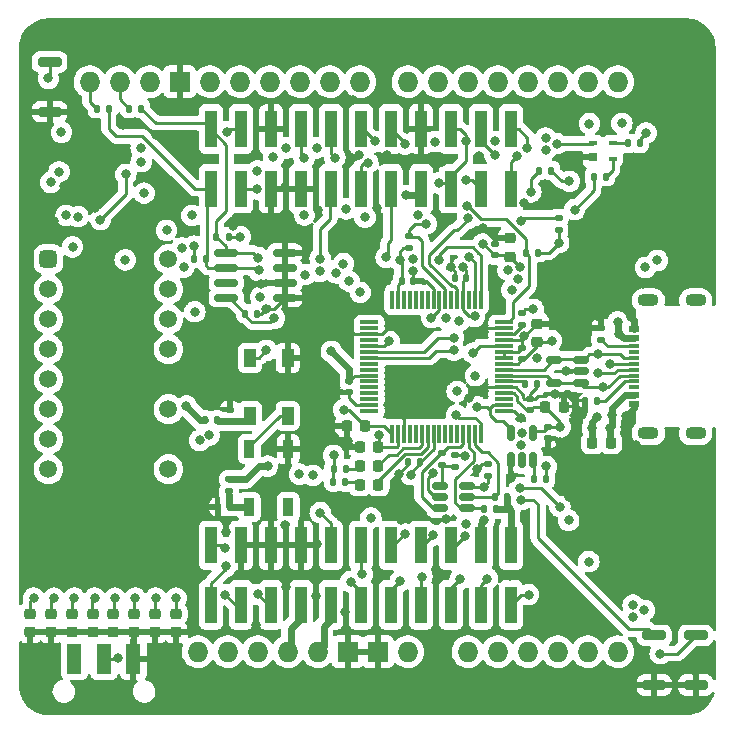
<source format=gtl>
G04 #@! TF.GenerationSoftware,KiCad,Pcbnew,6.0.10-86aedd382b~118~ubuntu22.10.1*
G04 #@! TF.CreationDate,2023-02-02T20:30:56+01:00*
G04 #@! TF.ProjectId,FPGHat,46504748-6174-42e6-9b69-6361645f7063,rev?*
G04 #@! TF.SameCoordinates,Original*
G04 #@! TF.FileFunction,Copper,L1,Top*
G04 #@! TF.FilePolarity,Positive*
%FSLAX46Y46*%
G04 Gerber Fmt 4.6, Leading zero omitted, Abs format (unit mm)*
G04 Created by KiCad (PCBNEW 6.0.10-86aedd382b~118~ubuntu22.10.1) date 2023-02-02 20:30:56*
%MOMM*%
%LPD*%
G01*
G04 APERTURE LIST*
G04 Aperture macros list*
%AMRoundRect*
0 Rectangle with rounded corners*
0 $1 Rounding radius*
0 $2 $3 $4 $5 $6 $7 $8 $9 X,Y pos of 4 corners*
0 Add a 4 corners polygon primitive as box body*
4,1,4,$2,$3,$4,$5,$6,$7,$8,$9,$2,$3,0*
0 Add four circle primitives for the rounded corners*
1,1,$1+$1,$2,$3*
1,1,$1+$1,$4,$5*
1,1,$1+$1,$6,$7*
1,1,$1+$1,$8,$9*
0 Add four rect primitives between the rounded corners*
20,1,$1+$1,$2,$3,$4,$5,0*
20,1,$1+$1,$4,$5,$6,$7,0*
20,1,$1+$1,$6,$7,$8,$9,0*
20,1,$1+$1,$8,$9,$2,$3,0*%
G04 Aperture macros list end*
G04 #@! TA.AperFunction,SMDPad,CuDef*
%ADD10RoundRect,0.225000X-0.225000X-0.250000X0.225000X-0.250000X0.225000X0.250000X-0.225000X0.250000X0*%
G04 #@! TD*
G04 #@! TA.AperFunction,SMDPad,CuDef*
%ADD11RoundRect,0.140000X0.140000X0.170000X-0.140000X0.170000X-0.140000X-0.170000X0.140000X-0.170000X0*%
G04 #@! TD*
G04 #@! TA.AperFunction,SMDPad,CuDef*
%ADD12RoundRect,0.140000X-0.170000X0.140000X-0.170000X-0.140000X0.170000X-0.140000X0.170000X0.140000X0*%
G04 #@! TD*
G04 #@! TA.AperFunction,SMDPad,CuDef*
%ADD13R,1.000000X3.150000*%
G04 #@! TD*
G04 #@! TA.AperFunction,SMDPad,CuDef*
%ADD14RoundRect,0.135000X-0.135000X-0.185000X0.135000X-0.185000X0.135000X0.185000X-0.135000X0.185000X0*%
G04 #@! TD*
G04 #@! TA.AperFunction,SMDPad,CuDef*
%ADD15RoundRect,0.225000X0.225000X0.250000X-0.225000X0.250000X-0.225000X-0.250000X0.225000X-0.250000X0*%
G04 #@! TD*
G04 #@! TA.AperFunction,SMDPad,CuDef*
%ADD16RoundRect,0.135000X0.135000X0.185000X-0.135000X0.185000X-0.135000X-0.185000X0.135000X-0.185000X0*%
G04 #@! TD*
G04 #@! TA.AperFunction,SMDPad,CuDef*
%ADD17RoundRect,0.140000X0.170000X-0.140000X0.170000X0.140000X-0.170000X0.140000X-0.170000X-0.140000X0*%
G04 #@! TD*
G04 #@! TA.AperFunction,SMDPad,CuDef*
%ADD18RoundRect,0.218750X0.256250X-0.218750X0.256250X0.218750X-0.256250X0.218750X-0.256250X-0.218750X0*%
G04 #@! TD*
G04 #@! TA.AperFunction,SMDPad,CuDef*
%ADD19RoundRect,0.135000X-0.185000X0.135000X-0.185000X-0.135000X0.185000X-0.135000X0.185000X0.135000X0*%
G04 #@! TD*
G04 #@! TA.AperFunction,SMDPad,CuDef*
%ADD20RoundRect,0.225000X-0.250000X0.225000X-0.250000X-0.225000X0.250000X-0.225000X0.250000X0.225000X0*%
G04 #@! TD*
G04 #@! TA.AperFunction,SMDPad,CuDef*
%ADD21R,0.900000X1.500000*%
G04 #@! TD*
G04 #@! TA.AperFunction,ComponentPad*
%ADD22RoundRect,0.375000X-0.375000X-0.375000X0.375000X-0.375000X0.375000X0.375000X-0.375000X0.375000X0*%
G04 #@! TD*
G04 #@! TA.AperFunction,ComponentPad*
%ADD23C,1.500000*%
G04 #@! TD*
G04 #@! TA.AperFunction,SMDPad,CuDef*
%ADD24RoundRect,0.135000X0.185000X-0.135000X0.185000X0.135000X-0.185000X0.135000X-0.185000X-0.135000X0*%
G04 #@! TD*
G04 #@! TA.AperFunction,SMDPad,CuDef*
%ADD25RoundRect,0.150000X0.825000X0.150000X-0.825000X0.150000X-0.825000X-0.150000X0.825000X-0.150000X0*%
G04 #@! TD*
G04 #@! TA.AperFunction,SMDPad,CuDef*
%ADD26R,0.750000X0.400000*%
G04 #@! TD*
G04 #@! TA.AperFunction,SMDPad,CuDef*
%ADD27R,0.750000X0.800000*%
G04 #@! TD*
G04 #@! TA.AperFunction,SMDPad,CuDef*
%ADD28RoundRect,0.140000X-0.140000X-0.170000X0.140000X-0.170000X0.140000X0.170000X-0.140000X0.170000X0*%
G04 #@! TD*
G04 #@! TA.AperFunction,SMDPad,CuDef*
%ADD29RoundRect,0.200000X-0.800000X0.200000X-0.800000X-0.200000X0.800000X-0.200000X0.800000X0.200000X0*%
G04 #@! TD*
G04 #@! TA.AperFunction,SMDPad,CuDef*
%ADD30RoundRect,0.218750X0.218750X0.256250X-0.218750X0.256250X-0.218750X-0.256250X0.218750X-0.256250X0*%
G04 #@! TD*
G04 #@! TA.AperFunction,SMDPad,CuDef*
%ADD31RoundRect,0.075000X0.700000X0.075000X-0.700000X0.075000X-0.700000X-0.075000X0.700000X-0.075000X0*%
G04 #@! TD*
G04 #@! TA.AperFunction,SMDPad,CuDef*
%ADD32RoundRect,0.075000X0.075000X0.700000X-0.075000X0.700000X-0.075000X-0.700000X0.075000X-0.700000X0*%
G04 #@! TD*
G04 #@! TA.AperFunction,SMDPad,CuDef*
%ADD33R,1.250000X2.500000*%
G04 #@! TD*
G04 #@! TA.AperFunction,SMDPad,CuDef*
%ADD34RoundRect,0.150000X0.150000X-0.512500X0.150000X0.512500X-0.150000X0.512500X-0.150000X-0.512500X0*%
G04 #@! TD*
G04 #@! TA.AperFunction,SMDPad,CuDef*
%ADD35R,1.000000X1.500000*%
G04 #@! TD*
G04 #@! TA.AperFunction,SMDPad,CuDef*
%ADD36RoundRect,0.150000X0.512500X0.150000X-0.512500X0.150000X-0.512500X-0.150000X0.512500X-0.150000X0*%
G04 #@! TD*
G04 #@! TA.AperFunction,SMDPad,CuDef*
%ADD37R,0.950000X0.600000*%
G04 #@! TD*
G04 #@! TA.AperFunction,SMDPad,CuDef*
%ADD38R,0.950000X0.300000*%
G04 #@! TD*
G04 #@! TA.AperFunction,ComponentPad*
%ADD39RoundRect,0.500000X0.400000X0.000000X0.400000X0.000000X-0.400000X0.000000X-0.400000X0.000000X0*%
G04 #@! TD*
G04 #@! TA.AperFunction,ComponentPad*
%ADD40O,1.727200X1.727200*%
G04 #@! TD*
G04 #@! TA.AperFunction,ComponentPad*
%ADD41R,1.727200X1.727200*%
G04 #@! TD*
G04 #@! TA.AperFunction,SMDPad,CuDef*
%ADD42RoundRect,0.150000X-0.512500X-0.150000X0.512500X-0.150000X0.512500X0.150000X-0.512500X0.150000X0*%
G04 #@! TD*
G04 #@! TA.AperFunction,SMDPad,CuDef*
%ADD43RoundRect,0.225000X0.250000X-0.225000X0.250000X0.225000X-0.250000X0.225000X-0.250000X-0.225000X0*%
G04 #@! TD*
G04 #@! TA.AperFunction,ViaPad*
%ADD44C,0.800000*%
G04 #@! TD*
G04 #@! TA.AperFunction,Conductor*
%ADD45C,0.254000*%
G04 #@! TD*
G04 #@! TA.AperFunction,Conductor*
%ADD46C,0.250000*%
G04 #@! TD*
G04 #@! TA.AperFunction,Conductor*
%ADD47C,0.600000*%
G04 #@! TD*
G04 APERTURE END LIST*
D10*
X48250000Y-55000000D03*
X49800000Y-55000000D03*
D11*
X54430000Y-58100000D03*
X53470000Y-58100000D03*
D12*
X65326500Y-55120000D03*
X65326500Y-56080000D03*
D13*
X36750000Y-34925000D03*
X36750000Y-29875000D03*
X39290000Y-34925000D03*
X39290000Y-29875000D03*
X41830000Y-34925000D03*
X41830000Y-29875000D03*
X44370000Y-34925000D03*
X44370000Y-29875000D03*
X46910000Y-34925000D03*
X46910000Y-29875000D03*
X49450000Y-34925000D03*
X49450000Y-29875000D03*
X51990000Y-34925000D03*
X51990000Y-29875000D03*
X54530000Y-34925000D03*
X54530000Y-29875000D03*
X57070000Y-34925000D03*
X57070000Y-29875000D03*
X59610000Y-34925000D03*
X59610000Y-29875000D03*
X62150000Y-34925000D03*
X62150000Y-29875000D03*
D14*
X47140000Y-58650000D03*
X48160000Y-58650000D03*
D15*
X50925000Y-56800000D03*
X49375000Y-56800000D03*
D16*
X38250000Y-39000000D03*
X37230000Y-39000000D03*
X65570000Y-33400000D03*
X64550000Y-33400000D03*
D17*
X60800000Y-40580000D03*
X60800000Y-39620000D03*
D18*
X26750000Y-72487500D03*
X26750000Y-70912500D03*
D19*
X57400000Y-57440000D03*
X57400000Y-58460000D03*
D16*
X60910000Y-62050000D03*
X59890000Y-62050000D03*
D14*
X72040000Y-31100000D03*
X73060000Y-31100000D03*
D18*
X33800000Y-72487500D03*
X33800000Y-70912500D03*
D20*
X64396000Y-46366000D03*
X64396000Y-47916000D03*
D21*
X40000000Y-61875000D03*
X43300000Y-61875000D03*
X43300000Y-56975000D03*
X40000000Y-56975000D03*
D16*
X28110000Y-28150000D03*
X27090000Y-28150000D03*
X30860000Y-28150000D03*
X29840000Y-28150000D03*
D14*
X35300000Y-40850000D03*
X36320000Y-40850000D03*
D22*
X23000000Y-40894000D03*
D23*
X23000000Y-43434000D03*
X23000000Y-45974000D03*
X23000000Y-48514000D03*
X23000000Y-51054000D03*
X23000000Y-53594000D03*
X23000000Y-56134000D03*
X23000000Y-58674000D03*
X33160000Y-58674000D03*
X33160000Y-53594000D03*
X33160000Y-48514000D03*
X33160000Y-45974000D03*
X33160000Y-43434000D03*
X33160000Y-40894000D03*
D24*
X66200000Y-38410000D03*
X66200000Y-37390000D03*
D25*
X43000000Y-44170000D03*
X43000000Y-42900000D03*
X43000000Y-41630000D03*
X43000000Y-40360000D03*
X38050000Y-40360000D03*
X38050000Y-41630000D03*
X38050000Y-42900000D03*
X38050000Y-44170000D03*
D26*
X69125000Y-31100000D03*
D27*
X69125000Y-32250000D03*
D26*
X70775000Y-32400000D03*
X70775000Y-31100000D03*
D28*
X52920000Y-42750000D03*
X53880000Y-42750000D03*
D16*
X37235000Y-54525000D03*
X36215000Y-54525000D03*
D24*
X53500000Y-39960000D03*
X53500000Y-38940000D03*
D29*
X74300000Y-72750000D03*
X74300000Y-76950000D03*
D17*
X60250000Y-59230000D03*
X60250000Y-58270000D03*
D30*
X70637500Y-56450000D03*
X69062500Y-56450000D03*
D14*
X63340000Y-51500000D03*
X64360000Y-51500000D03*
X47130000Y-59750000D03*
X48150000Y-59750000D03*
D16*
X69460000Y-52900000D03*
X68440000Y-52900000D03*
D31*
X61529500Y-53750000D03*
X61529500Y-53250000D03*
X61529500Y-52750000D03*
X61529500Y-52250000D03*
X61529500Y-51750000D03*
X61529500Y-51250000D03*
X61529500Y-50750000D03*
X61529500Y-50250000D03*
X61529500Y-49750000D03*
X61529500Y-49250000D03*
X61529500Y-48750000D03*
X61529500Y-48250000D03*
X61529500Y-47750000D03*
X61529500Y-47250000D03*
X61529500Y-46750000D03*
X61529500Y-46250000D03*
D32*
X59604500Y-44325000D03*
X59104500Y-44325000D03*
X58604500Y-44325000D03*
X58104500Y-44325000D03*
X57604500Y-44325000D03*
X57104500Y-44325000D03*
X56604500Y-44325000D03*
X56104500Y-44325000D03*
X55604500Y-44325000D03*
X55104500Y-44325000D03*
X54604500Y-44325000D03*
X54104500Y-44325000D03*
X53604500Y-44325000D03*
X53104500Y-44325000D03*
X52604500Y-44325000D03*
X52104500Y-44325000D03*
D31*
X50179500Y-46250000D03*
X50179500Y-46750000D03*
X50179500Y-47250000D03*
X50179500Y-47750000D03*
X50179500Y-48250000D03*
X50179500Y-48750000D03*
X50179500Y-49250000D03*
X50179500Y-49750000D03*
X50179500Y-50250000D03*
X50179500Y-50750000D03*
X50179500Y-51250000D03*
X50179500Y-51750000D03*
X50179500Y-52250000D03*
X50179500Y-52750000D03*
X50179500Y-53250000D03*
X50179500Y-53750000D03*
D32*
X52104500Y-55675000D03*
X52604500Y-55675000D03*
X53104500Y-55675000D03*
X53604500Y-55675000D03*
X54104500Y-55675000D03*
X54604500Y-55675000D03*
X55104500Y-55675000D03*
X55604500Y-55675000D03*
X56104500Y-55675000D03*
X56604500Y-55675000D03*
X57104500Y-55675000D03*
X57604500Y-55675000D03*
X58104500Y-55675000D03*
X58604500Y-55675000D03*
X59104500Y-55675000D03*
X59604500Y-55675000D03*
D33*
X25200000Y-74750000D03*
X27700000Y-74750000D03*
X30200000Y-74750000D03*
D34*
X62126500Y-57887500D03*
X63076500Y-57887500D03*
X64026500Y-57887500D03*
X64026500Y-55612500D03*
X62126500Y-55612500D03*
D11*
X58380000Y-42500000D03*
X57420000Y-42500000D03*
D16*
X61810000Y-61000000D03*
X60790000Y-61000000D03*
D19*
X63100000Y-45440000D03*
X63100000Y-46460000D03*
D35*
X40050000Y-54150000D03*
X43250000Y-54150000D03*
X43250000Y-49250000D03*
X40050000Y-49250000D03*
D36*
X68087500Y-51350000D03*
X68087500Y-50400000D03*
X68087500Y-49450000D03*
X65812500Y-49450000D03*
X65812500Y-51350000D03*
D12*
X48476500Y-51220000D03*
X48476500Y-52180000D03*
D19*
X56300000Y-57290000D03*
X56300000Y-58310000D03*
D24*
X38300000Y-60545000D03*
X38300000Y-59525000D03*
D11*
X38355000Y-61850000D03*
X37395000Y-61850000D03*
D37*
X72577500Y-46800000D03*
X72577500Y-53200000D03*
X72577500Y-52400000D03*
X72577500Y-47600000D03*
D38*
X72577500Y-51250000D03*
X72577500Y-50250000D03*
X72577500Y-49750000D03*
X72577500Y-48750000D03*
X72577500Y-48250000D03*
X72577500Y-49250000D03*
X72577500Y-50750000D03*
X72577500Y-51750000D03*
D39*
X73800000Y-44380000D03*
X77800000Y-44380000D03*
X77800000Y-55620000D03*
X73800000Y-55620000D03*
D24*
X69800000Y-47710000D03*
X69800000Y-46690000D03*
D29*
X23100000Y-24200000D03*
X23100000Y-28400000D03*
D40*
X35649000Y-74130000D03*
X43269000Y-74130000D03*
X45809000Y-74130000D03*
X58509000Y-74130000D03*
X61049000Y-74130000D03*
X63589000Y-74130000D03*
X66129000Y-74130000D03*
X68669000Y-74130000D03*
X71209000Y-74130000D03*
X31585000Y-25870000D03*
X71209000Y-25870000D03*
X68669000Y-25870000D03*
X66129000Y-25870000D03*
X63589000Y-25870000D03*
X61049000Y-25870000D03*
X58509000Y-25870000D03*
X55969000Y-25870000D03*
X53429000Y-25870000D03*
X49365000Y-25870000D03*
X46825000Y-25870000D03*
X44285000Y-25870000D03*
X41745000Y-25870000D03*
X39205000Y-25870000D03*
X36665000Y-25870000D03*
D41*
X34125000Y-25870000D03*
X48349000Y-74130000D03*
X50889000Y-74130000D03*
D40*
X38189000Y-74130000D03*
X40729000Y-74130000D03*
X26505000Y-25870000D03*
X29045000Y-25870000D03*
X53429000Y-74130000D03*
D15*
X66625000Y-53400000D03*
X65075000Y-53400000D03*
D11*
X40630000Y-45500000D03*
X39670000Y-45500000D03*
D16*
X64450000Y-40350000D03*
X63430000Y-40350000D03*
X70200000Y-33900000D03*
X69180000Y-33900000D03*
D29*
X77800000Y-72750000D03*
X77800000Y-76950000D03*
D17*
X38350000Y-54605000D03*
X38350000Y-53645000D03*
D42*
X56162500Y-60100000D03*
X56162500Y-61050000D03*
X56162500Y-62000000D03*
X58437500Y-62000000D03*
X58437500Y-61050000D03*
X58437500Y-60100000D03*
D18*
X32042855Y-72487500D03*
X32042855Y-70912500D03*
D12*
X63800000Y-52720000D03*
X63800000Y-53680000D03*
D18*
X23221430Y-72487500D03*
X23221430Y-70912500D03*
D30*
X50937500Y-60000000D03*
X49362500Y-60000000D03*
D13*
X36750000Y-70175000D03*
X36750000Y-65125000D03*
X39290000Y-70175000D03*
X39290000Y-65125000D03*
X41830000Y-70175000D03*
X41830000Y-65125000D03*
X44370000Y-70175000D03*
X44370000Y-65125000D03*
X46910000Y-70175000D03*
X46910000Y-65125000D03*
X49450000Y-70175000D03*
X49450000Y-65125000D03*
X51990000Y-70175000D03*
X51990000Y-65125000D03*
X54530000Y-70175000D03*
X54530000Y-65125000D03*
X57070000Y-70175000D03*
X57070000Y-65125000D03*
X59610000Y-70175000D03*
X59610000Y-65125000D03*
X62150000Y-70175000D03*
X62150000Y-65125000D03*
D18*
X30275000Y-72487500D03*
X30275000Y-70912500D03*
D43*
X62050000Y-40675000D03*
X62050000Y-39125000D03*
D14*
X64100000Y-59500000D03*
X65120000Y-59500000D03*
D18*
X21450000Y-72487500D03*
X21450000Y-70912500D03*
D30*
X50937500Y-58400000D03*
X49362500Y-58400000D03*
D18*
X24975000Y-72487500D03*
X24975000Y-70912500D03*
D12*
X63100000Y-48420000D03*
X63100000Y-49380000D03*
D18*
X28500000Y-72487500D03*
X28500000Y-70912500D03*
D44*
X59300000Y-53400000D03*
X62240000Y-43500000D03*
X71550000Y-29400000D03*
X68800000Y-29425000D03*
X62750000Y-42550000D03*
X40800000Y-41850000D03*
X40775000Y-40775000D03*
X63650000Y-69300000D03*
X57858000Y-67982000D03*
X73450000Y-70638075D03*
X39250000Y-39000000D03*
X47150000Y-57500000D03*
X62000000Y-62050000D03*
X72500000Y-70168075D03*
X58100000Y-41550000D03*
X53700000Y-59150000D03*
X65600000Y-47800000D03*
X58250000Y-57600000D03*
X59850000Y-60200000D03*
X59076500Y-45750000D03*
X44670000Y-37150000D03*
X52750000Y-41000000D03*
X35800000Y-56250000D03*
X40950000Y-44100000D03*
X62900000Y-41550000D03*
X42125000Y-45900000D03*
X57600000Y-52100000D03*
X66350000Y-55100000D03*
X64050000Y-45150000D03*
X50300000Y-62800000D03*
X65150000Y-58450000D03*
X64400000Y-49300000D03*
X66200000Y-39500000D03*
X68750000Y-66500000D03*
X49800000Y-37350000D03*
X46950000Y-48700000D03*
X35300000Y-39800000D03*
X59800000Y-39600000D03*
X72500000Y-71168075D03*
X67100000Y-34300000D03*
X51000000Y-55750000D03*
X53300000Y-35500000D03*
X36600000Y-55800000D03*
X71350000Y-47200000D03*
X70550000Y-55150000D03*
X70700000Y-54100000D03*
X71200000Y-46200000D03*
X79000000Y-71550000D03*
X69600000Y-61000000D03*
X43000000Y-63375000D03*
X69950000Y-36900000D03*
X45800000Y-36700000D03*
X65162000Y-78341000D03*
X52200000Y-46300000D03*
X62200000Y-59400000D03*
X52844000Y-63001000D03*
X29700000Y-39350000D03*
X63912000Y-21625000D03*
X78650000Y-57250000D03*
X35600000Y-67450000D03*
X41100000Y-27500000D03*
X48350000Y-56300000D03*
X45775000Y-67475000D03*
X73325000Y-42987000D03*
X53275000Y-33100000D03*
X79050000Y-66750000D03*
X35100000Y-33050000D03*
X63000000Y-54350000D03*
X66800000Y-50400000D03*
X59800000Y-38250000D03*
X55775000Y-74425000D03*
X71250000Y-63400000D03*
X72755000Y-56600000D03*
X57000000Y-37600000D03*
X69500000Y-38150000D03*
X31525000Y-47175000D03*
X52650000Y-59050000D03*
X77750000Y-75800000D03*
X26650000Y-29800000D03*
X72000000Y-57800000D03*
X78950000Y-62350000D03*
X63300000Y-47400000D03*
X22675000Y-61450000D03*
X37325000Y-52100000D03*
X69000000Y-58200000D03*
X56300000Y-32700000D03*
X45757000Y-65038000D03*
X38600000Y-38100000D03*
X26250000Y-32600000D03*
X71950000Y-36950000D03*
X65900000Y-52300000D03*
X31000000Y-42450000D03*
X48100000Y-24200000D03*
X59300000Y-58700000D03*
X51900000Y-22150000D03*
X62100000Y-67700000D03*
X36650000Y-32450000D03*
X55350000Y-78425000D03*
X66350000Y-56350000D03*
X29525000Y-77200000D03*
X66650000Y-35600000D03*
X56670000Y-62935000D03*
X47700000Y-47150000D03*
X29700000Y-58775000D03*
X71000000Y-64900000D03*
X72800000Y-61550000D03*
X74375000Y-22250000D03*
X71850000Y-55100000D03*
X33650000Y-36300000D03*
X59450000Y-32150000D03*
X72300000Y-45800000D03*
X25150000Y-46050000D03*
X48145000Y-70771000D03*
X35225000Y-72000000D03*
X37675000Y-47475000D03*
X27300000Y-40050000D03*
X45300000Y-43300000D03*
X53200000Y-54050000D03*
X33900000Y-75225000D03*
X41600000Y-52600000D03*
X45828000Y-21529000D03*
X22125000Y-73950000D03*
X23450000Y-37650000D03*
X63300000Y-36150000D03*
X65900000Y-28300000D03*
X49300000Y-32050000D03*
X74450000Y-66150000D03*
X51284000Y-67668000D03*
X59050000Y-47200000D03*
X78550000Y-30150000D03*
X69450000Y-45700000D03*
X22150000Y-33350000D03*
X29350000Y-29550000D03*
X40549000Y-71868000D03*
X51700000Y-26825000D03*
X27100000Y-42200000D03*
X50845000Y-72262000D03*
X55600000Y-59000000D03*
X51650000Y-32050000D03*
X65850000Y-45100000D03*
X72550000Y-78225000D03*
X31200000Y-53550000D03*
X30500000Y-36550000D03*
X56050000Y-67625000D03*
X78650000Y-39350000D03*
X67800000Y-33300000D03*
X23100000Y-32319000D03*
X67400000Y-40850000D03*
X31350000Y-34000000D03*
X46800000Y-52700000D03*
X74500000Y-67900000D03*
X41025000Y-43025000D03*
X66500000Y-70150000D03*
X74250000Y-61800000D03*
X48750000Y-27450000D03*
X75263000Y-56858000D03*
X45655000Y-69394000D03*
X77025000Y-40025000D03*
X71900000Y-54150000D03*
X45850000Y-78575000D03*
X70875000Y-28275000D03*
X57050000Y-41600000D03*
X67100000Y-61000000D03*
X76939000Y-42675000D03*
X24350000Y-34700000D03*
X32875000Y-74000000D03*
X41450000Y-45075000D03*
X68150000Y-54100000D03*
X43137000Y-68690000D03*
X47450000Y-44850000D03*
X29550000Y-32450000D03*
X71650000Y-44750000D03*
X35891000Y-77978000D03*
X27800000Y-23950000D03*
X74150000Y-28150000D03*
X25075000Y-51300000D03*
X38025000Y-64000000D03*
X70750000Y-68600000D03*
X35250000Y-57850000D03*
X32150000Y-30350000D03*
X26950000Y-36600000D03*
X34008000Y-28352000D03*
X58600000Y-52650000D03*
X50800000Y-36600000D03*
X23275000Y-22500000D03*
X35400000Y-22350000D03*
X25025000Y-56850000D03*
X43000000Y-34800000D03*
X70750000Y-66800000D03*
X42925000Y-58700000D03*
X21225000Y-74975000D03*
X53880000Y-41930000D03*
X69550000Y-48950000D03*
X69550000Y-50550000D03*
X70550000Y-49750000D03*
X69950000Y-51750000D03*
X33800000Y-69600000D03*
X32078568Y-69600000D03*
X30357140Y-69600000D03*
X28635712Y-69600000D03*
X26914284Y-69600000D03*
X25192856Y-69600000D03*
X23471428Y-69600000D03*
X21750000Y-69600000D03*
X48000000Y-53650000D03*
X51850000Y-47850000D03*
X58950000Y-48850000D03*
X57550000Y-54100000D03*
X58450000Y-36400000D03*
X56100000Y-40950000D03*
X58650000Y-40700000D03*
X58500000Y-37450000D03*
X55000000Y-37900000D03*
X55426500Y-45850000D03*
X57300000Y-47550000D03*
X57325000Y-48600000D03*
X63050000Y-37700000D03*
X63850000Y-35200000D03*
X44650000Y-32350000D03*
X46000000Y-40850000D03*
X49400000Y-43700000D03*
X50050000Y-32750000D03*
X51600000Y-40750000D03*
X63550000Y-31475000D03*
X56650000Y-45900000D03*
X58350000Y-34200000D03*
X62700000Y-32150000D03*
X61900000Y-41800000D03*
X38000000Y-66900000D03*
X41450000Y-48625000D03*
X67050000Y-63000000D03*
X67550000Y-36700000D03*
X24100000Y-30150000D03*
X74550000Y-41000000D03*
X41550000Y-58425000D03*
X73600000Y-30200000D03*
X69050000Y-55200000D03*
X69450000Y-54300000D03*
X29500000Y-40950000D03*
X73550000Y-41600000D03*
X59908000Y-62990000D03*
X23900000Y-33500000D03*
X34675000Y-53325000D03*
X60800000Y-32050000D03*
X57750000Y-46150000D03*
X66050000Y-31120000D03*
X48200000Y-36650000D03*
X65100000Y-31650000D03*
X59150000Y-50750000D03*
X65100000Y-30650000D03*
X34450000Y-41575000D03*
X35400000Y-45350000D03*
X58350000Y-63300000D03*
X48450000Y-42750000D03*
X47250000Y-32300000D03*
X56050000Y-34450000D03*
X58350000Y-30900000D03*
X53850000Y-40900000D03*
X55700000Y-30950000D03*
X54275000Y-37125000D03*
X53175000Y-31150000D03*
X50675000Y-30925000D03*
X60173000Y-67935000D03*
X47975000Y-41275000D03*
X45700000Y-31475000D03*
X47325000Y-42050000D03*
X43100000Y-31500000D03*
X45975000Y-41925000D03*
X42050000Y-32250000D03*
X40675000Y-33425000D03*
X44750000Y-42200000D03*
X23000000Y-25600000D03*
X60825000Y-30925000D03*
X63050000Y-61250000D03*
X63000000Y-56600000D03*
X28900000Y-74700000D03*
X35150000Y-37200000D03*
X24500000Y-37200000D03*
X66300000Y-61850000D03*
X74800000Y-74300000D03*
X63100000Y-55600000D03*
X62900000Y-60250000D03*
X37975000Y-65350000D03*
X44250000Y-59100000D03*
X37975000Y-69300000D03*
X45400000Y-59200000D03*
X40725000Y-69275000D03*
X46010000Y-62354000D03*
X48577000Y-68190000D03*
X49590000Y-67582000D03*
X52779000Y-68140000D03*
X53152000Y-64171000D03*
X54621000Y-67782000D03*
X55576000Y-64266000D03*
X58300000Y-64300000D03*
X23200000Y-34400000D03*
X30850000Y-31500000D03*
X31100000Y-35300000D03*
X40650000Y-34950000D03*
X38150000Y-30100000D03*
X30850000Y-32650000D03*
X29550000Y-33700000D03*
X27400000Y-37550000D03*
X25500000Y-37300000D03*
X33000000Y-38450000D03*
X34300000Y-39950000D03*
X25050000Y-39850000D03*
D45*
X60400000Y-54100000D02*
X60900000Y-54600000D01*
X61482000Y-54600000D02*
X62126500Y-55244500D01*
X60900000Y-54600000D02*
X61482000Y-54600000D01*
X62126500Y-55244500D02*
X62126500Y-55612500D01*
X59300000Y-53400000D02*
X60150000Y-53400000D01*
X60400000Y-53650000D02*
X60400000Y-54100000D01*
X60150000Y-53400000D02*
X60400000Y-53650000D01*
X58600000Y-52650000D02*
X59500000Y-51750000D01*
X59500000Y-51750000D02*
X61529500Y-51750000D01*
D46*
X59150000Y-54350000D02*
X59604500Y-54804500D01*
X59150000Y-54350000D02*
X57800000Y-54350000D01*
X57800000Y-54350000D02*
X57550000Y-54100000D01*
X59604500Y-54804500D02*
X59604500Y-55675000D01*
X30960000Y-30510000D02*
X28751000Y-30510000D01*
X36466000Y-40704000D02*
X36466000Y-35209000D01*
X38050000Y-41630000D02*
X36510000Y-41630000D01*
X40580000Y-41630000D02*
X40800000Y-41850000D01*
X36300000Y-40870000D02*
X36320000Y-40850000D01*
X38050000Y-41630000D02*
X40580000Y-41630000D01*
X36510000Y-41630000D02*
X36300000Y-41420000D01*
X28751000Y-30510000D02*
X28110000Y-29869000D01*
X36320000Y-40850000D02*
X36466000Y-40704000D01*
X36466000Y-35209000D02*
X36750000Y-34925000D01*
X36300000Y-41420000D02*
X36300000Y-40870000D01*
X36750000Y-34925000D02*
X35375000Y-34925000D01*
X35375000Y-34925000D02*
X30960000Y-30510000D01*
X28110000Y-29869000D02*
X28110000Y-28150000D01*
X26505000Y-25870000D02*
X26505000Y-27565000D01*
X26505000Y-27565000D02*
X27090000Y-28150000D01*
X40360000Y-40360000D02*
X40775000Y-40775000D01*
X38069000Y-36795000D02*
X38069000Y-31194000D01*
X38069000Y-31194000D02*
X36750000Y-29875000D01*
X36750000Y-29875000D02*
X36244000Y-29369000D01*
X32079000Y-29369000D02*
X30860000Y-28150000D01*
X37230000Y-39000000D02*
X38050000Y-39820000D01*
X37230000Y-37634000D02*
X38069000Y-36795000D01*
X36244000Y-29369000D02*
X32079000Y-29369000D01*
X38050000Y-39820000D02*
X38050000Y-40360000D01*
X38050000Y-40360000D02*
X40360000Y-40360000D01*
X37230000Y-39000000D02*
X37230000Y-37634000D01*
X29045000Y-25870000D02*
X29045000Y-27355000D01*
X29045000Y-27355000D02*
X29840000Y-28150000D01*
X63025000Y-69300000D02*
X62150000Y-70175000D01*
X63650000Y-69300000D02*
X63025000Y-69300000D01*
X57070000Y-68770000D02*
X57858000Y-67982000D01*
X57070000Y-70175000D02*
X57070000Y-68770000D01*
D47*
X48476500Y-50226500D02*
X46950000Y-48700000D01*
D46*
X53700000Y-58950000D02*
X54430000Y-58220000D01*
X63510000Y-53680000D02*
X63800000Y-53680000D01*
X51000000Y-56725000D02*
X50925000Y-56800000D01*
D47*
X54600000Y-35700000D02*
X54400000Y-35500000D01*
D46*
X60780000Y-40580000D02*
X59800000Y-39600000D01*
X51000000Y-55750000D02*
X51000000Y-56725000D01*
D47*
X61810000Y-61000000D02*
X61810000Y-61860000D01*
D46*
X58104500Y-42775500D02*
X58380000Y-42500000D01*
X53040000Y-39960000D02*
X53500000Y-39960000D01*
X61955000Y-40580000D02*
X60800000Y-40580000D01*
X41800000Y-46225000D02*
X40225000Y-46225000D01*
X65326500Y-55120000D02*
X64996500Y-55450000D01*
X58380000Y-41830000D02*
X58100000Y-41550000D01*
X58626500Y-45750000D02*
X58104500Y-45228000D01*
X48946500Y-50750000D02*
X48476500Y-51220000D01*
X61529500Y-49750000D02*
X62730000Y-49750000D01*
X67100000Y-34300000D02*
X66470000Y-34300000D01*
D47*
X62150000Y-62200000D02*
X62000000Y-62050000D01*
D46*
X66470000Y-34300000D02*
X65570000Y-33400000D01*
X63800000Y-53680000D02*
X64080000Y-53400000D01*
X42125000Y-45900000D02*
X41800000Y-46225000D01*
X66350000Y-54675000D02*
X65075000Y-53400000D01*
D47*
X54530000Y-34925000D02*
X54600000Y-34995000D01*
D46*
X52500000Y-56800000D02*
X52604500Y-56695500D01*
X50179500Y-50750000D02*
X48946500Y-50750000D01*
X58104500Y-44325000D02*
X58104500Y-42775500D01*
X63390000Y-45150000D02*
X63100000Y-45440000D01*
X64450000Y-40350000D02*
X65350000Y-40350000D01*
X52604500Y-55675000D02*
X52604500Y-56695500D01*
X58104500Y-45228000D02*
X58104500Y-44325000D01*
D45*
X65150000Y-58450000D02*
X65120000Y-58480000D01*
D46*
X62730000Y-49750000D02*
X63100000Y-49380000D01*
X53700000Y-59150000D02*
X53700000Y-58950000D01*
X39670000Y-45670000D02*
X39670000Y-45500000D01*
D47*
X54400000Y-35500000D02*
X53300000Y-35500000D01*
D46*
X61529500Y-52250000D02*
X62400000Y-52250000D01*
X52750000Y-41000000D02*
X52750000Y-40250000D01*
X52900000Y-42750000D02*
X52920000Y-42750000D01*
X38250000Y-39000000D02*
X39250000Y-39000000D01*
X54450000Y-58100000D02*
X54430000Y-58100000D01*
X52920000Y-41170000D02*
X52920000Y-42750000D01*
X66200000Y-38410000D02*
X66200000Y-39500000D01*
D47*
X62150000Y-65125000D02*
X62150000Y-62200000D01*
D46*
X64396000Y-48216500D02*
X64396000Y-47916000D01*
X63232500Y-49380000D02*
X64396000Y-48216500D01*
X65346500Y-55100000D02*
X65326500Y-55120000D01*
X62050000Y-40675000D02*
X61955000Y-40580000D01*
X64080000Y-53400000D02*
X65075000Y-53400000D01*
X66350000Y-55100000D02*
X66350000Y-54675000D01*
X57400000Y-57440000D02*
X58090000Y-57440000D01*
X47140000Y-58650000D02*
X47140000Y-57510000D01*
X38050000Y-44170000D02*
X38340000Y-44170000D01*
X50925000Y-56800000D02*
X52500000Y-56800000D01*
X64050000Y-45150000D02*
X63390000Y-45150000D01*
X47140000Y-57510000D02*
X47150000Y-57500000D01*
X60250000Y-59800000D02*
X60250000Y-59230000D01*
D47*
X60910000Y-62050000D02*
X62000000Y-62050000D01*
D46*
X55604500Y-56945500D02*
X54450000Y-58100000D01*
X63100000Y-49380000D02*
X63232500Y-49380000D01*
X52604500Y-44325000D02*
X52604500Y-43045500D01*
X64396000Y-47916000D02*
X65484000Y-47916000D01*
X65484000Y-47916000D02*
X65600000Y-47800000D01*
X59076500Y-45750000D02*
X58626500Y-45750000D01*
D47*
X61810000Y-61860000D02*
X62000000Y-62050000D01*
D46*
X40225000Y-46225000D02*
X39670000Y-45670000D01*
X52750000Y-41000000D02*
X52920000Y-41170000D01*
X62400000Y-52250000D02*
X62700000Y-52550000D01*
X58537500Y-60200000D02*
X58437500Y-60100000D01*
X59850000Y-60200000D02*
X58537500Y-60200000D01*
X47130000Y-59750000D02*
X47130000Y-58660000D01*
X64996500Y-55450000D02*
X64189000Y-55450000D01*
X55604500Y-55675000D02*
X55604500Y-56945500D01*
X54430000Y-58220000D02*
X54430000Y-58100000D01*
X62050000Y-40675000D02*
X62050000Y-40700000D01*
X38340000Y-44170000D02*
X39670000Y-45500000D01*
X62700000Y-52550000D02*
X62700000Y-52870000D01*
X60800000Y-40580000D02*
X60780000Y-40580000D01*
X62700000Y-52870000D02*
X63510000Y-53680000D01*
D47*
X48476500Y-51220000D02*
X48476500Y-50226500D01*
D46*
X35300000Y-39800000D02*
X35300000Y-40850000D01*
X59850000Y-60200000D02*
X60250000Y-59800000D01*
X62050000Y-40700000D02*
X62900000Y-41550000D01*
X47130000Y-58660000D02*
X47140000Y-58650000D01*
X58090000Y-57440000D02*
X58250000Y-57600000D01*
X64189000Y-55450000D02*
X64026500Y-55612500D01*
D45*
X65120000Y-58480000D02*
X65120000Y-59500000D01*
D46*
X66350000Y-55100000D02*
X65346500Y-55100000D01*
X52750000Y-40250000D02*
X53040000Y-39960000D01*
X52604500Y-43045500D02*
X52900000Y-42750000D01*
X58380000Y-42500000D02*
X58380000Y-41830000D01*
D47*
X54600000Y-34995000D02*
X54600000Y-35700000D01*
D46*
X65350000Y-40350000D02*
X66200000Y-39500000D01*
D47*
X71800000Y-52400000D02*
X72577500Y-52400000D01*
X71200000Y-46200000D02*
X71200000Y-47050000D01*
X71750000Y-47600000D02*
X71350000Y-47200000D01*
X70550000Y-56362500D02*
X70637500Y-56450000D01*
X70700000Y-54100000D02*
X70700000Y-53500000D01*
X71200000Y-47050000D02*
X71350000Y-47200000D01*
X70700000Y-54100000D02*
X70700000Y-55000000D01*
X70700000Y-53500000D02*
X71800000Y-52400000D01*
X70550000Y-55150000D02*
X70550000Y-56362500D01*
X70700000Y-55000000D02*
X70550000Y-55150000D01*
X72577500Y-47600000D02*
X71750000Y-47600000D01*
D46*
X61529500Y-48750000D02*
X62770000Y-48750000D01*
D45*
X63175000Y-52375000D02*
X62550000Y-51750000D01*
X43000000Y-34800000D02*
X41955000Y-34800000D01*
D46*
X48850000Y-56800000D02*
X49375000Y-56800000D01*
D47*
X71900000Y-55050000D02*
X71850000Y-55100000D01*
D45*
X50179500Y-47250000D02*
X47800000Y-47250000D01*
D46*
X52650000Y-59050000D02*
X53470000Y-58230000D01*
X48476500Y-52180000D02*
X47320000Y-52180000D01*
X48250000Y-56200000D02*
X48250000Y-55000000D01*
X62950000Y-47750000D02*
X61529500Y-47750000D01*
X48350000Y-56300000D02*
X48250000Y-56200000D01*
X64396000Y-46366000D02*
X64334000Y-46366000D01*
D45*
X63800000Y-52720000D02*
X63270000Y-52720000D01*
D46*
X43000000Y-40360000D02*
X43000000Y-44170000D01*
X54950000Y-42750000D02*
X53880000Y-42750000D01*
X43000000Y-44170000D02*
X42095000Y-45075000D01*
X59730000Y-58270000D02*
X60250000Y-58270000D01*
X48476500Y-52676500D02*
X48476500Y-52180000D01*
X55150000Y-59450000D02*
X55150000Y-60450000D01*
X42095000Y-45075000D02*
X41450000Y-45075000D01*
X55604500Y-43404500D02*
X54950000Y-42750000D01*
X65050000Y-52500000D02*
X64450000Y-52500000D01*
X59050000Y-47200000D02*
X59500000Y-46750000D01*
X63300000Y-47400000D02*
X62950000Y-47750000D01*
X48350000Y-56300000D02*
X48850000Y-56800000D01*
X59300000Y-58700000D02*
X59730000Y-58270000D01*
X53470000Y-58230000D02*
X53470000Y-58100000D01*
D47*
X72577500Y-46800000D02*
X72577500Y-46077500D01*
D46*
X64450000Y-52500000D02*
X64230000Y-52720000D01*
D47*
X71900000Y-54150000D02*
X71900000Y-55050000D01*
D45*
X47800000Y-47250000D02*
X47700000Y-47150000D01*
D46*
X64360000Y-51740000D02*
X63800000Y-52300000D01*
X55750000Y-61050000D02*
X56162500Y-61050000D01*
D45*
X62550000Y-51750000D02*
X61529500Y-51750000D01*
D46*
X64334000Y-46366000D02*
X63300000Y-47400000D01*
D45*
X62400000Y-53750000D02*
X61529500Y-53750000D01*
D47*
X72577500Y-53472500D02*
X72577500Y-53200000D01*
D46*
X63800000Y-52300000D02*
X63800000Y-52720000D01*
X55150000Y-60450000D02*
X55750000Y-61050000D01*
X62126500Y-57887500D02*
X62126500Y-59326500D01*
X53104500Y-54145500D02*
X53200000Y-54050000D01*
X64360000Y-51500000D02*
X64360000Y-51740000D01*
D45*
X63175000Y-52625000D02*
X63175000Y-52375000D01*
X63270000Y-52720000D02*
X63175000Y-52625000D01*
D46*
X60800000Y-39250000D02*
X59800000Y-38250000D01*
X55600000Y-59000000D02*
X55150000Y-59450000D01*
X64230000Y-52720000D02*
X63800000Y-52720000D01*
X47320000Y-52180000D02*
X46800000Y-52700000D01*
X49050000Y-53250000D02*
X48476500Y-52676500D01*
D45*
X51250000Y-47250000D02*
X52200000Y-46300000D01*
D46*
X65900000Y-52300000D02*
X65250000Y-52300000D01*
X65250000Y-52300000D02*
X65050000Y-52500000D01*
X66800000Y-50400000D02*
X68087500Y-50400000D01*
X53104500Y-55675000D02*
X53104500Y-54145500D01*
X63100000Y-48420000D02*
X63100000Y-47600000D01*
X61529500Y-49250000D02*
X61529500Y-48750000D01*
X57050000Y-41600000D02*
X57420000Y-41970000D01*
X55604500Y-44325000D02*
X55604500Y-43404500D01*
D47*
X71900000Y-54150000D02*
X72577500Y-53472500D01*
D46*
X53880000Y-41930000D02*
X53880000Y-42750000D01*
D45*
X41955000Y-34800000D02*
X41830000Y-34925000D01*
D46*
X50179500Y-53250000D02*
X49050000Y-53250000D01*
X57420000Y-41970000D02*
X57420000Y-42500000D01*
X63100000Y-47600000D02*
X63300000Y-47400000D01*
X62770000Y-48750000D02*
X63100000Y-48420000D01*
X62126500Y-59326500D02*
X62200000Y-59400000D01*
X41025000Y-45500000D02*
X41450000Y-45075000D01*
X59500000Y-46750000D02*
X61529500Y-46750000D01*
D45*
X50179500Y-47250000D02*
X51250000Y-47250000D01*
X63000000Y-54350000D02*
X62400000Y-53750000D01*
D46*
X40630000Y-45500000D02*
X41025000Y-45500000D01*
D47*
X72577500Y-46077500D02*
X72300000Y-45800000D01*
D46*
X60800000Y-39620000D02*
X60800000Y-39250000D01*
D45*
X70150000Y-52900000D02*
X69460000Y-52900000D01*
X71800000Y-51250000D02*
X70150000Y-52900000D01*
X72577500Y-51250000D02*
X71800000Y-51250000D01*
X65912500Y-49350000D02*
X65812500Y-49450000D01*
X69550000Y-48950000D02*
X71400000Y-48950000D01*
X68400000Y-49350000D02*
X65912500Y-49350000D01*
X71400000Y-48950000D02*
X71700000Y-49250000D01*
X64950000Y-50250000D02*
X61529500Y-50250000D01*
X69550000Y-48950000D02*
X68800000Y-48950000D01*
X70900000Y-50550000D02*
X71200000Y-50250000D01*
X71200000Y-50250000D02*
X72577500Y-50250000D01*
X71700000Y-49250000D02*
X72577500Y-49250000D01*
X65750000Y-49450000D02*
X64950000Y-50250000D01*
X65812500Y-49450000D02*
X65750000Y-49450000D01*
X69550000Y-50550000D02*
X70900000Y-50550000D01*
X68800000Y-48950000D02*
X68400000Y-49350000D01*
X67931500Y-51350000D02*
X65812500Y-51350000D01*
X68331500Y-51750000D02*
X67931500Y-51350000D01*
X65212500Y-50750000D02*
X61529500Y-50750000D01*
X71400000Y-50750000D02*
X72577500Y-50750000D01*
X70550000Y-49750000D02*
X72577500Y-49750000D01*
X69950000Y-51750000D02*
X68331500Y-51750000D01*
X65812500Y-51350000D02*
X65212500Y-50750000D01*
X70400000Y-51750000D02*
X71400000Y-50750000D01*
X69950000Y-51750000D02*
X70400000Y-51750000D01*
X70340000Y-48250000D02*
X69800000Y-47710000D01*
X72577500Y-48250000D02*
X70340000Y-48250000D01*
X33800000Y-69600000D02*
X33800000Y-70912500D01*
X32042855Y-69657145D02*
X32042855Y-70912500D01*
X32050000Y-69650000D02*
X32042855Y-69657145D01*
X30275000Y-69875000D02*
X30275000Y-70912500D01*
X30375000Y-69775000D02*
X30275000Y-69875000D01*
X28514285Y-69614285D02*
X28514285Y-70898215D01*
X28514285Y-70898215D02*
X28500000Y-70912500D01*
X26750000Y-69600000D02*
X26700000Y-69650000D01*
X26700000Y-69650000D02*
X26700000Y-70862500D01*
X26700000Y-70862500D02*
X26750000Y-70912500D01*
X24985715Y-69635715D02*
X24985715Y-70901785D01*
X24985715Y-70901785D02*
X24975000Y-70912500D01*
X23221430Y-69828570D02*
X23221430Y-70912500D01*
X23450000Y-69600000D02*
X23221430Y-69828570D01*
X21450000Y-69800000D02*
X21750000Y-69500000D01*
X21450000Y-70912500D02*
X21450000Y-69800000D01*
X54350000Y-56900000D02*
X54604500Y-56645500D01*
X51800000Y-57450000D02*
X52500000Y-57450000D01*
X53050000Y-56900000D02*
X54350000Y-56900000D01*
X52500000Y-57450000D02*
X53050000Y-56900000D01*
X50937500Y-58400000D02*
X50937500Y-58312500D01*
X54604500Y-56645500D02*
X54604500Y-55675000D01*
X50937500Y-58312500D02*
X51800000Y-57450000D01*
D46*
X48160000Y-58650000D02*
X49112500Y-58650000D01*
X49112500Y-58650000D02*
X49362500Y-58400000D01*
D45*
X54525000Y-57375000D02*
X55104500Y-56795500D01*
X50937500Y-60000000D02*
X50937500Y-59662500D01*
X55104500Y-56795500D02*
X55104500Y-55675000D01*
X50937500Y-59662500D02*
X53225000Y-57375000D01*
X53225000Y-57375000D02*
X54525000Y-57375000D01*
D46*
X48150000Y-59750000D02*
X49112500Y-59750000D01*
X49112500Y-59750000D02*
X49362500Y-60000000D01*
X42600000Y-54150000D02*
X40000000Y-56750000D01*
X40000000Y-56750000D02*
X40000000Y-56975000D01*
X43250000Y-54150000D02*
X42600000Y-54150000D01*
X57390000Y-58450000D02*
X56440000Y-58450000D01*
X57400000Y-58460000D02*
X57390000Y-58450000D01*
X56350000Y-58360000D02*
X56300000Y-58310000D01*
X56440000Y-58450000D02*
X56300000Y-58310000D01*
X56350000Y-59912500D02*
X56350000Y-58360000D01*
X56162500Y-60100000D02*
X56350000Y-59912500D01*
X58104500Y-55675000D02*
X58104500Y-56545500D01*
X57850000Y-56800000D02*
X56790000Y-56800000D01*
X56300000Y-57290000D02*
X56210000Y-57290000D01*
X55600000Y-62000000D02*
X56162500Y-62000000D01*
X58104500Y-56545500D02*
X57850000Y-56800000D01*
X54600000Y-61000000D02*
X55600000Y-62000000D01*
X56210000Y-57290000D02*
X54600000Y-58900000D01*
X56790000Y-56800000D02*
X56300000Y-57290000D01*
X54600000Y-58900000D02*
X54600000Y-61000000D01*
X59000000Y-57950000D02*
X59000000Y-57550000D01*
D45*
X58604500Y-56854500D02*
X58604500Y-55675000D01*
D46*
X57900000Y-62000000D02*
X57450000Y-61550000D01*
X59790000Y-61950000D02*
X59890000Y-62050000D01*
X58437500Y-62000000D02*
X57900000Y-62000000D01*
D45*
X59000000Y-57550000D02*
X59000000Y-57250000D01*
D46*
X57450000Y-61550000D02*
X57450000Y-59500000D01*
D45*
X59000000Y-57250000D02*
X58604500Y-56854500D01*
D46*
X58437500Y-62000000D02*
X58487500Y-61950000D01*
X57450000Y-59500000D02*
X59000000Y-57950000D01*
X58487500Y-61950000D02*
X59790000Y-61950000D01*
X58437500Y-61050000D02*
X58487500Y-61000000D01*
X61100000Y-58150000D02*
X61100000Y-60690000D01*
D45*
X59700000Y-57250000D02*
X59104500Y-56654500D01*
D46*
X58487500Y-61000000D02*
X60790000Y-61000000D01*
X61100000Y-60690000D02*
X60790000Y-61000000D01*
D45*
X60200000Y-57250000D02*
X59700000Y-57250000D01*
X59104500Y-56654500D02*
X59104500Y-55675000D01*
X61100000Y-58150000D02*
X60200000Y-57250000D01*
X64100000Y-59500000D02*
X64100000Y-57961000D01*
X64100000Y-57961000D02*
X64026500Y-57887500D01*
X60400000Y-53500000D02*
X60400000Y-54100000D01*
X60650000Y-53250000D02*
X60400000Y-53500000D01*
X61529500Y-53250000D02*
X60650000Y-53250000D01*
D46*
X63090000Y-51250000D02*
X63340000Y-51500000D01*
X61529500Y-51250000D02*
X63090000Y-51250000D01*
X59550000Y-48250000D02*
X61529500Y-48250000D01*
X58950000Y-48850000D02*
X59550000Y-48250000D01*
D45*
X51450000Y-48250000D02*
X50179500Y-48250000D01*
X51850000Y-47850000D02*
X51450000Y-48250000D01*
D46*
X48000000Y-53650000D02*
X48450000Y-53650000D01*
X51429500Y-55000000D02*
X52104500Y-55675000D01*
X49800000Y-55000000D02*
X51429500Y-55000000D01*
X48450000Y-53650000D02*
X49800000Y-55000000D01*
X61529500Y-47250000D02*
X62400000Y-47250000D01*
X63100000Y-46550000D02*
X63100000Y-46460000D01*
X62400000Y-47250000D02*
X63100000Y-46550000D01*
D45*
X63700000Y-40620000D02*
X63700000Y-43150000D01*
X59600000Y-37500000D02*
X58500000Y-36400000D01*
X61750000Y-37500000D02*
X59600000Y-37500000D01*
X63700000Y-43150000D02*
X62350000Y-44500000D01*
X62350000Y-45850000D02*
X61950000Y-46250000D01*
X62350000Y-44500000D02*
X62350000Y-45850000D01*
X58500000Y-36400000D02*
X58450000Y-36400000D01*
X63430000Y-40350000D02*
X63430000Y-39180000D01*
X63430000Y-40350000D02*
X63700000Y-40620000D01*
X61950000Y-46250000D02*
X61529500Y-46250000D01*
X63430000Y-39180000D02*
X61750000Y-37500000D01*
X56100000Y-40950000D02*
X56100000Y-40550000D01*
X58950000Y-39900000D02*
X59400000Y-40350000D01*
D46*
X59604500Y-40554500D02*
X59604500Y-44325000D01*
D45*
X56100000Y-40550000D02*
X56750000Y-39900000D01*
X56750000Y-39900000D02*
X58950000Y-39900000D01*
D46*
X59400000Y-40350000D02*
X59604500Y-40554500D01*
X58650000Y-40700000D02*
X59104500Y-41154500D01*
X59104500Y-41154500D02*
X59104500Y-44325000D01*
D45*
X57350000Y-38450000D02*
X55250000Y-40550000D01*
X58500000Y-37450000D02*
X58500000Y-37550000D01*
D46*
X57150000Y-43200000D02*
X57350000Y-43200000D01*
X57350000Y-43200000D02*
X57604500Y-43454500D01*
D45*
X55250000Y-40550000D02*
X55250000Y-41300000D01*
D46*
X57604500Y-43454500D02*
X57604500Y-44325000D01*
D45*
X57600000Y-38450000D02*
X57350000Y-38450000D01*
D46*
X55250000Y-41300000D02*
X57150000Y-43200000D01*
D45*
X58500000Y-37550000D02*
X57600000Y-38450000D01*
D46*
X54000000Y-37900000D02*
X53500000Y-38400000D01*
D45*
X54650000Y-39400000D02*
X54250000Y-39000000D01*
X53560000Y-39000000D02*
X53500000Y-38940000D01*
X54250000Y-39000000D02*
X53560000Y-39000000D01*
X56604500Y-44325000D02*
X56604500Y-43454500D01*
D46*
X53500000Y-38400000D02*
X53500000Y-38940000D01*
D45*
X56604500Y-43454500D02*
X54650000Y-41500000D01*
D46*
X55000000Y-37900000D02*
X54000000Y-37900000D01*
D45*
X54650000Y-41500000D02*
X54650000Y-39400000D01*
X56104500Y-45172000D02*
X56104500Y-44325000D01*
X55426500Y-45850000D02*
X56104500Y-45172000D01*
X50179500Y-48750000D02*
X54775000Y-48750000D01*
X54775000Y-48750000D02*
X55950000Y-47575000D01*
X55950000Y-47575000D02*
X57275000Y-47575000D01*
X57275000Y-47575000D02*
X57300000Y-47550000D01*
X57275000Y-48650000D02*
X57325000Y-48600000D01*
X50179500Y-49250000D02*
X55225000Y-49250000D01*
X55825000Y-48650000D02*
X57275000Y-48650000D01*
X55225000Y-49250000D02*
X55825000Y-48650000D01*
D46*
X66200000Y-37390000D02*
X63360000Y-37390000D01*
X63360000Y-37390000D02*
X63050000Y-37700000D01*
X63850000Y-35200000D02*
X63850000Y-34100000D01*
X63850000Y-34100000D02*
X64550000Y-33400000D01*
D45*
X70775000Y-33325000D02*
X70200000Y-33900000D01*
X70775000Y-32400000D02*
X70775000Y-33325000D01*
X44370000Y-32070000D02*
X44650000Y-32350000D01*
X44370000Y-29875000D02*
X44370000Y-32070000D01*
X70775000Y-31100000D02*
X72040000Y-31100000D01*
X46000000Y-40850000D02*
X46000000Y-38325000D01*
X46850000Y-34985000D02*
X46910000Y-34925000D01*
X46850000Y-37475000D02*
X46850000Y-34985000D01*
X46000000Y-38325000D02*
X46850000Y-37475000D01*
X49750000Y-32750000D02*
X49450000Y-33050000D01*
X49450000Y-33050000D02*
X49450000Y-34925000D01*
X50050000Y-32750000D02*
X49750000Y-32750000D01*
X51600000Y-40750000D02*
X51750000Y-40600000D01*
X51750000Y-40600000D02*
X51750000Y-39500000D01*
X51990000Y-39260000D02*
X51990000Y-34925000D01*
X51750000Y-39500000D02*
X51990000Y-39260000D01*
X63550000Y-30600000D02*
X62825000Y-29875000D01*
X63550000Y-31475000D02*
X63550000Y-30600000D01*
X62825000Y-29875000D02*
X62150000Y-29875000D01*
X59610000Y-34925000D02*
X58885000Y-34200000D01*
X58885000Y-34200000D02*
X58350000Y-34200000D01*
X62150000Y-32700000D02*
X62150000Y-34925000D01*
X62700000Y-32150000D02*
X62150000Y-32700000D01*
X36800000Y-70125000D02*
X36800000Y-68325000D01*
X36800000Y-68325000D02*
X38000000Y-67125000D01*
X38000000Y-67125000D02*
X38000000Y-66900000D01*
X36750000Y-70175000D02*
X36800000Y-70125000D01*
D46*
X41450000Y-48625000D02*
X40825000Y-49250000D01*
X40825000Y-49250000D02*
X40050000Y-49250000D01*
D45*
X69180000Y-35070000D02*
X67550000Y-36700000D01*
X69180000Y-33900000D02*
X69180000Y-35070000D01*
D47*
X39700000Y-59525000D02*
X38300000Y-59525000D01*
X35875000Y-54525000D02*
X36215000Y-54525000D01*
X69062500Y-56450000D02*
X69062500Y-55212500D01*
X69450000Y-54300000D02*
X69050000Y-54700000D01*
D45*
X73060000Y-31100000D02*
X73060000Y-30740000D01*
D47*
X69050000Y-54700000D02*
X69050000Y-55200000D01*
X59908000Y-62990000D02*
X59610000Y-63288000D01*
D45*
X73060000Y-30740000D02*
X73600000Y-30200000D01*
D47*
X41550000Y-58425000D02*
X40800000Y-58425000D01*
X69062500Y-55212500D02*
X69050000Y-55200000D01*
X34675000Y-53325000D02*
X35875000Y-54525000D01*
X40800000Y-58425000D02*
X39700000Y-59525000D01*
X59610000Y-63288000D02*
X59610000Y-65125000D01*
D45*
X59610000Y-30860000D02*
X60800000Y-32050000D01*
X59610000Y-29875000D02*
X59610000Y-30860000D01*
X69125000Y-31100000D02*
X69105000Y-31120000D01*
X69105000Y-31120000D02*
X66050000Y-31120000D01*
X46910000Y-29875000D02*
X46910000Y-31960000D01*
X46910000Y-31960000D02*
X47250000Y-32300000D01*
X57825000Y-29875000D02*
X57070000Y-29875000D01*
X56595000Y-34450000D02*
X56050000Y-34450000D01*
X58350000Y-32550000D02*
X58350000Y-30900000D01*
X57070000Y-33830000D02*
X58350000Y-32550000D01*
X57070000Y-34925000D02*
X57070000Y-33830000D01*
X57070000Y-34925000D02*
X56595000Y-34450000D01*
X58350000Y-30900000D02*
X58350000Y-30400000D01*
X58350000Y-30400000D02*
X57825000Y-29875000D01*
X51990000Y-29875000D02*
X53175000Y-31060000D01*
X53175000Y-31060000D02*
X53175000Y-31150000D01*
X49450000Y-29875000D02*
X49625000Y-29875000D01*
X49625000Y-29875000D02*
X50675000Y-30925000D01*
D46*
X59610000Y-70175000D02*
X59610000Y-68498000D01*
X59610000Y-68498000D02*
X60173000Y-67935000D01*
D47*
X37315000Y-54605000D02*
X38350000Y-54605000D01*
X38350000Y-54605000D02*
X39595000Y-54605000D01*
X39595000Y-54605000D02*
X40050000Y-54150000D01*
X37235000Y-54525000D02*
X37315000Y-54605000D01*
X38355000Y-61850000D02*
X39975000Y-61850000D01*
X38275000Y-60865000D02*
X38300000Y-60890000D01*
X38300000Y-60890000D02*
X38300000Y-61795000D01*
X38300000Y-61795000D02*
X38355000Y-61850000D01*
D45*
X23100000Y-24200000D02*
X23100000Y-25500000D01*
X23100000Y-25500000D02*
X23000000Y-25600000D01*
X73775000Y-72225000D02*
X74300000Y-72750000D01*
X64050000Y-61250000D02*
X63050000Y-61250000D01*
X64450000Y-64525000D02*
X64450000Y-61650000D01*
X67150000Y-67225000D02*
X72150000Y-72225000D01*
X67150000Y-67225000D02*
X64450000Y-64525000D01*
X64450000Y-61650000D02*
X64050000Y-61250000D01*
X72150000Y-72225000D02*
X73775000Y-72225000D01*
X28850000Y-74750000D02*
X28900000Y-74700000D01*
X27700000Y-74750000D02*
X28850000Y-74750000D01*
X76250000Y-74300000D02*
X74800000Y-74300000D01*
X77800000Y-72750000D02*
X76250000Y-74300000D01*
X66300000Y-61850000D02*
X64700000Y-60250000D01*
X64700000Y-60250000D02*
X62900000Y-60250000D01*
X36750000Y-65125000D02*
X37750000Y-65125000D01*
X37750000Y-65125000D02*
X37975000Y-65350000D01*
X39290000Y-70175000D02*
X38850000Y-70175000D01*
X38850000Y-70175000D02*
X37975000Y-69300000D01*
X40725000Y-69275000D02*
X41625000Y-70175000D01*
X41625000Y-70175000D02*
X41830000Y-70175000D01*
D47*
X44370000Y-70175000D02*
X44370000Y-71310000D01*
X43497000Y-73902000D02*
X43269000Y-74130000D01*
X43497000Y-72183000D02*
X43497000Y-73902000D01*
X44370000Y-71310000D02*
X43497000Y-72183000D01*
X46910000Y-70175000D02*
X46910000Y-71391000D01*
X46297000Y-73642000D02*
X45809000Y-74130000D01*
X46910000Y-71391000D02*
X46297000Y-72004000D01*
X46297000Y-72004000D02*
X46297000Y-73642000D01*
D45*
X46010000Y-62354000D02*
X46910000Y-63254000D01*
X46910000Y-63254000D02*
X46910000Y-65125000D01*
X49450000Y-70175000D02*
X49450000Y-69063000D01*
X49450000Y-69063000D02*
X48577000Y-68190000D01*
D46*
X49450000Y-67442000D02*
X49450000Y-65125000D01*
X49590000Y-67582000D02*
X49450000Y-67442000D01*
X52779000Y-68140000D02*
X51990000Y-68929000D01*
X51990000Y-68929000D02*
X51990000Y-70175000D01*
D45*
X51990000Y-65125000D02*
X52198000Y-65125000D01*
X52198000Y-65125000D02*
X53152000Y-64171000D01*
D46*
X54621000Y-67782000D02*
X54530000Y-67873000D01*
X54530000Y-67873000D02*
X54530000Y-70175000D01*
X55576000Y-64266000D02*
X54717000Y-65125000D01*
X54717000Y-65125000D02*
X54530000Y-65125000D01*
X58300000Y-64300000D02*
X57475000Y-65125000D01*
X57475000Y-65125000D02*
X57070000Y-65125000D01*
D45*
X39290000Y-34925000D02*
X40625000Y-34925000D01*
X40625000Y-34925000D02*
X40650000Y-34950000D01*
X38375000Y-29875000D02*
X38150000Y-30100000D01*
X39290000Y-29875000D02*
X38375000Y-29875000D01*
X27400000Y-37550000D02*
X29550000Y-35400000D01*
X29550000Y-35400000D02*
X29550000Y-33700000D01*
G04 #@! TA.AperFunction,Conductor*
G36*
X76969833Y-20510019D02*
G01*
X76993228Y-20513685D01*
X77002127Y-20512530D01*
X77002128Y-20512530D01*
X77004943Y-20512164D01*
X77010441Y-20511451D01*
X77034374Y-20510640D01*
X77131631Y-20516610D01*
X77292192Y-20526467D01*
X77307276Y-20528311D01*
X77588183Y-20580004D01*
X77602936Y-20583651D01*
X77875572Y-20668786D01*
X77889778Y-20674182D01*
X78150182Y-20791519D01*
X78163636Y-20798586D01*
X78408026Y-20946424D01*
X78420530Y-20955059D01*
X78645346Y-21131245D01*
X78656720Y-21141324D01*
X78858676Y-21343280D01*
X78868755Y-21354654D01*
X79044941Y-21579470D01*
X79053576Y-21591974D01*
X79201414Y-21836364D01*
X79208481Y-21849818D01*
X79325818Y-22110222D01*
X79331214Y-22124428D01*
X79416349Y-22397064D01*
X79419996Y-22411817D01*
X79471689Y-22692724D01*
X79473533Y-22707808D01*
X79488915Y-22958390D01*
X79487676Y-22985255D01*
X79487675Y-22985353D01*
X79486303Y-22994220D01*
X79490422Y-23025483D01*
X79491500Y-23041927D01*
X79491500Y-44745500D01*
X79471498Y-44813621D01*
X79417842Y-44860114D01*
X79365500Y-44871500D01*
X79276768Y-44871500D01*
X79208647Y-44851498D01*
X79162154Y-44797842D01*
X79152050Y-44727568D01*
X79160443Y-44697082D01*
X79169100Y-44676284D01*
X79170922Y-44667251D01*
X79207267Y-44486996D01*
X79207267Y-44486995D01*
X79208192Y-44482408D01*
X79208500Y-44476328D01*
X79208500Y-44283672D01*
X79208192Y-44277592D01*
X79206338Y-44268395D01*
X79170318Y-44089755D01*
X79170317Y-44089752D01*
X79169100Y-44083716D01*
X79097632Y-43912027D01*
X79095464Y-43906818D01*
X79093095Y-43901127D01*
X79089668Y-43896008D01*
X79089666Y-43896004D01*
X78986504Y-43741901D01*
X78986500Y-43741896D01*
X78983073Y-43736777D01*
X78843223Y-43596927D01*
X78838104Y-43593500D01*
X78838099Y-43593496D01*
X78683996Y-43490334D01*
X78683992Y-43490332D01*
X78678873Y-43486905D01*
X78496284Y-43410900D01*
X78490248Y-43409683D01*
X78490245Y-43409682D01*
X78306996Y-43372733D01*
X78306995Y-43372733D01*
X78302408Y-43371808D01*
X78296328Y-43371500D01*
X77303672Y-43371500D01*
X77297592Y-43371808D01*
X77293005Y-43372733D01*
X77293004Y-43372733D01*
X77109755Y-43409682D01*
X77109752Y-43409683D01*
X77103716Y-43410900D01*
X76921127Y-43486905D01*
X76916008Y-43490332D01*
X76916004Y-43490334D01*
X76761901Y-43593496D01*
X76761896Y-43593500D01*
X76756777Y-43596927D01*
X76616927Y-43736777D01*
X76613500Y-43741896D01*
X76613496Y-43741901D01*
X76510334Y-43896004D01*
X76510332Y-43896008D01*
X76506905Y-43901127D01*
X76504536Y-43906818D01*
X76502368Y-43912027D01*
X76430900Y-44083716D01*
X76429683Y-44089752D01*
X76429682Y-44089755D01*
X76393662Y-44268395D01*
X76391808Y-44277592D01*
X76391500Y-44283672D01*
X76391500Y-44476328D01*
X76391808Y-44482408D01*
X76392733Y-44486995D01*
X76392733Y-44486996D01*
X76429079Y-44667251D01*
X76430900Y-44676284D01*
X76439556Y-44697079D01*
X76447269Y-44767654D01*
X76415601Y-44831196D01*
X76354607Y-44867531D01*
X76323232Y-44871500D01*
X75276768Y-44871500D01*
X75208647Y-44851498D01*
X75162154Y-44797842D01*
X75152050Y-44727568D01*
X75160443Y-44697082D01*
X75169100Y-44676284D01*
X75170922Y-44667251D01*
X75207267Y-44486996D01*
X75207267Y-44486995D01*
X75208192Y-44482408D01*
X75208500Y-44476328D01*
X75208500Y-44283672D01*
X75208192Y-44277592D01*
X75206338Y-44268395D01*
X75170318Y-44089755D01*
X75170317Y-44089752D01*
X75169100Y-44083716D01*
X75097632Y-43912027D01*
X75095464Y-43906818D01*
X75093095Y-43901127D01*
X75089668Y-43896008D01*
X75089666Y-43896004D01*
X74986504Y-43741901D01*
X74986500Y-43741896D01*
X74983073Y-43736777D01*
X74843223Y-43596927D01*
X74838104Y-43593500D01*
X74838099Y-43593496D01*
X74683996Y-43490334D01*
X74683992Y-43490332D01*
X74678873Y-43486905D01*
X74496284Y-43410900D01*
X74490248Y-43409683D01*
X74490245Y-43409682D01*
X74306996Y-43372733D01*
X74306995Y-43372733D01*
X74302408Y-43371808D01*
X74296328Y-43371500D01*
X73303672Y-43371500D01*
X73297592Y-43371808D01*
X73293005Y-43372733D01*
X73293004Y-43372733D01*
X73109755Y-43409682D01*
X73109752Y-43409683D01*
X73103716Y-43410900D01*
X72921127Y-43486905D01*
X72916008Y-43490332D01*
X72916004Y-43490334D01*
X72761901Y-43593496D01*
X72761896Y-43593500D01*
X72756777Y-43596927D01*
X72616927Y-43736777D01*
X72613500Y-43741896D01*
X72613496Y-43741901D01*
X72510334Y-43896004D01*
X72510332Y-43896008D01*
X72506905Y-43901127D01*
X72504536Y-43906818D01*
X72502368Y-43912027D01*
X72430900Y-44083716D01*
X72429683Y-44089752D01*
X72429682Y-44089755D01*
X72393662Y-44268395D01*
X72391808Y-44277592D01*
X72391500Y-44283672D01*
X72391500Y-44476328D01*
X72391808Y-44482408D01*
X72392733Y-44486995D01*
X72392733Y-44486996D01*
X72429079Y-44667251D01*
X72430900Y-44676284D01*
X72506905Y-44858873D01*
X72510332Y-44863992D01*
X72510334Y-44863996D01*
X72613496Y-45018099D01*
X72613500Y-45018104D01*
X72616927Y-45023223D01*
X72746953Y-45153249D01*
X72780979Y-45215561D01*
X72778576Y-45278445D01*
X72770914Y-45304066D01*
X72770859Y-45313037D01*
X72770859Y-45313038D01*
X72770704Y-45338497D01*
X72770671Y-45339289D01*
X72770500Y-45340386D01*
X72770500Y-45371377D01*
X72770498Y-45372147D01*
X72770024Y-45449721D01*
X72770408Y-45451065D01*
X72770500Y-45452410D01*
X72770500Y-46665500D01*
X72750498Y-46733621D01*
X72696842Y-46780114D01*
X72644500Y-46791500D01*
X72449500Y-46791500D01*
X72381379Y-46771498D01*
X72334886Y-46717842D01*
X72323500Y-46665500D01*
X72323500Y-46010116D01*
X72319025Y-45994877D01*
X72317635Y-45993672D01*
X72309952Y-45992001D01*
X72179214Y-45992001D01*
X72111093Y-45971999D01*
X72064600Y-45918343D01*
X72059381Y-45904937D01*
X72055130Y-45891852D01*
X72034527Y-45828444D01*
X72030642Y-45821714D01*
X71952832Y-45686944D01*
X71939040Y-45663056D01*
X71876395Y-45593481D01*
X71815675Y-45526045D01*
X71815674Y-45526044D01*
X71811253Y-45521134D01*
X71673291Y-45420898D01*
X71662094Y-45412763D01*
X71662093Y-45412762D01*
X71656752Y-45408882D01*
X71650724Y-45406198D01*
X71650722Y-45406197D01*
X71488319Y-45333891D01*
X71488318Y-45333891D01*
X71482288Y-45331206D01*
X71376002Y-45308614D01*
X71301944Y-45292872D01*
X71301939Y-45292872D01*
X71295487Y-45291500D01*
X71104513Y-45291500D01*
X71098061Y-45292872D01*
X71098056Y-45292872D01*
X71023998Y-45308614D01*
X70917712Y-45331206D01*
X70911682Y-45333891D01*
X70911681Y-45333891D01*
X70749278Y-45406197D01*
X70749276Y-45406198D01*
X70743248Y-45408882D01*
X70737907Y-45412762D01*
X70737906Y-45412763D01*
X70726709Y-45420898D01*
X70588747Y-45521134D01*
X70584326Y-45526044D01*
X70584325Y-45526045D01*
X70523606Y-45593481D01*
X70460960Y-45663056D01*
X70447168Y-45686944D01*
X70369359Y-45821714D01*
X70365473Y-45828444D01*
X70358469Y-45850000D01*
X70353473Y-45865376D01*
X70313399Y-45923982D01*
X70248002Y-45951618D01*
X70198487Y-45947436D01*
X70092564Y-45916663D01*
X70079977Y-45914363D01*
X70072057Y-45913740D01*
X70056970Y-45916910D01*
X70054000Y-45928374D01*
X70054000Y-46805500D01*
X70033998Y-46873621D01*
X69980342Y-46920114D01*
X69928000Y-46931500D01*
X69559942Y-46931501D01*
X69550012Y-46931501D01*
X69513534Y-46934371D01*
X69507352Y-46936167D01*
X69507347Y-46936168D01*
X69497610Y-46938997D01*
X69462458Y-46944000D01*
X68998100Y-46944000D01*
X68984569Y-46947973D01*
X68983434Y-46955871D01*
X69017981Y-47074783D01*
X69024229Y-47089220D01*
X69051522Y-47135370D01*
X69068982Y-47204187D01*
X69051523Y-47263646D01*
X69019731Y-47317404D01*
X69017520Y-47325015D01*
X69017519Y-47325017D01*
X69007880Y-47358195D01*
X68974371Y-47473534D01*
X68973867Y-47479941D01*
X68973866Y-47479945D01*
X68971693Y-47507556D01*
X68971500Y-47510011D01*
X68971501Y-47909988D01*
X68974371Y-47946466D01*
X69008244Y-48063056D01*
X69019731Y-48102596D01*
X69017854Y-48103141D01*
X69025280Y-48163267D01*
X68994506Y-48227248D01*
X68975006Y-48244790D01*
X68938747Y-48271134D01*
X68934333Y-48276036D01*
X68929553Y-48280340D01*
X68865545Y-48311056D01*
X68849204Y-48312640D01*
X68804779Y-48314036D01*
X68792000Y-48314438D01*
X68788044Y-48314500D01*
X68760017Y-48314500D01*
X68755971Y-48315011D01*
X68744143Y-48315942D01*
X68699795Y-48317336D01*
X68692178Y-48319549D01*
X68680253Y-48323013D01*
X68660894Y-48327022D01*
X68659633Y-48327181D01*
X68640701Y-48329573D01*
X68633337Y-48332489D01*
X68633332Y-48332490D01*
X68622084Y-48336944D01*
X68599428Y-48345914D01*
X68588224Y-48349751D01*
X68545607Y-48362132D01*
X68536816Y-48367331D01*
X68528094Y-48372489D01*
X68510343Y-48381185D01*
X68498785Y-48385761D01*
X68498780Y-48385764D01*
X68491412Y-48388681D01*
X68479070Y-48397648D01*
X68455507Y-48414767D01*
X68445585Y-48421284D01*
X68414228Y-48439828D01*
X68414225Y-48439830D01*
X68407401Y-48443866D01*
X68393014Y-48458253D01*
X68377980Y-48471094D01*
X68361513Y-48483058D01*
X68356460Y-48489166D01*
X68333228Y-48517249D01*
X68325238Y-48526029D01*
X68246672Y-48604595D01*
X68184360Y-48638621D01*
X68157577Y-48641500D01*
X67508498Y-48641500D01*
X67506050Y-48641693D01*
X67506042Y-48641693D01*
X67477579Y-48643933D01*
X67477574Y-48643934D01*
X67471169Y-48644438D01*
X67371231Y-48673472D01*
X67319012Y-48688643D01*
X67319010Y-48688644D01*
X67311399Y-48690855D01*
X67304575Y-48694891D01*
X67301088Y-48696953D01*
X67297612Y-48697904D01*
X67297300Y-48698039D01*
X67297281Y-48697995D01*
X67236948Y-48714500D01*
X66663052Y-48714500D01*
X66602719Y-48697995D01*
X66602700Y-48698039D01*
X66602388Y-48697904D01*
X66598912Y-48696953D01*
X66595425Y-48694891D01*
X66588601Y-48690855D01*
X66580990Y-48688644D01*
X66580988Y-48688643D01*
X66528769Y-48673472D01*
X66428831Y-48644438D01*
X66422426Y-48643934D01*
X66422421Y-48643933D01*
X66393958Y-48641693D01*
X66393950Y-48641693D01*
X66391502Y-48641500D01*
X66347817Y-48641500D01*
X66279696Y-48621498D01*
X66233203Y-48567842D01*
X66223099Y-48497568D01*
X66254181Y-48431190D01*
X66334621Y-48341852D01*
X66334622Y-48341851D01*
X66339040Y-48336944D01*
X66434527Y-48171556D01*
X66493542Y-47989928D01*
X66494846Y-47977527D01*
X66512814Y-47806565D01*
X66513504Y-47800000D01*
X66507850Y-47746206D01*
X66494232Y-47616635D01*
X66494232Y-47616633D01*
X66493542Y-47610072D01*
X66434527Y-47428444D01*
X66428257Y-47417583D01*
X66370418Y-47317404D01*
X66339040Y-47263056D01*
X66327285Y-47250000D01*
X66215675Y-47126045D01*
X66215674Y-47126044D01*
X66211253Y-47121134D01*
X66065488Y-47015229D01*
X66062094Y-47012763D01*
X66062093Y-47012762D01*
X66056752Y-47008882D01*
X66050724Y-47006198D01*
X66050722Y-47006197D01*
X65888319Y-46933891D01*
X65888318Y-46933891D01*
X65882288Y-46931206D01*
X65754502Y-46904044D01*
X65701944Y-46892872D01*
X65701939Y-46892872D01*
X65695487Y-46891500D01*
X65504513Y-46891500D01*
X65502599Y-46891907D01*
X65434458Y-46879445D01*
X65382611Y-46830943D01*
X65365217Y-46762110D01*
X65367926Y-46740494D01*
X65369358Y-46733816D01*
X65378672Y-46642903D01*
X65378929Y-46637874D01*
X65374525Y-46622876D01*
X65373135Y-46621671D01*
X65365452Y-46620000D01*
X64268000Y-46620000D01*
X64199879Y-46599998D01*
X64153386Y-46546342D01*
X64142000Y-46494000D01*
X64142000Y-46418605D01*
X68985039Y-46418605D01*
X68985079Y-46432705D01*
X68992349Y-46436000D01*
X69527885Y-46436000D01*
X69543124Y-46431525D01*
X69544329Y-46430135D01*
X69546000Y-46422452D01*
X69546000Y-45930434D01*
X69541656Y-45915639D01*
X69529997Y-45913579D01*
X69520023Y-45914363D01*
X69507436Y-45916662D01*
X69365217Y-45957981D01*
X69350778Y-45964230D01*
X69224595Y-46038854D01*
X69212159Y-46048501D01*
X69108501Y-46152159D01*
X69098854Y-46164595D01*
X69024230Y-46290778D01*
X69017981Y-46305217D01*
X68985039Y-46418605D01*
X64142000Y-46418605D01*
X64142000Y-46238000D01*
X64162002Y-46169879D01*
X64215658Y-46123386D01*
X64268000Y-46112000D01*
X65360885Y-46112000D01*
X65376124Y-46107525D01*
X65377329Y-46106135D01*
X65379000Y-46098452D01*
X65379000Y-46095562D01*
X65378663Y-46089047D01*
X65369106Y-45996943D01*
X65366212Y-45983544D01*
X65316619Y-45834893D01*
X65310445Y-45821714D01*
X65228212Y-45688827D01*
X65219176Y-45677426D01*
X65108571Y-45567014D01*
X65097160Y-45558002D01*
X64994471Y-45494704D01*
X64946978Y-45441932D01*
X64935554Y-45371860D01*
X64940756Y-45348501D01*
X64943542Y-45339928D01*
X64945714Y-45319268D01*
X64962814Y-45156565D01*
X64963504Y-45150000D01*
X64954063Y-45060170D01*
X64944232Y-44966635D01*
X64944232Y-44966633D01*
X64943542Y-44960072D01*
X64884527Y-44778444D01*
X64878298Y-44767654D01*
X64830227Y-44684394D01*
X64789040Y-44613056D01*
X64783703Y-44607128D01*
X64665675Y-44476045D01*
X64665674Y-44476044D01*
X64661253Y-44471134D01*
X64506752Y-44358882D01*
X64500724Y-44356198D01*
X64500722Y-44356197D01*
X64338319Y-44283891D01*
X64338318Y-44283891D01*
X64332288Y-44281206D01*
X64238888Y-44261353D01*
X64151944Y-44242872D01*
X64151939Y-44242872D01*
X64145487Y-44241500D01*
X63954513Y-44241500D01*
X63948061Y-44242872D01*
X63948056Y-44242872D01*
X63832447Y-44267446D01*
X63802569Y-44273797D01*
X63731778Y-44268395D01*
X63675146Y-44225578D01*
X63650652Y-44158941D01*
X63666073Y-44089639D01*
X63687277Y-44061455D01*
X64093477Y-43655255D01*
X64101803Y-43647678D01*
X64108303Y-43643553D01*
X64155101Y-43593718D01*
X64157855Y-43590877D01*
X64177638Y-43571094D01*
X64180129Y-43567883D01*
X64187838Y-43558856D01*
X64208140Y-43537237D01*
X64218217Y-43526506D01*
X64228022Y-43508671D01*
X64238876Y-43492147D01*
X64246491Y-43482330D01*
X64246492Y-43482329D01*
X64251349Y-43476067D01*
X64268969Y-43435350D01*
X64274192Y-43424689D01*
X64291749Y-43392753D01*
X64291751Y-43392748D01*
X64295569Y-43385803D01*
X64297539Y-43378129D01*
X64297542Y-43378122D01*
X64300632Y-43366087D01*
X64307036Y-43347382D01*
X64311967Y-43335987D01*
X64315117Y-43328708D01*
X64319401Y-43301658D01*
X64322060Y-43284873D01*
X64324467Y-43273251D01*
X64335500Y-43230282D01*
X64335500Y-43209935D01*
X64337051Y-43190224D01*
X64338995Y-43177950D01*
X64340235Y-43170121D01*
X64336059Y-43125944D01*
X64335500Y-43114086D01*
X64335500Y-41600000D01*
X72636496Y-41600000D01*
X72637186Y-41606565D01*
X72653572Y-41762466D01*
X72656458Y-41789928D01*
X72715473Y-41971556D01*
X72718776Y-41977278D01*
X72718777Y-41977279D01*
X72724999Y-41988056D01*
X72810960Y-42136944D01*
X72815378Y-42141851D01*
X72815379Y-42141852D01*
X72929161Y-42268220D01*
X72938747Y-42278866D01*
X73027154Y-42343098D01*
X73058839Y-42366118D01*
X73093248Y-42391118D01*
X73099276Y-42393802D01*
X73099278Y-42393803D01*
X73254905Y-42463092D01*
X73267712Y-42468794D01*
X73350537Y-42486399D01*
X73448056Y-42507128D01*
X73448061Y-42507128D01*
X73454513Y-42508500D01*
X73645487Y-42508500D01*
X73651939Y-42507128D01*
X73651944Y-42507128D01*
X73749463Y-42486399D01*
X73832288Y-42468794D01*
X73845095Y-42463092D01*
X74000722Y-42393803D01*
X74000724Y-42393802D01*
X74006752Y-42391118D01*
X74041162Y-42366118D01*
X74072846Y-42343098D01*
X74161253Y-42278866D01*
X74170839Y-42268220D01*
X74284621Y-42141852D01*
X74284622Y-42141851D01*
X74289040Y-42136944D01*
X74384527Y-41971556D01*
X74387176Y-41973085D01*
X74424650Y-41929086D01*
X74493671Y-41908500D01*
X74645487Y-41908500D01*
X74651939Y-41907128D01*
X74651944Y-41907128D01*
X74773894Y-41881206D01*
X74832288Y-41868794D01*
X74838319Y-41866109D01*
X75000722Y-41793803D01*
X75000724Y-41793802D01*
X75006752Y-41791118D01*
X75013501Y-41786215D01*
X75077949Y-41739390D01*
X75161253Y-41678866D01*
X75217760Y-41616109D01*
X75284621Y-41541852D01*
X75284622Y-41541851D01*
X75289040Y-41536944D01*
X75375001Y-41388056D01*
X75381223Y-41377279D01*
X75381224Y-41377278D01*
X75384527Y-41371556D01*
X75443542Y-41189928D01*
X75450237Y-41126234D01*
X75462814Y-41006565D01*
X75463504Y-41000000D01*
X75456779Y-40936018D01*
X75444232Y-40816635D01*
X75444232Y-40816633D01*
X75443542Y-40810072D01*
X75384527Y-40628444D01*
X75378772Y-40618475D01*
X75322193Y-40520479D01*
X75289040Y-40463056D01*
X75283730Y-40457158D01*
X75165675Y-40326045D01*
X75165674Y-40326044D01*
X75161253Y-40321134D01*
X75046906Y-40238056D01*
X75012094Y-40212763D01*
X75012093Y-40212762D01*
X75006752Y-40208882D01*
X75000724Y-40206198D01*
X75000722Y-40206197D01*
X74838319Y-40133891D01*
X74838318Y-40133891D01*
X74832288Y-40131206D01*
X74713704Y-40106000D01*
X74651944Y-40092872D01*
X74651939Y-40092872D01*
X74645487Y-40091500D01*
X74454513Y-40091500D01*
X74448061Y-40092872D01*
X74448056Y-40092872D01*
X74386296Y-40106000D01*
X74267712Y-40131206D01*
X74261682Y-40133891D01*
X74261681Y-40133891D01*
X74099278Y-40206197D01*
X74099276Y-40206198D01*
X74093248Y-40208882D01*
X74087907Y-40212762D01*
X74087906Y-40212763D01*
X74053094Y-40238056D01*
X73938747Y-40321134D01*
X73934326Y-40326044D01*
X73934325Y-40326045D01*
X73816271Y-40457158D01*
X73810960Y-40463056D01*
X73715473Y-40628444D01*
X73712824Y-40626915D01*
X73675350Y-40670914D01*
X73606329Y-40691500D01*
X73454513Y-40691500D01*
X73448061Y-40692872D01*
X73448056Y-40692872D01*
X73361113Y-40711353D01*
X73267712Y-40731206D01*
X73261682Y-40733891D01*
X73261681Y-40733891D01*
X73099278Y-40806197D01*
X73099276Y-40806198D01*
X73093248Y-40808882D01*
X73087907Y-40812762D01*
X73087906Y-40812763D01*
X73082577Y-40816635D01*
X72938747Y-40921134D01*
X72934326Y-40926044D01*
X72934325Y-40926045D01*
X72831785Y-41039928D01*
X72810960Y-41063056D01*
X72770877Y-41132481D01*
X72737735Y-41189886D01*
X72715473Y-41228444D01*
X72656458Y-41410072D01*
X72655768Y-41416633D01*
X72655768Y-41416635D01*
X72642441Y-41543435D01*
X72636496Y-41600000D01*
X64335500Y-41600000D01*
X64335500Y-41304500D01*
X64355502Y-41236379D01*
X64409158Y-41189886D01*
X64461499Y-41178500D01*
X64643934Y-41178499D01*
X64649988Y-41178499D01*
X64686466Y-41175629D01*
X64831940Y-41133365D01*
X64834983Y-41132481D01*
X64834985Y-41132480D01*
X64842596Y-41130269D01*
X64982541Y-41047506D01*
X65009642Y-41020405D01*
X65071954Y-40986379D01*
X65098737Y-40983500D01*
X65271233Y-40983500D01*
X65282416Y-40984027D01*
X65289909Y-40985702D01*
X65297835Y-40985453D01*
X65297836Y-40985453D01*
X65357986Y-40983562D01*
X65361945Y-40983500D01*
X65389856Y-40983500D01*
X65393791Y-40983003D01*
X65393856Y-40982995D01*
X65405693Y-40982062D01*
X65437951Y-40981048D01*
X65441970Y-40980922D01*
X65449889Y-40980673D01*
X65469343Y-40975021D01*
X65488700Y-40971013D01*
X65500930Y-40969468D01*
X65500931Y-40969468D01*
X65508797Y-40968474D01*
X65516168Y-40965555D01*
X65516170Y-40965555D01*
X65549912Y-40952196D01*
X65561142Y-40948351D01*
X65595983Y-40938229D01*
X65595984Y-40938229D01*
X65603593Y-40936018D01*
X65610412Y-40931985D01*
X65610417Y-40931983D01*
X65621028Y-40925707D01*
X65638776Y-40917012D01*
X65657617Y-40909552D01*
X65693387Y-40883564D01*
X65703307Y-40877048D01*
X65734535Y-40858580D01*
X65734538Y-40858578D01*
X65741362Y-40854542D01*
X65755683Y-40840221D01*
X65770717Y-40827380D01*
X65780694Y-40820131D01*
X65787107Y-40815472D01*
X65815298Y-40781395D01*
X65823288Y-40772616D01*
X66150499Y-40445405D01*
X66212811Y-40411379D01*
X66239594Y-40408500D01*
X66295487Y-40408500D01*
X66301939Y-40407128D01*
X66301944Y-40407128D01*
X66407320Y-40384729D01*
X66482288Y-40368794D01*
X66488319Y-40366109D01*
X66650722Y-40293803D01*
X66650724Y-40293802D01*
X66656752Y-40291118D01*
X66811253Y-40178866D01*
X66886365Y-40095446D01*
X66934621Y-40041852D01*
X66934622Y-40041851D01*
X66939040Y-40036944D01*
X67034527Y-39871556D01*
X67093542Y-39689928D01*
X67094320Y-39682531D01*
X67112814Y-39506565D01*
X67113504Y-39500000D01*
X67107062Y-39438708D01*
X67094232Y-39316635D01*
X67094232Y-39316633D01*
X67093542Y-39310072D01*
X67034527Y-39128444D01*
X67024077Y-39110343D01*
X66949344Y-38980903D01*
X66932606Y-38911908D01*
X66950009Y-38853765D01*
X66976232Y-38809423D01*
X66976233Y-38809420D01*
X66980269Y-38802596D01*
X66986314Y-38781791D01*
X67023834Y-38652644D01*
X67025629Y-38646466D01*
X67026135Y-38640047D01*
X67028307Y-38612444D01*
X67028307Y-38612438D01*
X67028500Y-38609989D01*
X67028499Y-38210012D01*
X67025629Y-38173534D01*
X66991810Y-38057128D01*
X66982481Y-38025017D01*
X66982480Y-38025015D01*
X66980269Y-38017404D01*
X66976233Y-38010579D01*
X66976231Y-38010575D01*
X66948769Y-37964139D01*
X66931309Y-37895323D01*
X66948769Y-37835861D01*
X66976231Y-37789425D01*
X66976233Y-37789421D01*
X66980269Y-37782596D01*
X66986735Y-37760342D01*
X67007670Y-37688280D01*
X67025629Y-37626466D01*
X67026269Y-37626652D01*
X67056077Y-37567417D01*
X67117211Y-37531318D01*
X67188157Y-37534002D01*
X67199359Y-37538362D01*
X67225500Y-37550000D01*
X67256774Y-37563924D01*
X67267712Y-37568794D01*
X67361113Y-37588647D01*
X67448056Y-37607128D01*
X67448061Y-37607128D01*
X67454513Y-37608500D01*
X67645487Y-37608500D01*
X67651939Y-37607128D01*
X67651944Y-37607128D01*
X67738887Y-37588647D01*
X67832288Y-37568794D01*
X67840201Y-37565271D01*
X68000722Y-37493803D01*
X68000724Y-37493802D01*
X68006752Y-37491118D01*
X68161253Y-37378866D01*
X68232264Y-37300000D01*
X68284621Y-37241852D01*
X68284622Y-37241851D01*
X68289040Y-37236944D01*
X68384527Y-37071556D01*
X68443542Y-36889928D01*
X68445926Y-36867251D01*
X68457572Y-36756438D01*
X68460575Y-36727867D01*
X68487588Y-36662210D01*
X68496790Y-36651942D01*
X69573483Y-35575250D01*
X69581809Y-35567674D01*
X69588303Y-35563553D01*
X69635086Y-35513734D01*
X69637840Y-35510893D01*
X69657639Y-35491094D01*
X69660068Y-35487963D01*
X69660072Y-35487958D01*
X69660139Y-35487872D01*
X69667847Y-35478847D01*
X69692791Y-35452285D01*
X69692794Y-35452281D01*
X69698217Y-35446506D01*
X69702036Y-35439560D01*
X69702039Y-35439555D01*
X69708022Y-35428672D01*
X69718878Y-35412144D01*
X69726492Y-35402329D01*
X69726494Y-35402326D01*
X69731349Y-35396067D01*
X69734495Y-35388797D01*
X69734498Y-35388792D01*
X69748969Y-35355350D01*
X69754192Y-35344689D01*
X69771749Y-35312753D01*
X69771751Y-35312748D01*
X69775569Y-35305803D01*
X69777539Y-35298129D01*
X69777542Y-35298122D01*
X69780632Y-35286087D01*
X69787036Y-35267382D01*
X69791967Y-35255987D01*
X69795117Y-35248708D01*
X69799401Y-35221658D01*
X69802060Y-35204873D01*
X69804467Y-35193251D01*
X69815500Y-35150282D01*
X69815500Y-35129935D01*
X69817051Y-35110224D01*
X69818995Y-35097950D01*
X69820235Y-35090121D01*
X69816059Y-35045944D01*
X69815500Y-35034086D01*
X69815500Y-34849022D01*
X69835502Y-34780901D01*
X69889158Y-34734408D01*
X69962377Y-34725293D01*
X69963534Y-34725629D01*
X69980620Y-34726974D01*
X69997556Y-34728307D01*
X69997562Y-34728307D01*
X70000011Y-34728500D01*
X70199878Y-34728500D01*
X70399988Y-34728499D01*
X70436466Y-34725629D01*
X70533270Y-34697505D01*
X70584983Y-34682481D01*
X70584985Y-34682480D01*
X70592596Y-34680269D01*
X70651831Y-34645238D01*
X70725720Y-34601540D01*
X70732541Y-34597506D01*
X70847506Y-34482541D01*
X70857583Y-34465501D01*
X70926234Y-34349419D01*
X70926234Y-34349418D01*
X70930269Y-34342596D01*
X70975629Y-34186466D01*
X70976135Y-34180047D01*
X70978307Y-34152444D01*
X70978307Y-34152438D01*
X70978500Y-34149989D01*
X70978500Y-34072424D01*
X70998502Y-34004303D01*
X71015404Y-33983329D01*
X71168486Y-33830246D01*
X71176808Y-33822674D01*
X71183303Y-33818553D01*
X71203960Y-33796556D01*
X71230086Y-33768734D01*
X71232841Y-33765892D01*
X71252639Y-33746094D01*
X71255063Y-33742969D01*
X71255071Y-33742960D01*
X71255137Y-33742874D01*
X71262845Y-33733849D01*
X71274785Y-33721134D01*
X71293217Y-33701506D01*
X71303023Y-33683669D01*
X71313873Y-33667153D01*
X71326350Y-33651067D01*
X71343976Y-33610334D01*
X71349193Y-33599686D01*
X71359352Y-33581206D01*
X71370569Y-33560803D01*
X71372540Y-33553128D01*
X71372542Y-33553122D01*
X71375631Y-33541089D01*
X71382034Y-33522387D01*
X71390117Y-33503708D01*
X71397060Y-33459873D01*
X71399467Y-33448251D01*
X71400609Y-33443803D01*
X71410500Y-33405282D01*
X71410500Y-33384935D01*
X71412051Y-33365224D01*
X71413995Y-33352950D01*
X71415235Y-33345121D01*
X71414253Y-33334729D01*
X71411059Y-33300944D01*
X71410500Y-33289086D01*
X71410500Y-33103303D01*
X71430502Y-33035182D01*
X71460935Y-33002477D01*
X71472564Y-32993762D01*
X71513261Y-32963261D01*
X71600615Y-32846705D01*
X71651745Y-32710316D01*
X71658500Y-32648134D01*
X71658500Y-32151866D01*
X71651745Y-32089684D01*
X71648972Y-32082287D01*
X71647497Y-32076084D01*
X71651198Y-32005184D01*
X71692643Y-31947540D01*
X71758673Y-31921453D01*
X71792720Y-31922987D01*
X71797354Y-31923834D01*
X71803534Y-31925629D01*
X71809945Y-31926134D01*
X71809947Y-31926134D01*
X71837556Y-31928307D01*
X71837562Y-31928307D01*
X71840011Y-31928500D01*
X72039878Y-31928500D01*
X72239988Y-31928499D01*
X72276466Y-31925629D01*
X72373270Y-31897505D01*
X72424983Y-31882481D01*
X72424985Y-31882480D01*
X72432596Y-31880269D01*
X72439421Y-31876233D01*
X72439425Y-31876231D01*
X72485861Y-31848769D01*
X72554677Y-31831309D01*
X72614139Y-31848769D01*
X72660575Y-31876231D01*
X72660579Y-31876233D01*
X72667404Y-31880269D01*
X72675015Y-31882480D01*
X72675017Y-31882481D01*
X72758852Y-31906837D01*
X72823534Y-31925629D01*
X72829941Y-31926133D01*
X72829945Y-31926134D01*
X72857556Y-31928307D01*
X72857562Y-31928307D01*
X72860011Y-31928500D01*
X73059878Y-31928500D01*
X73259988Y-31928499D01*
X73296466Y-31925629D01*
X73393270Y-31897505D01*
X73444983Y-31882481D01*
X73444985Y-31882480D01*
X73452596Y-31880269D01*
X73489406Y-31858500D01*
X73585720Y-31801540D01*
X73592541Y-31797506D01*
X73707506Y-31682541D01*
X73775479Y-31567604D01*
X73786234Y-31549419D01*
X73786234Y-31549418D01*
X73790269Y-31542596D01*
X73802200Y-31501531D01*
X73833834Y-31392644D01*
X73835629Y-31386466D01*
X73838225Y-31353490D01*
X73838307Y-31352444D01*
X73838307Y-31352438D01*
X73838500Y-31349989D01*
X73838499Y-31170116D01*
X73858501Y-31101996D01*
X73913250Y-31055009D01*
X74050722Y-30993803D01*
X74050724Y-30993802D01*
X74056752Y-30991118D01*
X74063611Y-30986135D01*
X74125571Y-30941118D01*
X74211253Y-30878866D01*
X74301673Y-30778444D01*
X74334621Y-30741852D01*
X74334622Y-30741851D01*
X74339040Y-30736944D01*
X74420467Y-30595908D01*
X74431223Y-30577279D01*
X74431224Y-30577278D01*
X74434527Y-30571556D01*
X74493542Y-30389928D01*
X74499323Y-30334931D01*
X74512814Y-30206565D01*
X74513504Y-30200000D01*
X74510133Y-30167927D01*
X74494232Y-30016635D01*
X74494232Y-30016633D01*
X74493542Y-30010072D01*
X74434527Y-29828444D01*
X74431187Y-29822658D01*
X74342341Y-29668774D01*
X74339040Y-29663056D01*
X74299169Y-29618774D01*
X74215675Y-29526045D01*
X74215674Y-29526044D01*
X74211253Y-29521134D01*
X74087972Y-29431565D01*
X74062094Y-29412763D01*
X74062093Y-29412762D01*
X74056752Y-29408882D01*
X74050724Y-29406198D01*
X74050722Y-29406197D01*
X73888319Y-29333891D01*
X73888318Y-29333891D01*
X73882288Y-29331206D01*
X73765252Y-29306329D01*
X73701944Y-29292872D01*
X73701939Y-29292872D01*
X73695487Y-29291500D01*
X73504513Y-29291500D01*
X73498061Y-29292872D01*
X73498056Y-29292872D01*
X73434748Y-29306329D01*
X73317712Y-29331206D01*
X73311682Y-29333891D01*
X73311681Y-29333891D01*
X73149278Y-29406197D01*
X73149276Y-29406198D01*
X73143248Y-29408882D01*
X73137907Y-29412762D01*
X73137906Y-29412763D01*
X73112028Y-29431565D01*
X72988747Y-29521134D01*
X72984326Y-29526044D01*
X72984325Y-29526045D01*
X72900832Y-29618774D01*
X72860960Y-29663056D01*
X72857659Y-29668774D01*
X72768814Y-29822658D01*
X72765473Y-29828444D01*
X72706458Y-30010072D01*
X72705768Y-30016633D01*
X72705768Y-30016635D01*
X72700886Y-30063091D01*
X72689729Y-30169246D01*
X72689690Y-30169614D01*
X72662677Y-30235271D01*
X72651683Y-30246434D01*
X72651697Y-30246447D01*
X72616557Y-30283868D01*
X72604915Y-30296265D01*
X72602160Y-30299107D01*
X72595297Y-30305970D01*
X72532985Y-30339996D01*
X72462170Y-30334931D01*
X72442069Y-30325332D01*
X72439426Y-30323769D01*
X72439418Y-30323766D01*
X72432596Y-30319731D01*
X72424985Y-30317520D01*
X72424983Y-30317519D01*
X72282644Y-30276166D01*
X72282645Y-30276166D01*
X72276466Y-30274371D01*
X72270057Y-30273867D01*
X72270054Y-30273866D01*
X72262901Y-30273303D01*
X72259209Y-30273013D01*
X72192868Y-30247729D01*
X72150727Y-30190592D01*
X72146166Y-30119742D01*
X72175457Y-30063091D01*
X72284621Y-29941852D01*
X72284622Y-29941851D01*
X72289040Y-29936944D01*
X72366789Y-29802279D01*
X72381223Y-29777279D01*
X72381224Y-29777278D01*
X72384527Y-29771556D01*
X72443542Y-29589928D01*
X72450773Y-29521134D01*
X72462814Y-29406565D01*
X72463504Y-29400000D01*
X72455479Y-29323650D01*
X72444232Y-29216635D01*
X72444232Y-29216633D01*
X72443542Y-29210072D01*
X72384527Y-29028444D01*
X72289040Y-28863056D01*
X72174955Y-28736351D01*
X72165675Y-28726045D01*
X72165674Y-28726044D01*
X72161253Y-28721134D01*
X72046503Y-28637763D01*
X72012094Y-28612763D01*
X72012093Y-28612762D01*
X72006752Y-28608882D01*
X72000724Y-28606198D01*
X72000722Y-28606197D01*
X71838319Y-28533891D01*
X71838318Y-28533891D01*
X71832288Y-28531206D01*
X71738887Y-28511353D01*
X71651944Y-28492872D01*
X71651939Y-28492872D01*
X71645487Y-28491500D01*
X71454513Y-28491500D01*
X71448061Y-28492872D01*
X71448056Y-28492872D01*
X71361113Y-28511353D01*
X71267712Y-28531206D01*
X71261682Y-28533891D01*
X71261681Y-28533891D01*
X71099278Y-28606197D01*
X71099276Y-28606198D01*
X71093248Y-28608882D01*
X71087907Y-28612762D01*
X71087906Y-28612763D01*
X71053497Y-28637763D01*
X70938747Y-28721134D01*
X70934326Y-28726044D01*
X70934325Y-28726045D01*
X70925046Y-28736351D01*
X70810960Y-28863056D01*
X70715473Y-29028444D01*
X70656458Y-29210072D01*
X70655768Y-29216633D01*
X70655768Y-29216635D01*
X70644521Y-29323650D01*
X70636496Y-29400000D01*
X70637186Y-29406565D01*
X70649228Y-29521134D01*
X70656458Y-29589928D01*
X70715473Y-29771556D01*
X70718776Y-29777278D01*
X70718777Y-29777279D01*
X70733211Y-29802279D01*
X70810960Y-29936944D01*
X70815378Y-29941851D01*
X70815379Y-29941852D01*
X70929784Y-30068912D01*
X70938747Y-30078866D01*
X71010050Y-30130671D01*
X71055323Y-30163564D01*
X71098677Y-30219787D01*
X71104752Y-30290523D01*
X71071620Y-30353314D01*
X71009800Y-30388226D01*
X70981262Y-30391500D01*
X70351866Y-30391500D01*
X70289684Y-30398255D01*
X70153295Y-30449385D01*
X70036739Y-30536739D01*
X70035813Y-30537974D01*
X69976783Y-30570208D01*
X69905968Y-30565143D01*
X69864645Y-30538586D01*
X69863261Y-30536739D01*
X69746705Y-30449385D01*
X69610316Y-30398255D01*
X69548134Y-30391500D01*
X69403147Y-30391500D01*
X69335026Y-30371498D01*
X69288533Y-30317842D01*
X69278429Y-30247568D01*
X69307923Y-30182988D01*
X69329086Y-30163564D01*
X69405909Y-30107749D01*
X69405911Y-30107747D01*
X69411253Y-30103866D01*
X69432614Y-30080142D01*
X69534621Y-29966852D01*
X69534622Y-29966851D01*
X69539040Y-29961944D01*
X69612488Y-29834729D01*
X69631223Y-29802279D01*
X69631224Y-29802278D01*
X69634527Y-29796556D01*
X69693542Y-29614928D01*
X69696860Y-29583365D01*
X69712814Y-29431565D01*
X69713504Y-29425000D01*
X69702308Y-29318475D01*
X69694232Y-29241635D01*
X69694232Y-29241633D01*
X69693542Y-29235072D01*
X69634527Y-29053444D01*
X69539040Y-28888056D01*
X69521679Y-28868774D01*
X69415675Y-28751045D01*
X69415674Y-28751044D01*
X69411253Y-28746134D01*
X69290601Y-28658475D01*
X69262094Y-28637763D01*
X69262093Y-28637762D01*
X69256752Y-28633882D01*
X69250724Y-28631198D01*
X69250722Y-28631197D01*
X69088319Y-28558891D01*
X69088318Y-28558891D01*
X69082288Y-28556206D01*
X68977305Y-28533891D01*
X68901944Y-28517872D01*
X68901939Y-28517872D01*
X68895487Y-28516500D01*
X68704513Y-28516500D01*
X68698061Y-28517872D01*
X68698056Y-28517872D01*
X68622695Y-28533891D01*
X68517712Y-28556206D01*
X68511682Y-28558891D01*
X68511681Y-28558891D01*
X68349278Y-28631197D01*
X68349276Y-28631198D01*
X68343248Y-28633882D01*
X68337907Y-28637762D01*
X68337906Y-28637763D01*
X68309399Y-28658475D01*
X68188747Y-28746134D01*
X68184326Y-28751044D01*
X68184325Y-28751045D01*
X68078322Y-28868774D01*
X68060960Y-28888056D01*
X67965473Y-29053444D01*
X67906458Y-29235072D01*
X67905768Y-29241633D01*
X67905768Y-29241635D01*
X67897692Y-29318475D01*
X67886496Y-29425000D01*
X67887186Y-29431565D01*
X67903141Y-29583365D01*
X67906458Y-29614928D01*
X67965473Y-29796556D01*
X67968776Y-29802278D01*
X67968777Y-29802279D01*
X67987512Y-29834729D01*
X68060960Y-29961944D01*
X68065378Y-29966851D01*
X68065379Y-29966852D01*
X68167386Y-30080142D01*
X68188747Y-30103866D01*
X68279241Y-30169614D01*
X68331366Y-30207485D01*
X68343248Y-30216118D01*
X68349276Y-30218802D01*
X68349278Y-30218803D01*
X68404509Y-30243393D01*
X68458604Y-30289373D01*
X68479254Y-30357300D01*
X68459902Y-30425608D01*
X68406691Y-30472610D01*
X68353260Y-30484500D01*
X66756399Y-30484500D01*
X66688278Y-30464498D01*
X66671092Y-30449891D01*
X66670580Y-30450460D01*
X66665668Y-30446037D01*
X66661253Y-30441134D01*
X66608070Y-30402494D01*
X66512094Y-30332763D01*
X66512093Y-30332762D01*
X66506752Y-30328882D01*
X66500724Y-30326198D01*
X66500722Y-30326197D01*
X66338319Y-30253891D01*
X66338318Y-30253891D01*
X66332288Y-30251206D01*
X66238888Y-30231353D01*
X66151944Y-30212872D01*
X66151939Y-30212872D01*
X66145487Y-30211500D01*
X65968623Y-30211500D01*
X65900502Y-30191498D01*
X65859504Y-30148501D01*
X65850829Y-30133475D01*
X65839040Y-30113056D01*
X65829970Y-30102982D01*
X65715675Y-29976045D01*
X65715674Y-29976044D01*
X65711253Y-29971134D01*
X65556752Y-29858882D01*
X65550724Y-29856198D01*
X65550722Y-29856197D01*
X65388319Y-29783891D01*
X65388318Y-29783891D01*
X65382288Y-29781206D01*
X65271123Y-29757577D01*
X65201944Y-29742872D01*
X65201939Y-29742872D01*
X65195487Y-29741500D01*
X65004513Y-29741500D01*
X64998061Y-29742872D01*
X64998056Y-29742872D01*
X64928877Y-29757577D01*
X64817712Y-29781206D01*
X64811682Y-29783891D01*
X64811681Y-29783891D01*
X64649278Y-29856197D01*
X64649276Y-29856198D01*
X64643248Y-29858882D01*
X64488747Y-29971134D01*
X64484326Y-29976044D01*
X64484325Y-29976045D01*
X64370031Y-30102982D01*
X64360960Y-30113056D01*
X64304124Y-30211500D01*
X64290628Y-30234875D01*
X64239246Y-30283868D01*
X64169532Y-30297304D01*
X64103621Y-30270918D01*
X64073056Y-30236015D01*
X64060172Y-30214229D01*
X64060170Y-30214226D01*
X64056134Y-30207402D01*
X64041750Y-30193018D01*
X64028909Y-30177984D01*
X64021602Y-30167927D01*
X64016942Y-30161513D01*
X63982750Y-30133227D01*
X63973969Y-30125237D01*
X63330245Y-29481512D01*
X63322675Y-29473193D01*
X63318553Y-29466697D01*
X63268734Y-29419914D01*
X63265893Y-29417160D01*
X63246094Y-29397361D01*
X63242969Y-29394937D01*
X63242960Y-29394929D01*
X63242874Y-29394863D01*
X63233849Y-29387155D01*
X63201506Y-29356783D01*
X63203143Y-29355040D01*
X63167083Y-29308274D01*
X63158500Y-29262565D01*
X63158500Y-28251866D01*
X63151745Y-28189684D01*
X63100615Y-28053295D01*
X63013261Y-27936739D01*
X62896705Y-27849385D01*
X62760316Y-27798255D01*
X62698134Y-27791500D01*
X61601866Y-27791500D01*
X61539684Y-27798255D01*
X61403295Y-27849385D01*
X61286739Y-27936739D01*
X61199385Y-28053295D01*
X61148255Y-28189684D01*
X61141500Y-28251866D01*
X61141500Y-29907880D01*
X61121498Y-29976001D01*
X61067842Y-30022494D01*
X60997568Y-30032598D01*
X60989304Y-30031127D01*
X60926946Y-30017873D01*
X60926947Y-30017873D01*
X60920487Y-30016500D01*
X60744500Y-30016500D01*
X60676379Y-29996498D01*
X60629886Y-29942842D01*
X60618500Y-29890500D01*
X60618500Y-28251866D01*
X60611745Y-28189684D01*
X60560615Y-28053295D01*
X60473261Y-27936739D01*
X60356705Y-27849385D01*
X60220316Y-27798255D01*
X60158134Y-27791500D01*
X59061866Y-27791500D01*
X58999684Y-27798255D01*
X58863295Y-27849385D01*
X58746739Y-27936739D01*
X58659385Y-28053295D01*
X58608255Y-28189684D01*
X58601500Y-28251866D01*
X58601500Y-29448578D01*
X58581498Y-29516699D01*
X58527842Y-29563192D01*
X58457568Y-29573296D01*
X58392988Y-29543802D01*
X58386405Y-29537673D01*
X58330250Y-29481518D01*
X58322678Y-29473197D01*
X58318553Y-29466697D01*
X58268733Y-29419913D01*
X58265892Y-29417159D01*
X58246094Y-29397361D01*
X58242969Y-29394937D01*
X58242960Y-29394929D01*
X58242874Y-29394863D01*
X58233849Y-29387155D01*
X58207285Y-29362210D01*
X58201506Y-29356783D01*
X58183669Y-29346977D01*
X58167153Y-29336127D01*
X58151067Y-29323650D01*
X58143785Y-29320499D01*
X58140363Y-29318475D01*
X58091909Y-29266583D01*
X58078500Y-29210020D01*
X58078500Y-28251866D01*
X58071745Y-28189684D01*
X58020615Y-28053295D01*
X57933261Y-27936739D01*
X57816705Y-27849385D01*
X57680316Y-27798255D01*
X57618134Y-27791500D01*
X56521866Y-27791500D01*
X56459684Y-27798255D01*
X56323295Y-27849385D01*
X56206739Y-27936739D01*
X56119385Y-28053295D01*
X56068255Y-28189684D01*
X56061500Y-28251866D01*
X56061500Y-29942445D01*
X56041498Y-30010566D01*
X55987842Y-30057059D01*
X55917568Y-30067163D01*
X55909303Y-30065692D01*
X55801944Y-30042872D01*
X55801939Y-30042872D01*
X55795487Y-30041500D01*
X55604513Y-30041500D01*
X55598061Y-30042872D01*
X55598056Y-30042872D01*
X55459340Y-30072358D01*
X55417712Y-30081206D01*
X55411679Y-30083892D01*
X55411676Y-30083893D01*
X55334830Y-30118107D01*
X55283582Y-30129000D01*
X54802115Y-30129000D01*
X54786876Y-30133475D01*
X54785671Y-30134865D01*
X54784000Y-30142548D01*
X54784000Y-31939884D01*
X54788475Y-31955123D01*
X54789865Y-31956328D01*
X54797548Y-31957999D01*
X55074669Y-31957999D01*
X55081490Y-31957629D01*
X55132352Y-31952105D01*
X55147604Y-31948479D01*
X55268054Y-31903324D01*
X55283644Y-31894789D01*
X55346472Y-31847702D01*
X55412979Y-31822855D01*
X55448234Y-31825282D01*
X55598056Y-31857128D01*
X55598061Y-31857128D01*
X55604513Y-31858500D01*
X55795487Y-31858500D01*
X55801939Y-31857128D01*
X55801944Y-31857128D01*
X55897864Y-31836739D01*
X55982288Y-31818794D01*
X55994716Y-31813261D01*
X56044472Y-31791108D01*
X56063556Y-31782611D01*
X56133923Y-31773177D01*
X56198220Y-31803283D01*
X56201744Y-31806596D01*
X56206739Y-31813261D01*
X56323295Y-31900615D01*
X56459684Y-31951745D01*
X56508933Y-31957095D01*
X56517899Y-31958069D01*
X56521866Y-31958500D01*
X57588500Y-31958500D01*
X57656621Y-31978502D01*
X57703114Y-32032158D01*
X57714500Y-32084500D01*
X57714500Y-32234577D01*
X57694498Y-32302698D01*
X57677595Y-32323672D01*
X57196672Y-32804595D01*
X57134360Y-32838621D01*
X57107577Y-32841500D01*
X56521866Y-32841500D01*
X56518469Y-32841869D01*
X56515560Y-32842185D01*
X56459684Y-32848255D01*
X56323295Y-32899385D01*
X56206739Y-32986739D01*
X56119385Y-33103295D01*
X56068255Y-33239684D01*
X56061500Y-33301866D01*
X56061500Y-33417498D01*
X56041498Y-33485619D01*
X55987842Y-33532112D01*
X55954455Y-33541228D01*
X55954513Y-33541500D01*
X55948060Y-33542872D01*
X55948057Y-33542872D01*
X55899836Y-33553122D01*
X55767712Y-33581206D01*
X55761685Y-33583889D01*
X55761677Y-33583892D01*
X55715748Y-33604341D01*
X55645381Y-33613775D01*
X55581084Y-33583668D01*
X55543271Y-33523579D01*
X55538500Y-33489234D01*
X55538500Y-33301866D01*
X55531745Y-33239684D01*
X55480615Y-33103295D01*
X55393261Y-32986739D01*
X55276705Y-32899385D01*
X55140316Y-32848255D01*
X55084440Y-32842185D01*
X55081531Y-32841869D01*
X55078134Y-32841500D01*
X53981866Y-32841500D01*
X53978469Y-32841869D01*
X53975560Y-32842185D01*
X53919684Y-32848255D01*
X53783295Y-32899385D01*
X53666739Y-32986739D01*
X53579385Y-33103295D01*
X53528255Y-33239684D01*
X53521500Y-33301866D01*
X53521500Y-34465501D01*
X53501498Y-34533622D01*
X53447842Y-34580115D01*
X53395487Y-34589416D01*
X53395487Y-34591500D01*
X53204513Y-34591500D01*
X53198061Y-34592872D01*
X53198056Y-34592872D01*
X53150697Y-34602939D01*
X53079906Y-34597537D01*
X53023274Y-34554720D01*
X52998780Y-34488083D01*
X52998500Y-34479692D01*
X52998500Y-33301866D01*
X52991745Y-33239684D01*
X52940615Y-33103295D01*
X52853261Y-32986739D01*
X52736705Y-32899385D01*
X52600316Y-32848255D01*
X52544440Y-32842185D01*
X52541531Y-32841869D01*
X52538134Y-32841500D01*
X51441866Y-32841500D01*
X51438469Y-32841869D01*
X51435560Y-32842185D01*
X51379684Y-32848255D01*
X51243295Y-32899385D01*
X51236110Y-32904770D01*
X51236108Y-32904771D01*
X51153594Y-32966612D01*
X51087087Y-32991460D01*
X51017705Y-32976407D01*
X50967475Y-32926233D01*
X50952719Y-32852616D01*
X50962814Y-32756565D01*
X50963504Y-32750000D01*
X50958429Y-32701716D01*
X50944232Y-32566635D01*
X50944232Y-32566633D01*
X50943542Y-32560072D01*
X50884527Y-32378444D01*
X50881064Y-32372445D01*
X50838885Y-32299390D01*
X50789040Y-32213056D01*
X50778206Y-32201023D01*
X50665675Y-32076045D01*
X50665674Y-32076044D01*
X50661253Y-32071134D01*
X50647905Y-32061436D01*
X50604551Y-32005213D01*
X50598476Y-31934477D01*
X50631608Y-31871685D01*
X50693428Y-31836774D01*
X50721966Y-31833500D01*
X50770487Y-31833500D01*
X50776939Y-31832128D01*
X50776944Y-31832128D01*
X50887523Y-31808623D01*
X50957288Y-31793794D01*
X50963315Y-31791111D01*
X50963323Y-31791108D01*
X50983205Y-31782256D01*
X51053572Y-31772823D01*
X51117868Y-31802931D01*
X51121690Y-31806524D01*
X51126739Y-31813261D01*
X51243295Y-31900615D01*
X51379684Y-31951745D01*
X51428933Y-31957095D01*
X51437899Y-31958069D01*
X51441866Y-31958500D01*
X52538134Y-31958500D01*
X52541531Y-31958131D01*
X52592466Y-31952598D01*
X52592468Y-31952598D01*
X52600316Y-31951745D01*
X52628971Y-31941003D01*
X52699776Y-31935820D01*
X52724445Y-31943877D01*
X52892712Y-32018794D01*
X52978101Y-32036944D01*
X53073056Y-32057128D01*
X53073061Y-32057128D01*
X53079513Y-32058500D01*
X53270487Y-32058500D01*
X53276939Y-32057128D01*
X53276944Y-32057128D01*
X53371899Y-32036944D01*
X53457288Y-32018794D01*
X53495134Y-32001944D01*
X53625722Y-31943803D01*
X53625724Y-31943802D01*
X53631752Y-31941118D01*
X53665758Y-31916411D01*
X53732626Y-31892552D01*
X53784050Y-31900364D01*
X53912394Y-31948478D01*
X53927649Y-31952105D01*
X53978514Y-31957631D01*
X53985328Y-31958000D01*
X54257885Y-31958000D01*
X54273124Y-31953525D01*
X54274329Y-31952135D01*
X54276000Y-31944452D01*
X54276000Y-30147115D01*
X54271525Y-30131876D01*
X54270135Y-30130671D01*
X54262452Y-30129000D01*
X53540116Y-30129000D01*
X53524877Y-30133475D01*
X53523672Y-30134865D01*
X53519122Y-30155783D01*
X53517297Y-30155386D01*
X53501999Y-30207485D01*
X53448343Y-30253978D01*
X53378069Y-30264082D01*
X53369803Y-30262610D01*
X53287620Y-30245141D01*
X53224722Y-30210990D01*
X53035404Y-30021671D01*
X53001379Y-29959359D01*
X52998500Y-29932576D01*
X52998500Y-29602885D01*
X53522000Y-29602885D01*
X53526475Y-29618124D01*
X53527865Y-29619329D01*
X53535548Y-29621000D01*
X54257885Y-29621000D01*
X54273124Y-29616525D01*
X54274329Y-29615135D01*
X54276000Y-29607452D01*
X54276000Y-29602885D01*
X54784000Y-29602885D01*
X54788475Y-29618124D01*
X54789865Y-29619329D01*
X54797548Y-29621000D01*
X55519884Y-29621000D01*
X55535123Y-29616525D01*
X55536328Y-29615135D01*
X55537999Y-29607452D01*
X55537999Y-28255331D01*
X55537629Y-28248510D01*
X55532105Y-28197648D01*
X55528479Y-28182396D01*
X55483324Y-28061946D01*
X55474786Y-28046351D01*
X55398285Y-27944276D01*
X55385724Y-27931715D01*
X55283649Y-27855214D01*
X55268054Y-27846676D01*
X55147606Y-27801522D01*
X55132351Y-27797895D01*
X55081486Y-27792369D01*
X55074672Y-27792000D01*
X54802115Y-27792000D01*
X54786876Y-27796475D01*
X54785671Y-27797865D01*
X54784000Y-27805548D01*
X54784000Y-29602885D01*
X54276000Y-29602885D01*
X54276000Y-27810116D01*
X54271525Y-27794877D01*
X54270135Y-27793672D01*
X54262452Y-27792001D01*
X53985331Y-27792001D01*
X53978510Y-27792371D01*
X53927648Y-27797895D01*
X53912396Y-27801521D01*
X53791946Y-27846676D01*
X53776351Y-27855214D01*
X53674276Y-27931715D01*
X53661715Y-27944276D01*
X53585214Y-28046351D01*
X53576676Y-28061946D01*
X53531522Y-28182394D01*
X53527895Y-28197649D01*
X53522369Y-28248514D01*
X53522000Y-28255328D01*
X53522000Y-29602885D01*
X52998500Y-29602885D01*
X52998500Y-28251866D01*
X52991745Y-28189684D01*
X52940615Y-28053295D01*
X52853261Y-27936739D01*
X52736705Y-27849385D01*
X52600316Y-27798255D01*
X52538134Y-27791500D01*
X51441866Y-27791500D01*
X51379684Y-27798255D01*
X51243295Y-27849385D01*
X51126739Y-27936739D01*
X51039385Y-28053295D01*
X50988255Y-28189684D01*
X50981500Y-28251866D01*
X50981500Y-29905755D01*
X50961498Y-29973876D01*
X50907842Y-30020369D01*
X50837568Y-30030473D01*
X50829303Y-30029001D01*
X50776953Y-30017873D01*
X50776940Y-30017872D01*
X50770487Y-30016500D01*
X50717423Y-30016500D01*
X50649302Y-29996498D01*
X50628328Y-29979595D01*
X50495405Y-29846672D01*
X50461379Y-29784360D01*
X50458500Y-29757577D01*
X50458500Y-28251866D01*
X50451745Y-28189684D01*
X50400615Y-28053295D01*
X50313261Y-27936739D01*
X50196705Y-27849385D01*
X50060316Y-27798255D01*
X49998134Y-27791500D01*
X48901866Y-27791500D01*
X48839684Y-27798255D01*
X48703295Y-27849385D01*
X48586739Y-27936739D01*
X48499385Y-28053295D01*
X48448255Y-28189684D01*
X48441500Y-28251866D01*
X48441500Y-31498134D01*
X48448255Y-31560316D01*
X48499385Y-31696705D01*
X48586739Y-31813261D01*
X48703295Y-31900615D01*
X48839684Y-31951745D01*
X48888933Y-31957095D01*
X48897899Y-31958069D01*
X48901866Y-31958500D01*
X49257163Y-31958500D01*
X49325284Y-31978502D01*
X49371777Y-32032158D01*
X49381881Y-32102432D01*
X49350801Y-32168808D01*
X49310960Y-32213056D01*
X49215473Y-32378444D01*
X49214376Y-32377810D01*
X49194423Y-32406845D01*
X49117902Y-32483365D01*
X49056517Y-32544750D01*
X49048195Y-32552323D01*
X49041697Y-32556447D01*
X49008780Y-32591500D01*
X48994914Y-32606266D01*
X48992159Y-32609108D01*
X48972361Y-32628906D01*
X48969937Y-32632031D01*
X48969929Y-32632040D01*
X48969863Y-32632126D01*
X48962155Y-32641151D01*
X48931783Y-32673494D01*
X48927965Y-32680438D01*
X48927964Y-32680440D01*
X48921978Y-32691329D01*
X48911127Y-32707847D01*
X48898650Y-32723933D01*
X48881024Y-32764666D01*
X48875807Y-32775314D01*
X48857158Y-32809236D01*
X48806813Y-32859294D01*
X48790973Y-32866516D01*
X48711705Y-32896232D01*
X48711704Y-32896233D01*
X48703295Y-32899385D01*
X48586739Y-32986739D01*
X48499385Y-33103295D01*
X48448255Y-33239684D01*
X48441500Y-33301866D01*
X48441500Y-35617603D01*
X48421498Y-35685724D01*
X48367842Y-35732217D01*
X48302332Y-35742913D01*
X48301942Y-35742872D01*
X48295487Y-35741500D01*
X48104513Y-35741500D01*
X48098058Y-35742872D01*
X48098049Y-35742873D01*
X48070698Y-35748687D01*
X47999907Y-35743286D01*
X47943274Y-35700470D01*
X47918780Y-35633832D01*
X47918500Y-35625441D01*
X47918500Y-33301866D01*
X47911745Y-33239684D01*
X47860615Y-33103295D01*
X47859709Y-33102086D01*
X47845343Y-33036397D01*
X47870081Y-32969849D01*
X47877383Y-32960951D01*
X47989040Y-32836944D01*
X48084527Y-32671556D01*
X48143542Y-32489928D01*
X48145582Y-32470525D01*
X48162814Y-32306565D01*
X48163504Y-32300000D01*
X48154967Y-32218774D01*
X48144232Y-32116635D01*
X48144232Y-32116633D01*
X48143542Y-32110072D01*
X48084527Y-31928444D01*
X48055660Y-31878444D01*
X47992343Y-31768777D01*
X47989040Y-31763056D01*
X47932015Y-31699724D01*
X47901299Y-31635717D01*
X47907252Y-31575423D01*
X47907145Y-31575398D01*
X47907332Y-31574610D01*
X47907671Y-31571184D01*
X47911745Y-31560316D01*
X47912599Y-31552460D01*
X47918131Y-31501531D01*
X47918500Y-31498134D01*
X47918500Y-28251866D01*
X47911745Y-28189684D01*
X47860615Y-28053295D01*
X47773261Y-27936739D01*
X47656705Y-27849385D01*
X47520316Y-27798255D01*
X47458134Y-27791500D01*
X46361866Y-27791500D01*
X46299684Y-27798255D01*
X46163295Y-27849385D01*
X46046739Y-27936739D01*
X45959385Y-28053295D01*
X45908255Y-28189684D01*
X45901500Y-28251866D01*
X45901500Y-30440500D01*
X45881498Y-30508621D01*
X45827842Y-30555114D01*
X45775500Y-30566500D01*
X45604513Y-30566500D01*
X45598061Y-30567872D01*
X45598056Y-30567872D01*
X45530697Y-30582190D01*
X45459906Y-30576788D01*
X45403273Y-30533971D01*
X45378780Y-30467333D01*
X45378500Y-30458943D01*
X45378500Y-28251866D01*
X45371745Y-28189684D01*
X45320615Y-28053295D01*
X45233261Y-27936739D01*
X45116705Y-27849385D01*
X44980316Y-27798255D01*
X44918134Y-27791500D01*
X43821866Y-27791500D01*
X43759684Y-27798255D01*
X43623295Y-27849385D01*
X43506739Y-27936739D01*
X43419385Y-28053295D01*
X43368255Y-28189684D01*
X43361500Y-28251866D01*
X43361500Y-30471190D01*
X43341498Y-30539311D01*
X43287842Y-30585804D01*
X43217568Y-30595908D01*
X43209300Y-30594436D01*
X43201946Y-30592873D01*
X43201947Y-30592873D01*
X43195487Y-30591500D01*
X43004513Y-30591500D01*
X42998061Y-30592872D01*
X42998056Y-30592872D01*
X42990197Y-30594543D01*
X42919406Y-30589141D01*
X42862774Y-30546324D01*
X42838280Y-30479687D01*
X42838000Y-30471296D01*
X42838000Y-30147115D01*
X42833525Y-30131876D01*
X42832135Y-30130671D01*
X42824452Y-30129000D01*
X40840116Y-30129000D01*
X40824877Y-30133475D01*
X40823672Y-30134865D01*
X40822001Y-30142548D01*
X40822001Y-31494669D01*
X40822371Y-31501490D01*
X40827895Y-31552352D01*
X40831521Y-31567604D01*
X40876676Y-31688054D01*
X40885214Y-31703649D01*
X40961715Y-31805724D01*
X40974276Y-31818285D01*
X41076354Y-31894788D01*
X41098362Y-31906837D01*
X41148508Y-31957095D01*
X41163522Y-32026486D01*
X41159457Y-32047244D01*
X41159872Y-32047332D01*
X41158499Y-32053790D01*
X41156458Y-32060072D01*
X41155768Y-32066638D01*
X41155767Y-32066642D01*
X41140895Y-32208148D01*
X41136496Y-32250000D01*
X41153867Y-32415271D01*
X41156245Y-32437901D01*
X41143473Y-32507739D01*
X41094971Y-32559586D01*
X41026138Y-32576980D01*
X40979687Y-32566178D01*
X40963323Y-32558892D01*
X40963315Y-32558889D01*
X40957288Y-32556206D01*
X40849835Y-32533366D01*
X40776944Y-32517872D01*
X40776939Y-32517872D01*
X40770487Y-32516500D01*
X40579513Y-32516500D01*
X40573061Y-32517872D01*
X40573056Y-32517872D01*
X40500165Y-32533366D01*
X40392712Y-32556206D01*
X40386682Y-32558891D01*
X40386681Y-32558891D01*
X40224278Y-32631197D01*
X40224276Y-32631198D01*
X40218248Y-32633882D01*
X40212907Y-32637762D01*
X40212906Y-32637763D01*
X40139179Y-32691329D01*
X40063747Y-32746134D01*
X40059334Y-32751036D01*
X40059332Y-32751037D01*
X40008474Y-32807520D01*
X39948027Y-32844759D01*
X39900610Y-32845552D01*
X39900316Y-32848255D01*
X39841531Y-32841869D01*
X39838134Y-32841500D01*
X38828500Y-32841500D01*
X38760379Y-32821498D01*
X38713886Y-32767842D01*
X38702500Y-32715500D01*
X38702500Y-32084500D01*
X38722502Y-32016379D01*
X38776158Y-31969886D01*
X38828500Y-31958500D01*
X39838134Y-31958500D01*
X39842102Y-31958069D01*
X39851067Y-31957095D01*
X39900316Y-31951745D01*
X40036705Y-31900615D01*
X40153261Y-31813261D01*
X40240615Y-31696705D01*
X40291745Y-31560316D01*
X40298500Y-31498134D01*
X40298500Y-29602885D01*
X40822000Y-29602885D01*
X40826475Y-29618124D01*
X40827865Y-29619329D01*
X40835548Y-29621000D01*
X41557885Y-29621000D01*
X41573124Y-29616525D01*
X41574329Y-29615135D01*
X41576000Y-29607452D01*
X41576000Y-29602885D01*
X42084000Y-29602885D01*
X42088475Y-29618124D01*
X42089865Y-29619329D01*
X42097548Y-29621000D01*
X42819884Y-29621000D01*
X42835123Y-29616525D01*
X42836328Y-29615135D01*
X42837999Y-29607452D01*
X42837999Y-28255331D01*
X42837629Y-28248510D01*
X42832105Y-28197648D01*
X42828479Y-28182396D01*
X42783324Y-28061946D01*
X42774786Y-28046351D01*
X42698285Y-27944276D01*
X42685724Y-27931715D01*
X42583649Y-27855214D01*
X42568054Y-27846676D01*
X42447606Y-27801522D01*
X42432351Y-27797895D01*
X42381486Y-27792369D01*
X42374672Y-27792000D01*
X42102115Y-27792000D01*
X42086876Y-27796475D01*
X42085671Y-27797865D01*
X42084000Y-27805548D01*
X42084000Y-29602885D01*
X41576000Y-29602885D01*
X41576000Y-27810116D01*
X41571525Y-27794877D01*
X41570135Y-27793672D01*
X41562452Y-27792001D01*
X41285331Y-27792001D01*
X41278510Y-27792371D01*
X41227648Y-27797895D01*
X41212396Y-27801521D01*
X41091946Y-27846676D01*
X41076351Y-27855214D01*
X40974276Y-27931715D01*
X40961715Y-27944276D01*
X40885214Y-28046351D01*
X40876676Y-28061946D01*
X40831522Y-28182394D01*
X40827895Y-28197649D01*
X40822369Y-28248514D01*
X40822000Y-28255328D01*
X40822000Y-29602885D01*
X40298500Y-29602885D01*
X40298500Y-28251866D01*
X40291745Y-28189684D01*
X40240615Y-28053295D01*
X40153261Y-27936739D01*
X40036705Y-27849385D01*
X39900316Y-27798255D01*
X39838134Y-27791500D01*
X38741866Y-27791500D01*
X38679684Y-27798255D01*
X38543295Y-27849385D01*
X38426739Y-27936739D01*
X38339385Y-28053295D01*
X38288255Y-28189684D01*
X38281500Y-28251866D01*
X38281500Y-29065500D01*
X38261498Y-29133621D01*
X38207842Y-29180114D01*
X38155500Y-29191500D01*
X38054513Y-29191500D01*
X38048061Y-29192872D01*
X38048056Y-29192872D01*
X37910697Y-29222069D01*
X37839906Y-29216667D01*
X37783274Y-29173850D01*
X37758780Y-29107212D01*
X37758500Y-29098822D01*
X37758500Y-28251866D01*
X37751745Y-28189684D01*
X37700615Y-28053295D01*
X37613261Y-27936739D01*
X37496705Y-27849385D01*
X37360316Y-27798255D01*
X37298134Y-27791500D01*
X36201866Y-27791500D01*
X36139684Y-27798255D01*
X36003295Y-27849385D01*
X35886739Y-27936739D01*
X35799385Y-28053295D01*
X35748255Y-28189684D01*
X35741500Y-28251866D01*
X35741500Y-28609500D01*
X35721498Y-28677621D01*
X35667842Y-28724114D01*
X35615500Y-28735500D01*
X32393595Y-28735500D01*
X32325474Y-28715498D01*
X32304500Y-28698595D01*
X31675404Y-28069499D01*
X31641378Y-28007187D01*
X31638499Y-27980404D01*
X31638499Y-27900012D01*
X31635629Y-27863534D01*
X31590269Y-27707404D01*
X31576629Y-27684339D01*
X31511540Y-27574280D01*
X31507506Y-27567459D01*
X31394607Y-27454560D01*
X31360581Y-27392248D01*
X31365646Y-27321433D01*
X31408193Y-27264597D01*
X31474713Y-27239786D01*
X31488319Y-27239550D01*
X31642292Y-27245196D01*
X31642296Y-27245196D01*
X31647456Y-27245385D01*
X31652576Y-27244729D01*
X31652578Y-27244729D01*
X31723020Y-27235705D01*
X31871253Y-27216716D01*
X31876202Y-27215231D01*
X31876208Y-27215230D01*
X32082413Y-27153365D01*
X32082412Y-27153365D01*
X32087363Y-27151880D01*
X32215056Y-27089324D01*
X32285331Y-27054897D01*
X32285336Y-27054894D01*
X32289982Y-27052618D01*
X32294192Y-27049615D01*
X32294197Y-27049612D01*
X32469455Y-26924601D01*
X32469459Y-26924597D01*
X32473667Y-26921596D01*
X32565105Y-26830476D01*
X32627478Y-26796560D01*
X32698285Y-26801748D01*
X32755046Y-26844394D01*
X32772028Y-26875497D01*
X32808076Y-26971654D01*
X32816614Y-26987249D01*
X32893115Y-27089324D01*
X32905676Y-27101885D01*
X33007751Y-27178386D01*
X33023346Y-27186924D01*
X33143794Y-27232078D01*
X33159049Y-27235705D01*
X33209914Y-27241231D01*
X33216728Y-27241600D01*
X33852885Y-27241600D01*
X33868124Y-27237125D01*
X33869329Y-27235735D01*
X33871000Y-27228052D01*
X33871000Y-27223484D01*
X34379000Y-27223484D01*
X34383475Y-27238723D01*
X34384865Y-27239928D01*
X34392548Y-27241599D01*
X35033269Y-27241599D01*
X35040090Y-27241229D01*
X35090952Y-27235705D01*
X35106204Y-27232079D01*
X35226654Y-27186924D01*
X35242249Y-27178386D01*
X35344324Y-27101885D01*
X35356885Y-27089324D01*
X35433386Y-26987249D01*
X35441924Y-26971654D01*
X35476841Y-26878515D01*
X35519483Y-26821750D01*
X35586045Y-26797051D01*
X35655394Y-26812259D01*
X35690060Y-26840247D01*
X35701702Y-26853687D01*
X35875299Y-26997810D01*
X35879751Y-27000412D01*
X35879756Y-27000415D01*
X36029018Y-27087637D01*
X36070103Y-27111645D01*
X36280884Y-27192134D01*
X36285952Y-27193165D01*
X36285955Y-27193166D01*
X36340509Y-27204265D01*
X36501981Y-27237117D01*
X36507156Y-27237307D01*
X36507158Y-27237307D01*
X36722292Y-27245196D01*
X36722296Y-27245196D01*
X36727456Y-27245385D01*
X36732576Y-27244729D01*
X36732578Y-27244729D01*
X36803020Y-27235705D01*
X36951253Y-27216716D01*
X36956202Y-27215231D01*
X36956208Y-27215230D01*
X37162413Y-27153365D01*
X37162412Y-27153365D01*
X37167363Y-27151880D01*
X37295056Y-27089324D01*
X37365331Y-27054897D01*
X37365336Y-27054894D01*
X37369982Y-27052618D01*
X37374192Y-27049615D01*
X37374197Y-27049612D01*
X37549455Y-26924601D01*
X37549459Y-26924597D01*
X37553667Y-26921596D01*
X37713487Y-26762333D01*
X37834370Y-26594107D01*
X37890364Y-26550459D01*
X37961068Y-26544013D01*
X38024032Y-26576816D01*
X38044125Y-26601799D01*
X38091275Y-26678743D01*
X38091279Y-26678748D01*
X38093975Y-26683147D01*
X38241702Y-26853687D01*
X38415299Y-26997810D01*
X38419751Y-27000412D01*
X38419756Y-27000415D01*
X38569018Y-27087637D01*
X38610103Y-27111645D01*
X38820884Y-27192134D01*
X38825952Y-27193165D01*
X38825955Y-27193166D01*
X38880509Y-27204265D01*
X39041981Y-27237117D01*
X39047156Y-27237307D01*
X39047158Y-27237307D01*
X39262292Y-27245196D01*
X39262296Y-27245196D01*
X39267456Y-27245385D01*
X39272576Y-27244729D01*
X39272578Y-27244729D01*
X39343020Y-27235705D01*
X39491253Y-27216716D01*
X39496202Y-27215231D01*
X39496208Y-27215230D01*
X39702413Y-27153365D01*
X39702412Y-27153365D01*
X39707363Y-27151880D01*
X39835056Y-27089324D01*
X39905331Y-27054897D01*
X39905336Y-27054894D01*
X39909982Y-27052618D01*
X39914192Y-27049615D01*
X39914197Y-27049612D01*
X40089455Y-26924601D01*
X40089459Y-26924597D01*
X40093667Y-26921596D01*
X40253487Y-26762333D01*
X40374370Y-26594107D01*
X40430364Y-26550459D01*
X40501068Y-26544013D01*
X40564032Y-26576816D01*
X40584125Y-26601799D01*
X40631275Y-26678743D01*
X40631279Y-26678748D01*
X40633975Y-26683147D01*
X40781702Y-26853687D01*
X40955299Y-26997810D01*
X40959751Y-27000412D01*
X40959756Y-27000415D01*
X41109018Y-27087637D01*
X41150103Y-27111645D01*
X41360884Y-27192134D01*
X41365952Y-27193165D01*
X41365955Y-27193166D01*
X41420509Y-27204265D01*
X41581981Y-27237117D01*
X41587156Y-27237307D01*
X41587158Y-27237307D01*
X41802292Y-27245196D01*
X41802296Y-27245196D01*
X41807456Y-27245385D01*
X41812576Y-27244729D01*
X41812578Y-27244729D01*
X41883020Y-27235705D01*
X42031253Y-27216716D01*
X42036202Y-27215231D01*
X42036208Y-27215230D01*
X42242413Y-27153365D01*
X42242412Y-27153365D01*
X42247363Y-27151880D01*
X42375056Y-27089324D01*
X42445331Y-27054897D01*
X42445336Y-27054894D01*
X42449982Y-27052618D01*
X42454192Y-27049615D01*
X42454197Y-27049612D01*
X42629455Y-26924601D01*
X42629459Y-26924597D01*
X42633667Y-26921596D01*
X42793487Y-26762333D01*
X42914370Y-26594107D01*
X42970364Y-26550459D01*
X43041068Y-26544013D01*
X43104032Y-26576816D01*
X43124125Y-26601799D01*
X43171275Y-26678743D01*
X43171279Y-26678748D01*
X43173975Y-26683147D01*
X43321702Y-26853687D01*
X43495299Y-26997810D01*
X43499751Y-27000412D01*
X43499756Y-27000415D01*
X43649018Y-27087637D01*
X43690103Y-27111645D01*
X43900884Y-27192134D01*
X43905952Y-27193165D01*
X43905955Y-27193166D01*
X43960509Y-27204265D01*
X44121981Y-27237117D01*
X44127156Y-27237307D01*
X44127158Y-27237307D01*
X44342292Y-27245196D01*
X44342296Y-27245196D01*
X44347456Y-27245385D01*
X44352576Y-27244729D01*
X44352578Y-27244729D01*
X44423020Y-27235705D01*
X44571253Y-27216716D01*
X44576202Y-27215231D01*
X44576208Y-27215230D01*
X44782413Y-27153365D01*
X44782412Y-27153365D01*
X44787363Y-27151880D01*
X44915056Y-27089324D01*
X44985331Y-27054897D01*
X44985336Y-27054894D01*
X44989982Y-27052618D01*
X44994192Y-27049615D01*
X44994197Y-27049612D01*
X45169455Y-26924601D01*
X45169459Y-26924597D01*
X45173667Y-26921596D01*
X45333487Y-26762333D01*
X45454370Y-26594107D01*
X45510364Y-26550459D01*
X45581068Y-26544013D01*
X45644032Y-26576816D01*
X45664125Y-26601799D01*
X45711275Y-26678743D01*
X45711279Y-26678748D01*
X45713975Y-26683147D01*
X45861702Y-26853687D01*
X46035299Y-26997810D01*
X46039751Y-27000412D01*
X46039756Y-27000415D01*
X46189018Y-27087637D01*
X46230103Y-27111645D01*
X46440884Y-27192134D01*
X46445952Y-27193165D01*
X46445955Y-27193166D01*
X46500509Y-27204265D01*
X46661981Y-27237117D01*
X46667156Y-27237307D01*
X46667158Y-27237307D01*
X46882292Y-27245196D01*
X46882296Y-27245196D01*
X46887456Y-27245385D01*
X46892576Y-27244729D01*
X46892578Y-27244729D01*
X46963020Y-27235705D01*
X47111253Y-27216716D01*
X47116202Y-27215231D01*
X47116208Y-27215230D01*
X47322413Y-27153365D01*
X47322412Y-27153365D01*
X47327363Y-27151880D01*
X47455056Y-27089324D01*
X47525331Y-27054897D01*
X47525336Y-27054894D01*
X47529982Y-27052618D01*
X47534192Y-27049615D01*
X47534197Y-27049612D01*
X47709455Y-26924601D01*
X47709459Y-26924597D01*
X47713667Y-26921596D01*
X47873487Y-26762333D01*
X47994370Y-26594107D01*
X48050364Y-26550459D01*
X48121068Y-26544013D01*
X48184032Y-26576816D01*
X48204125Y-26601799D01*
X48251275Y-26678743D01*
X48251279Y-26678748D01*
X48253975Y-26683147D01*
X48401702Y-26853687D01*
X48575299Y-26997810D01*
X48579751Y-27000412D01*
X48579756Y-27000415D01*
X48729018Y-27087637D01*
X48770103Y-27111645D01*
X48980884Y-27192134D01*
X48985952Y-27193165D01*
X48985955Y-27193166D01*
X49040509Y-27204265D01*
X49201981Y-27237117D01*
X49207156Y-27237307D01*
X49207158Y-27237307D01*
X49422292Y-27245196D01*
X49422296Y-27245196D01*
X49427456Y-27245385D01*
X49432576Y-27244729D01*
X49432578Y-27244729D01*
X49503020Y-27235705D01*
X49651253Y-27216716D01*
X49656202Y-27215231D01*
X49656208Y-27215230D01*
X49862413Y-27153365D01*
X49862412Y-27153365D01*
X49867363Y-27151880D01*
X49995056Y-27089324D01*
X50065331Y-27054897D01*
X50065336Y-27054894D01*
X50069982Y-27052618D01*
X50074192Y-27049615D01*
X50074197Y-27049612D01*
X50249455Y-26924601D01*
X50249459Y-26924597D01*
X50253667Y-26921596D01*
X50413487Y-26762333D01*
X50545150Y-26579105D01*
X50645118Y-26376835D01*
X50710708Y-26160952D01*
X50713869Y-26136944D01*
X50739721Y-25940578D01*
X50739722Y-25940572D01*
X50740158Y-25937256D01*
X50741802Y-25870000D01*
X50739037Y-25836362D01*
X52052609Y-25836362D01*
X52052906Y-25841514D01*
X52052906Y-25841518D01*
X52058618Y-25940578D01*
X52065597Y-26061614D01*
X52066734Y-26066660D01*
X52066735Y-26066666D01*
X52087984Y-26160952D01*
X52115200Y-26281720D01*
X52117142Y-26286502D01*
X52117143Y-26286506D01*
X52191163Y-26468794D01*
X52200086Y-26490769D01*
X52317975Y-26683147D01*
X52465702Y-26853687D01*
X52639299Y-26997810D01*
X52643751Y-27000412D01*
X52643756Y-27000415D01*
X52793018Y-27087637D01*
X52834103Y-27111645D01*
X53044884Y-27192134D01*
X53049952Y-27193165D01*
X53049955Y-27193166D01*
X53104509Y-27204265D01*
X53265981Y-27237117D01*
X53271156Y-27237307D01*
X53271158Y-27237307D01*
X53486292Y-27245196D01*
X53486296Y-27245196D01*
X53491456Y-27245385D01*
X53496576Y-27244729D01*
X53496578Y-27244729D01*
X53567020Y-27235705D01*
X53715253Y-27216716D01*
X53720202Y-27215231D01*
X53720208Y-27215230D01*
X53926413Y-27153365D01*
X53926412Y-27153365D01*
X53931363Y-27151880D01*
X54059056Y-27089324D01*
X54129331Y-27054897D01*
X54129336Y-27054894D01*
X54133982Y-27052618D01*
X54138192Y-27049615D01*
X54138197Y-27049612D01*
X54313455Y-26924601D01*
X54313459Y-26924597D01*
X54317667Y-26921596D01*
X54477487Y-26762333D01*
X54598370Y-26594107D01*
X54654364Y-26550459D01*
X54725068Y-26544013D01*
X54788032Y-26576816D01*
X54808125Y-26601799D01*
X54855275Y-26678743D01*
X54855279Y-26678748D01*
X54857975Y-26683147D01*
X55005702Y-26853687D01*
X55179299Y-26997810D01*
X55183751Y-27000412D01*
X55183756Y-27000415D01*
X55333018Y-27087637D01*
X55374103Y-27111645D01*
X55584884Y-27192134D01*
X55589952Y-27193165D01*
X55589955Y-27193166D01*
X55644509Y-27204265D01*
X55805981Y-27237117D01*
X55811156Y-27237307D01*
X55811158Y-27237307D01*
X56026292Y-27245196D01*
X56026296Y-27245196D01*
X56031456Y-27245385D01*
X56036576Y-27244729D01*
X56036578Y-27244729D01*
X56107020Y-27235705D01*
X56255253Y-27216716D01*
X56260202Y-27215231D01*
X56260208Y-27215230D01*
X56466413Y-27153365D01*
X56466412Y-27153365D01*
X56471363Y-27151880D01*
X56599056Y-27089324D01*
X56669331Y-27054897D01*
X56669336Y-27054894D01*
X56673982Y-27052618D01*
X56678192Y-27049615D01*
X56678197Y-27049612D01*
X56853455Y-26924601D01*
X56853459Y-26924597D01*
X56857667Y-26921596D01*
X57017487Y-26762333D01*
X57138370Y-26594107D01*
X57194364Y-26550459D01*
X57265068Y-26544013D01*
X57328032Y-26576816D01*
X57348125Y-26601799D01*
X57395275Y-26678743D01*
X57395279Y-26678748D01*
X57397975Y-26683147D01*
X57545702Y-26853687D01*
X57719299Y-26997810D01*
X57723751Y-27000412D01*
X57723756Y-27000415D01*
X57873018Y-27087637D01*
X57914103Y-27111645D01*
X58124884Y-27192134D01*
X58129952Y-27193165D01*
X58129955Y-27193166D01*
X58184509Y-27204265D01*
X58345981Y-27237117D01*
X58351156Y-27237307D01*
X58351158Y-27237307D01*
X58566292Y-27245196D01*
X58566296Y-27245196D01*
X58571456Y-27245385D01*
X58576576Y-27244729D01*
X58576578Y-27244729D01*
X58647020Y-27235705D01*
X58795253Y-27216716D01*
X58800202Y-27215231D01*
X58800208Y-27215230D01*
X59006413Y-27153365D01*
X59006412Y-27153365D01*
X59011363Y-27151880D01*
X59139056Y-27089324D01*
X59209331Y-27054897D01*
X59209336Y-27054894D01*
X59213982Y-27052618D01*
X59218192Y-27049615D01*
X59218197Y-27049612D01*
X59393455Y-26924601D01*
X59393459Y-26924597D01*
X59397667Y-26921596D01*
X59557487Y-26762333D01*
X59678370Y-26594107D01*
X59734364Y-26550459D01*
X59805068Y-26544013D01*
X59868032Y-26576816D01*
X59888125Y-26601799D01*
X59935275Y-26678743D01*
X59935279Y-26678748D01*
X59937975Y-26683147D01*
X60085702Y-26853687D01*
X60259299Y-26997810D01*
X60263751Y-27000412D01*
X60263756Y-27000415D01*
X60413018Y-27087637D01*
X60454103Y-27111645D01*
X60664884Y-27192134D01*
X60669952Y-27193165D01*
X60669955Y-27193166D01*
X60724509Y-27204265D01*
X60885981Y-27237117D01*
X60891156Y-27237307D01*
X60891158Y-27237307D01*
X61106292Y-27245196D01*
X61106296Y-27245196D01*
X61111456Y-27245385D01*
X61116576Y-27244729D01*
X61116578Y-27244729D01*
X61187020Y-27235705D01*
X61335253Y-27216716D01*
X61340202Y-27215231D01*
X61340208Y-27215230D01*
X61546413Y-27153365D01*
X61546412Y-27153365D01*
X61551363Y-27151880D01*
X61679056Y-27089324D01*
X61749331Y-27054897D01*
X61749336Y-27054894D01*
X61753982Y-27052618D01*
X61758192Y-27049615D01*
X61758197Y-27049612D01*
X61933455Y-26924601D01*
X61933459Y-26924597D01*
X61937667Y-26921596D01*
X62097487Y-26762333D01*
X62218370Y-26594107D01*
X62274364Y-26550459D01*
X62345068Y-26544013D01*
X62408032Y-26576816D01*
X62428125Y-26601799D01*
X62475275Y-26678743D01*
X62475279Y-26678748D01*
X62477975Y-26683147D01*
X62625702Y-26853687D01*
X62799299Y-26997810D01*
X62803751Y-27000412D01*
X62803756Y-27000415D01*
X62953018Y-27087637D01*
X62994103Y-27111645D01*
X63204884Y-27192134D01*
X63209952Y-27193165D01*
X63209955Y-27193166D01*
X63264509Y-27204265D01*
X63425981Y-27237117D01*
X63431156Y-27237307D01*
X63431158Y-27237307D01*
X63646292Y-27245196D01*
X63646296Y-27245196D01*
X63651456Y-27245385D01*
X63656576Y-27244729D01*
X63656578Y-27244729D01*
X63727020Y-27235705D01*
X63875253Y-27216716D01*
X63880202Y-27215231D01*
X63880208Y-27215230D01*
X64086413Y-27153365D01*
X64086412Y-27153365D01*
X64091363Y-27151880D01*
X64219056Y-27089324D01*
X64289331Y-27054897D01*
X64289336Y-27054894D01*
X64293982Y-27052618D01*
X64298192Y-27049615D01*
X64298197Y-27049612D01*
X64473455Y-26924601D01*
X64473459Y-26924597D01*
X64477667Y-26921596D01*
X64637487Y-26762333D01*
X64758370Y-26594107D01*
X64814364Y-26550459D01*
X64885068Y-26544013D01*
X64948032Y-26576816D01*
X64968125Y-26601799D01*
X65015275Y-26678743D01*
X65015279Y-26678748D01*
X65017975Y-26683147D01*
X65165702Y-26853687D01*
X65339299Y-26997810D01*
X65343751Y-27000412D01*
X65343756Y-27000415D01*
X65493018Y-27087637D01*
X65534103Y-27111645D01*
X65744884Y-27192134D01*
X65749952Y-27193165D01*
X65749955Y-27193166D01*
X65804509Y-27204265D01*
X65965981Y-27237117D01*
X65971156Y-27237307D01*
X65971158Y-27237307D01*
X66186292Y-27245196D01*
X66186296Y-27245196D01*
X66191456Y-27245385D01*
X66196576Y-27244729D01*
X66196578Y-27244729D01*
X66267020Y-27235705D01*
X66415253Y-27216716D01*
X66420202Y-27215231D01*
X66420208Y-27215230D01*
X66626413Y-27153365D01*
X66626412Y-27153365D01*
X66631363Y-27151880D01*
X66759056Y-27089324D01*
X66829331Y-27054897D01*
X66829336Y-27054894D01*
X66833982Y-27052618D01*
X66838192Y-27049615D01*
X66838197Y-27049612D01*
X67013455Y-26924601D01*
X67013459Y-26924597D01*
X67017667Y-26921596D01*
X67177487Y-26762333D01*
X67298370Y-26594107D01*
X67354364Y-26550459D01*
X67425068Y-26544013D01*
X67488032Y-26576816D01*
X67508125Y-26601799D01*
X67555275Y-26678743D01*
X67555279Y-26678748D01*
X67557975Y-26683147D01*
X67705702Y-26853687D01*
X67879299Y-26997810D01*
X67883751Y-27000412D01*
X67883756Y-27000415D01*
X68033018Y-27087637D01*
X68074103Y-27111645D01*
X68284884Y-27192134D01*
X68289952Y-27193165D01*
X68289955Y-27193166D01*
X68344509Y-27204265D01*
X68505981Y-27237117D01*
X68511156Y-27237307D01*
X68511158Y-27237307D01*
X68726292Y-27245196D01*
X68726296Y-27245196D01*
X68731456Y-27245385D01*
X68736576Y-27244729D01*
X68736578Y-27244729D01*
X68807020Y-27235705D01*
X68955253Y-27216716D01*
X68960202Y-27215231D01*
X68960208Y-27215230D01*
X69166413Y-27153365D01*
X69166412Y-27153365D01*
X69171363Y-27151880D01*
X69299056Y-27089324D01*
X69369331Y-27054897D01*
X69369336Y-27054894D01*
X69373982Y-27052618D01*
X69378192Y-27049615D01*
X69378197Y-27049612D01*
X69553455Y-26924601D01*
X69553459Y-26924597D01*
X69557667Y-26921596D01*
X69717487Y-26762333D01*
X69838370Y-26594107D01*
X69894364Y-26550459D01*
X69965068Y-26544013D01*
X70028032Y-26576816D01*
X70048125Y-26601799D01*
X70095275Y-26678743D01*
X70095279Y-26678748D01*
X70097975Y-26683147D01*
X70245702Y-26853687D01*
X70419299Y-26997810D01*
X70423751Y-27000412D01*
X70423756Y-27000415D01*
X70573018Y-27087637D01*
X70614103Y-27111645D01*
X70824884Y-27192134D01*
X70829952Y-27193165D01*
X70829955Y-27193166D01*
X70884509Y-27204265D01*
X71045981Y-27237117D01*
X71051156Y-27237307D01*
X71051158Y-27237307D01*
X71266292Y-27245196D01*
X71266296Y-27245196D01*
X71271456Y-27245385D01*
X71276576Y-27244729D01*
X71276578Y-27244729D01*
X71347020Y-27235705D01*
X71495253Y-27216716D01*
X71500202Y-27215231D01*
X71500208Y-27215230D01*
X71706413Y-27153365D01*
X71706412Y-27153365D01*
X71711363Y-27151880D01*
X71839056Y-27089324D01*
X71909331Y-27054897D01*
X71909336Y-27054894D01*
X71913982Y-27052618D01*
X71918192Y-27049615D01*
X71918197Y-27049612D01*
X72093455Y-26924601D01*
X72093459Y-26924597D01*
X72097667Y-26921596D01*
X72257487Y-26762333D01*
X72389150Y-26579105D01*
X72489118Y-26376835D01*
X72554708Y-26160952D01*
X72557869Y-26136944D01*
X72583721Y-25940578D01*
X72583722Y-25940572D01*
X72584158Y-25937256D01*
X72585802Y-25870000D01*
X72567315Y-25645132D01*
X72512349Y-25426304D01*
X72422380Y-25219391D01*
X72374282Y-25145043D01*
X72302634Y-25034291D01*
X72302632Y-25034288D01*
X72299826Y-25029951D01*
X72147977Y-24863071D01*
X72143926Y-24859872D01*
X72143922Y-24859868D01*
X71974966Y-24726434D01*
X71974962Y-24726432D01*
X71970911Y-24723232D01*
X71773383Y-24614191D01*
X71560698Y-24538876D01*
X71514687Y-24530680D01*
X71343657Y-24500214D01*
X71343653Y-24500214D01*
X71338569Y-24499308D01*
X71264239Y-24498400D01*
X71118129Y-24496615D01*
X71118127Y-24496615D01*
X71112959Y-24496552D01*
X70889929Y-24530680D01*
X70675468Y-24600777D01*
X70670876Y-24603167D01*
X70670877Y-24603167D01*
X70484487Y-24700196D01*
X70475335Y-24704960D01*
X70471202Y-24708063D01*
X70471199Y-24708065D01*
X70299040Y-24837325D01*
X70294905Y-24840430D01*
X70139024Y-25003550D01*
X70136112Y-25007819D01*
X70136106Y-25007827D01*
X70042503Y-25145043D01*
X69987592Y-25190046D01*
X69917067Y-25198217D01*
X69853320Y-25166963D01*
X69832623Y-25142479D01*
X69813923Y-25113572D01*
X69788397Y-25074115D01*
X69762634Y-25034291D01*
X69762632Y-25034288D01*
X69759826Y-25029951D01*
X69607977Y-24863071D01*
X69603926Y-24859872D01*
X69603922Y-24859868D01*
X69434966Y-24726434D01*
X69434962Y-24726432D01*
X69430911Y-24723232D01*
X69233383Y-24614191D01*
X69020698Y-24538876D01*
X68974687Y-24530680D01*
X68803657Y-24500214D01*
X68803653Y-24500214D01*
X68798569Y-24499308D01*
X68724239Y-24498400D01*
X68578129Y-24496615D01*
X68578127Y-24496615D01*
X68572959Y-24496552D01*
X68349929Y-24530680D01*
X68135468Y-24600777D01*
X68130876Y-24603167D01*
X68130877Y-24603167D01*
X67944487Y-24700196D01*
X67935335Y-24704960D01*
X67931202Y-24708063D01*
X67931199Y-24708065D01*
X67759040Y-24837325D01*
X67754905Y-24840430D01*
X67599024Y-25003550D01*
X67596112Y-25007819D01*
X67596106Y-25007827D01*
X67502503Y-25145043D01*
X67447592Y-25190046D01*
X67377067Y-25198217D01*
X67313320Y-25166963D01*
X67292623Y-25142479D01*
X67273923Y-25113572D01*
X67248397Y-25074115D01*
X67222634Y-25034291D01*
X67222632Y-25034288D01*
X67219826Y-25029951D01*
X67067977Y-24863071D01*
X67063926Y-24859872D01*
X67063922Y-24859868D01*
X66894966Y-24726434D01*
X66894962Y-24726432D01*
X66890911Y-24723232D01*
X66693383Y-24614191D01*
X66480698Y-24538876D01*
X66434687Y-24530680D01*
X66263657Y-24500214D01*
X66263653Y-24500214D01*
X66258569Y-24499308D01*
X66184239Y-24498400D01*
X66038129Y-24496615D01*
X66038127Y-24496615D01*
X66032959Y-24496552D01*
X65809929Y-24530680D01*
X65595468Y-24600777D01*
X65590876Y-24603167D01*
X65590877Y-24603167D01*
X65404487Y-24700196D01*
X65395335Y-24704960D01*
X65391202Y-24708063D01*
X65391199Y-24708065D01*
X65219040Y-24837325D01*
X65214905Y-24840430D01*
X65059024Y-25003550D01*
X65056112Y-25007819D01*
X65056106Y-25007827D01*
X64962503Y-25145043D01*
X64907592Y-25190046D01*
X64837067Y-25198217D01*
X64773320Y-25166963D01*
X64752623Y-25142479D01*
X64733923Y-25113572D01*
X64708397Y-25074115D01*
X64682634Y-25034291D01*
X64682632Y-25034288D01*
X64679826Y-25029951D01*
X64527977Y-24863071D01*
X64523926Y-24859872D01*
X64523922Y-24859868D01*
X64354966Y-24726434D01*
X64354962Y-24726432D01*
X64350911Y-24723232D01*
X64153383Y-24614191D01*
X63940698Y-24538876D01*
X63894687Y-24530680D01*
X63723657Y-24500214D01*
X63723653Y-24500214D01*
X63718569Y-24499308D01*
X63644239Y-24498400D01*
X63498129Y-24496615D01*
X63498127Y-24496615D01*
X63492959Y-24496552D01*
X63269929Y-24530680D01*
X63055468Y-24600777D01*
X63050876Y-24603167D01*
X63050877Y-24603167D01*
X62864487Y-24700196D01*
X62855335Y-24704960D01*
X62851202Y-24708063D01*
X62851199Y-24708065D01*
X62679040Y-24837325D01*
X62674905Y-24840430D01*
X62519024Y-25003550D01*
X62516112Y-25007819D01*
X62516106Y-25007827D01*
X62422503Y-25145043D01*
X62367592Y-25190046D01*
X62297067Y-25198217D01*
X62233320Y-25166963D01*
X62212623Y-25142479D01*
X62193923Y-25113572D01*
X62168397Y-25074115D01*
X62142634Y-25034291D01*
X62142632Y-25034288D01*
X62139826Y-25029951D01*
X61987977Y-24863071D01*
X61983926Y-24859872D01*
X61983922Y-24859868D01*
X61814966Y-24726434D01*
X61814962Y-24726432D01*
X61810911Y-24723232D01*
X61613383Y-24614191D01*
X61400698Y-24538876D01*
X61354687Y-24530680D01*
X61183657Y-24500214D01*
X61183653Y-24500214D01*
X61178569Y-24499308D01*
X61104239Y-24498400D01*
X60958129Y-24496615D01*
X60958127Y-24496615D01*
X60952959Y-24496552D01*
X60729929Y-24530680D01*
X60515468Y-24600777D01*
X60510876Y-24603167D01*
X60510877Y-24603167D01*
X60324487Y-24700196D01*
X60315335Y-24704960D01*
X60311202Y-24708063D01*
X60311199Y-24708065D01*
X60139040Y-24837325D01*
X60134905Y-24840430D01*
X59979024Y-25003550D01*
X59976112Y-25007819D01*
X59976106Y-25007827D01*
X59882503Y-25145043D01*
X59827592Y-25190046D01*
X59757067Y-25198217D01*
X59693320Y-25166963D01*
X59672623Y-25142479D01*
X59653923Y-25113572D01*
X59628397Y-25074115D01*
X59602634Y-25034291D01*
X59602632Y-25034288D01*
X59599826Y-25029951D01*
X59447977Y-24863071D01*
X59443926Y-24859872D01*
X59443922Y-24859868D01*
X59274966Y-24726434D01*
X59274962Y-24726432D01*
X59270911Y-24723232D01*
X59073383Y-24614191D01*
X58860698Y-24538876D01*
X58814687Y-24530680D01*
X58643657Y-24500214D01*
X58643653Y-24500214D01*
X58638569Y-24499308D01*
X58564239Y-24498400D01*
X58418129Y-24496615D01*
X58418127Y-24496615D01*
X58412959Y-24496552D01*
X58189929Y-24530680D01*
X57975468Y-24600777D01*
X57970876Y-24603167D01*
X57970877Y-24603167D01*
X57784487Y-24700196D01*
X57775335Y-24704960D01*
X57771202Y-24708063D01*
X57771199Y-24708065D01*
X57599040Y-24837325D01*
X57594905Y-24840430D01*
X57439024Y-25003550D01*
X57436112Y-25007819D01*
X57436106Y-25007827D01*
X57342503Y-25145043D01*
X57287592Y-25190046D01*
X57217067Y-25198217D01*
X57153320Y-25166963D01*
X57132623Y-25142479D01*
X57113923Y-25113572D01*
X57088397Y-25074115D01*
X57062634Y-25034291D01*
X57062632Y-25034288D01*
X57059826Y-25029951D01*
X56907977Y-24863071D01*
X56903926Y-24859872D01*
X56903922Y-24859868D01*
X56734966Y-24726434D01*
X56734962Y-24726432D01*
X56730911Y-24723232D01*
X56533383Y-24614191D01*
X56320698Y-24538876D01*
X56274687Y-24530680D01*
X56103657Y-24500214D01*
X56103653Y-24500214D01*
X56098569Y-24499308D01*
X56024239Y-24498400D01*
X55878129Y-24496615D01*
X55878127Y-24496615D01*
X55872959Y-24496552D01*
X55649929Y-24530680D01*
X55435468Y-24600777D01*
X55430876Y-24603167D01*
X55430877Y-24603167D01*
X55244487Y-24700196D01*
X55235335Y-24704960D01*
X55231202Y-24708063D01*
X55231199Y-24708065D01*
X55059040Y-24837325D01*
X55054905Y-24840430D01*
X54899024Y-25003550D01*
X54896112Y-25007819D01*
X54896106Y-25007827D01*
X54802503Y-25145043D01*
X54747592Y-25190046D01*
X54677067Y-25198217D01*
X54613320Y-25166963D01*
X54592623Y-25142479D01*
X54573923Y-25113572D01*
X54548397Y-25074115D01*
X54522634Y-25034291D01*
X54522632Y-25034288D01*
X54519826Y-25029951D01*
X54367977Y-24863071D01*
X54363926Y-24859872D01*
X54363922Y-24859868D01*
X54194966Y-24726434D01*
X54194962Y-24726432D01*
X54190911Y-24723232D01*
X53993383Y-24614191D01*
X53780698Y-24538876D01*
X53734687Y-24530680D01*
X53563657Y-24500214D01*
X53563653Y-24500214D01*
X53558569Y-24499308D01*
X53484239Y-24498400D01*
X53338129Y-24496615D01*
X53338127Y-24496615D01*
X53332959Y-24496552D01*
X53109929Y-24530680D01*
X52895468Y-24600777D01*
X52890876Y-24603167D01*
X52890877Y-24603167D01*
X52704487Y-24700196D01*
X52695335Y-24704960D01*
X52691202Y-24708063D01*
X52691199Y-24708065D01*
X52519040Y-24837325D01*
X52514905Y-24840430D01*
X52359024Y-25003550D01*
X52231878Y-25189940D01*
X52229704Y-25194624D01*
X52229702Y-25194627D01*
X52158402Y-25348231D01*
X52136881Y-25394593D01*
X52076585Y-25612013D01*
X52052609Y-25836362D01*
X50739037Y-25836362D01*
X50723315Y-25645132D01*
X50668349Y-25426304D01*
X50578380Y-25219391D01*
X50530282Y-25145043D01*
X50458634Y-25034291D01*
X50458632Y-25034288D01*
X50455826Y-25029951D01*
X50303977Y-24863071D01*
X50299926Y-24859872D01*
X50299922Y-24859868D01*
X50130966Y-24726434D01*
X50130962Y-24726432D01*
X50126911Y-24723232D01*
X49929383Y-24614191D01*
X49716698Y-24538876D01*
X49670687Y-24530680D01*
X49499657Y-24500214D01*
X49499653Y-24500214D01*
X49494569Y-24499308D01*
X49420239Y-24498400D01*
X49274129Y-24496615D01*
X49274127Y-24496615D01*
X49268959Y-24496552D01*
X49045929Y-24530680D01*
X48831468Y-24600777D01*
X48826876Y-24603167D01*
X48826877Y-24603167D01*
X48640487Y-24700196D01*
X48631335Y-24704960D01*
X48627202Y-24708063D01*
X48627199Y-24708065D01*
X48455040Y-24837325D01*
X48450905Y-24840430D01*
X48295024Y-25003550D01*
X48292112Y-25007819D01*
X48292106Y-25007827D01*
X48198503Y-25145043D01*
X48143592Y-25190046D01*
X48073067Y-25198217D01*
X48009320Y-25166963D01*
X47988623Y-25142479D01*
X47969923Y-25113572D01*
X47944397Y-25074115D01*
X47918634Y-25034291D01*
X47918632Y-25034288D01*
X47915826Y-25029951D01*
X47763977Y-24863071D01*
X47759926Y-24859872D01*
X47759922Y-24859868D01*
X47590966Y-24726434D01*
X47590962Y-24726432D01*
X47586911Y-24723232D01*
X47389383Y-24614191D01*
X47176698Y-24538876D01*
X47130687Y-24530680D01*
X46959657Y-24500214D01*
X46959653Y-24500214D01*
X46954569Y-24499308D01*
X46880239Y-24498400D01*
X46734129Y-24496615D01*
X46734127Y-24496615D01*
X46728959Y-24496552D01*
X46505929Y-24530680D01*
X46291468Y-24600777D01*
X46286876Y-24603167D01*
X46286877Y-24603167D01*
X46100487Y-24700196D01*
X46091335Y-24704960D01*
X46087202Y-24708063D01*
X46087199Y-24708065D01*
X45915040Y-24837325D01*
X45910905Y-24840430D01*
X45755024Y-25003550D01*
X45752112Y-25007819D01*
X45752106Y-25007827D01*
X45658503Y-25145043D01*
X45603592Y-25190046D01*
X45533067Y-25198217D01*
X45469320Y-25166963D01*
X45448623Y-25142479D01*
X45429923Y-25113572D01*
X45404397Y-25074115D01*
X45378634Y-25034291D01*
X45378632Y-25034288D01*
X45375826Y-25029951D01*
X45223977Y-24863071D01*
X45219926Y-24859872D01*
X45219922Y-24859868D01*
X45050966Y-24726434D01*
X45050962Y-24726432D01*
X45046911Y-24723232D01*
X44849383Y-24614191D01*
X44636698Y-24538876D01*
X44590687Y-24530680D01*
X44419657Y-24500214D01*
X44419653Y-24500214D01*
X44414569Y-24499308D01*
X44340239Y-24498400D01*
X44194129Y-24496615D01*
X44194127Y-24496615D01*
X44188959Y-24496552D01*
X43965929Y-24530680D01*
X43751468Y-24600777D01*
X43746876Y-24603167D01*
X43746877Y-24603167D01*
X43560487Y-24700196D01*
X43551335Y-24704960D01*
X43547202Y-24708063D01*
X43547199Y-24708065D01*
X43375040Y-24837325D01*
X43370905Y-24840430D01*
X43215024Y-25003550D01*
X43212112Y-25007819D01*
X43212106Y-25007827D01*
X43118503Y-25145043D01*
X43063592Y-25190046D01*
X42993067Y-25198217D01*
X42929320Y-25166963D01*
X42908623Y-25142479D01*
X42889923Y-25113572D01*
X42864397Y-25074115D01*
X42838634Y-25034291D01*
X42838632Y-25034288D01*
X42835826Y-25029951D01*
X42683977Y-24863071D01*
X42679926Y-24859872D01*
X42679922Y-24859868D01*
X42510966Y-24726434D01*
X42510962Y-24726432D01*
X42506911Y-24723232D01*
X42309383Y-24614191D01*
X42096698Y-24538876D01*
X42050687Y-24530680D01*
X41879657Y-24500214D01*
X41879653Y-24500214D01*
X41874569Y-24499308D01*
X41800239Y-24498400D01*
X41654129Y-24496615D01*
X41654127Y-24496615D01*
X41648959Y-24496552D01*
X41425929Y-24530680D01*
X41211468Y-24600777D01*
X41206876Y-24603167D01*
X41206877Y-24603167D01*
X41020487Y-24700196D01*
X41011335Y-24704960D01*
X41007202Y-24708063D01*
X41007199Y-24708065D01*
X40835040Y-24837325D01*
X40830905Y-24840430D01*
X40675024Y-25003550D01*
X40672112Y-25007819D01*
X40672106Y-25007827D01*
X40578503Y-25145043D01*
X40523592Y-25190046D01*
X40453067Y-25198217D01*
X40389320Y-25166963D01*
X40368623Y-25142479D01*
X40349923Y-25113572D01*
X40324397Y-25074115D01*
X40298634Y-25034291D01*
X40298632Y-25034288D01*
X40295826Y-25029951D01*
X40143977Y-24863071D01*
X40139926Y-24859872D01*
X40139922Y-24859868D01*
X39970966Y-24726434D01*
X39970962Y-24726432D01*
X39966911Y-24723232D01*
X39769383Y-24614191D01*
X39556698Y-24538876D01*
X39510687Y-24530680D01*
X39339657Y-24500214D01*
X39339653Y-24500214D01*
X39334569Y-24499308D01*
X39260239Y-24498400D01*
X39114129Y-24496615D01*
X39114127Y-24496615D01*
X39108959Y-24496552D01*
X38885929Y-24530680D01*
X38671468Y-24600777D01*
X38666876Y-24603167D01*
X38666877Y-24603167D01*
X38480487Y-24700196D01*
X38471335Y-24704960D01*
X38467202Y-24708063D01*
X38467199Y-24708065D01*
X38295040Y-24837325D01*
X38290905Y-24840430D01*
X38135024Y-25003550D01*
X38132112Y-25007819D01*
X38132106Y-25007827D01*
X38038503Y-25145043D01*
X37983592Y-25190046D01*
X37913067Y-25198217D01*
X37849320Y-25166963D01*
X37828623Y-25142479D01*
X37809923Y-25113572D01*
X37784397Y-25074115D01*
X37758634Y-25034291D01*
X37758632Y-25034288D01*
X37755826Y-25029951D01*
X37603977Y-24863071D01*
X37599926Y-24859872D01*
X37599922Y-24859868D01*
X37430966Y-24726434D01*
X37430962Y-24726432D01*
X37426911Y-24723232D01*
X37229383Y-24614191D01*
X37016698Y-24538876D01*
X36970687Y-24530680D01*
X36799657Y-24500214D01*
X36799653Y-24500214D01*
X36794569Y-24499308D01*
X36720239Y-24498400D01*
X36574129Y-24496615D01*
X36574127Y-24496615D01*
X36568959Y-24496552D01*
X36345929Y-24530680D01*
X36131468Y-24600777D01*
X36126876Y-24603167D01*
X36126877Y-24603167D01*
X35940487Y-24700196D01*
X35931335Y-24704960D01*
X35927202Y-24708063D01*
X35927199Y-24708065D01*
X35755040Y-24837325D01*
X35750905Y-24840430D01*
X35687028Y-24907274D01*
X35625505Y-24942703D01*
X35554593Y-24939246D01*
X35496806Y-24898000D01*
X35477953Y-24864452D01*
X35441924Y-24768346D01*
X35433386Y-24752751D01*
X35356885Y-24650676D01*
X35344324Y-24638115D01*
X35242249Y-24561614D01*
X35226654Y-24553076D01*
X35106206Y-24507922D01*
X35090951Y-24504295D01*
X35040086Y-24498769D01*
X35033272Y-24498400D01*
X34397115Y-24498400D01*
X34381876Y-24502875D01*
X34380671Y-24504265D01*
X34379000Y-24511948D01*
X34379000Y-27223484D01*
X33871000Y-27223484D01*
X33871000Y-24516516D01*
X33866525Y-24501277D01*
X33865135Y-24500072D01*
X33857452Y-24498401D01*
X33216731Y-24498401D01*
X33209910Y-24498771D01*
X33159048Y-24504295D01*
X33143796Y-24507921D01*
X33023346Y-24553076D01*
X33007751Y-24561614D01*
X32905676Y-24638115D01*
X32893115Y-24650676D01*
X32816614Y-24752751D01*
X32808076Y-24768346D01*
X32772420Y-24863457D01*
X32729778Y-24920221D01*
X32663216Y-24944921D01*
X32593868Y-24929713D01*
X32561244Y-24904026D01*
X32527458Y-24866896D01*
X32527452Y-24866890D01*
X32523977Y-24863071D01*
X32519926Y-24859872D01*
X32519922Y-24859868D01*
X32350966Y-24726434D01*
X32350962Y-24726432D01*
X32346911Y-24723232D01*
X32149383Y-24614191D01*
X31936698Y-24538876D01*
X31890687Y-24530680D01*
X31719657Y-24500214D01*
X31719653Y-24500214D01*
X31714569Y-24499308D01*
X31640239Y-24498400D01*
X31494129Y-24496615D01*
X31494127Y-24496615D01*
X31488959Y-24496552D01*
X31265929Y-24530680D01*
X31051468Y-24600777D01*
X31046876Y-24603167D01*
X31046877Y-24603167D01*
X30860487Y-24700196D01*
X30851335Y-24704960D01*
X30847202Y-24708063D01*
X30847199Y-24708065D01*
X30675040Y-24837325D01*
X30670905Y-24840430D01*
X30515024Y-25003550D01*
X30512112Y-25007819D01*
X30512106Y-25007827D01*
X30418503Y-25145043D01*
X30363592Y-25190046D01*
X30293067Y-25198217D01*
X30229320Y-25166963D01*
X30208623Y-25142479D01*
X30189923Y-25113572D01*
X30164397Y-25074115D01*
X30138634Y-25034291D01*
X30138632Y-25034288D01*
X30135826Y-25029951D01*
X29983977Y-24863071D01*
X29979926Y-24859872D01*
X29979922Y-24859868D01*
X29810966Y-24726434D01*
X29810962Y-24726432D01*
X29806911Y-24723232D01*
X29609383Y-24614191D01*
X29396698Y-24538876D01*
X29350687Y-24530680D01*
X29179657Y-24500214D01*
X29179653Y-24500214D01*
X29174569Y-24499308D01*
X29100239Y-24498400D01*
X28954129Y-24496615D01*
X28954127Y-24496615D01*
X28948959Y-24496552D01*
X28725929Y-24530680D01*
X28511468Y-24600777D01*
X28506876Y-24603167D01*
X28506877Y-24603167D01*
X28320487Y-24700196D01*
X28311335Y-24704960D01*
X28307202Y-24708063D01*
X28307199Y-24708065D01*
X28135040Y-24837325D01*
X28130905Y-24840430D01*
X27975024Y-25003550D01*
X27972112Y-25007819D01*
X27972106Y-25007827D01*
X27878503Y-25145043D01*
X27823592Y-25190046D01*
X27753067Y-25198217D01*
X27689320Y-25166963D01*
X27668623Y-25142479D01*
X27649923Y-25113572D01*
X27624397Y-25074115D01*
X27598634Y-25034291D01*
X27598632Y-25034288D01*
X27595826Y-25029951D01*
X27443977Y-24863071D01*
X27439926Y-24859872D01*
X27439922Y-24859868D01*
X27270966Y-24726434D01*
X27270962Y-24726432D01*
X27266911Y-24723232D01*
X27069383Y-24614191D01*
X26856698Y-24538876D01*
X26810687Y-24530680D01*
X26639657Y-24500214D01*
X26639653Y-24500214D01*
X26634569Y-24499308D01*
X26560239Y-24498400D01*
X26414129Y-24496615D01*
X26414127Y-24496615D01*
X26408959Y-24496552D01*
X26185929Y-24530680D01*
X25971468Y-24600777D01*
X25966876Y-24603167D01*
X25966877Y-24603167D01*
X25780487Y-24700196D01*
X25771335Y-24704960D01*
X25767202Y-24708063D01*
X25767199Y-24708065D01*
X25595040Y-24837325D01*
X25590905Y-24840430D01*
X25435024Y-25003550D01*
X25307878Y-25189940D01*
X25305704Y-25194624D01*
X25305702Y-25194627D01*
X25234402Y-25348231D01*
X25212881Y-25394593D01*
X25152585Y-25612013D01*
X25128609Y-25836362D01*
X25128906Y-25841514D01*
X25128906Y-25841518D01*
X25134618Y-25940578D01*
X25141597Y-26061614D01*
X25142734Y-26066660D01*
X25142735Y-26066666D01*
X25163984Y-26160952D01*
X25191200Y-26281720D01*
X25193142Y-26286502D01*
X25193143Y-26286506D01*
X25267163Y-26468794D01*
X25276086Y-26490769D01*
X25393975Y-26683147D01*
X25541702Y-26853687D01*
X25715299Y-26997810D01*
X25719751Y-27000412D01*
X25719756Y-27000415D01*
X25809071Y-27052606D01*
X25857794Y-27104245D01*
X25871500Y-27161394D01*
X25871500Y-27486233D01*
X25870973Y-27497416D01*
X25869298Y-27504909D01*
X25869547Y-27512835D01*
X25869547Y-27512836D01*
X25871438Y-27572986D01*
X25871500Y-27576945D01*
X25871500Y-27604856D01*
X25871997Y-27608790D01*
X25871997Y-27608791D01*
X25872005Y-27608856D01*
X25872938Y-27620693D01*
X25874327Y-27664889D01*
X25879978Y-27684339D01*
X25883987Y-27703700D01*
X25886526Y-27723797D01*
X25889445Y-27731168D01*
X25889445Y-27731170D01*
X25902804Y-27764912D01*
X25906649Y-27776142D01*
X25915192Y-27805548D01*
X25918982Y-27818593D01*
X25923015Y-27825412D01*
X25923017Y-27825417D01*
X25929293Y-27836028D01*
X25937988Y-27853776D01*
X25945448Y-27872617D01*
X25950110Y-27879033D01*
X25950110Y-27879034D01*
X25971436Y-27908387D01*
X25977952Y-27918307D01*
X25985882Y-27931715D01*
X26000458Y-27956362D01*
X26014779Y-27970683D01*
X26027619Y-27985716D01*
X26039528Y-28002107D01*
X26045636Y-28007160D01*
X26073598Y-28030292D01*
X26082378Y-28038282D01*
X26274596Y-28230500D01*
X26308622Y-28292812D01*
X26311501Y-28319595D01*
X26311501Y-28399988D01*
X26314371Y-28436466D01*
X26359731Y-28592596D01*
X26363766Y-28599418D01*
X26363766Y-28599419D01*
X26435748Y-28721134D01*
X26442494Y-28732541D01*
X26557459Y-28847506D01*
X26564280Y-28851540D01*
X26626026Y-28888056D01*
X26697404Y-28930269D01*
X26705015Y-28932480D01*
X26705017Y-28932481D01*
X26795750Y-28958841D01*
X26853534Y-28975629D01*
X26859941Y-28976133D01*
X26859945Y-28976134D01*
X26887556Y-28978307D01*
X26887562Y-28978307D01*
X26890011Y-28978500D01*
X27089878Y-28978500D01*
X27289988Y-28978499D01*
X27326466Y-28975629D01*
X27329167Y-28974844D01*
X27398472Y-28982147D01*
X27453847Y-29026578D01*
X27476500Y-29098657D01*
X27476500Y-29790233D01*
X27475973Y-29801416D01*
X27474298Y-29808909D01*
X27474547Y-29816835D01*
X27474547Y-29816836D01*
X27476438Y-29876986D01*
X27476500Y-29880945D01*
X27476500Y-29908856D01*
X27476997Y-29912790D01*
X27476997Y-29912791D01*
X27477005Y-29912856D01*
X27477938Y-29924693D01*
X27479327Y-29968889D01*
X27483189Y-29982181D01*
X27484978Y-29988339D01*
X27488987Y-30007700D01*
X27491526Y-30027797D01*
X27494445Y-30035168D01*
X27494445Y-30035170D01*
X27507804Y-30068912D01*
X27511649Y-30080142D01*
X27519785Y-30108148D01*
X27523982Y-30122593D01*
X27528015Y-30129412D01*
X27528017Y-30129417D01*
X27534293Y-30140028D01*
X27542988Y-30157776D01*
X27550448Y-30176617D01*
X27555110Y-30183033D01*
X27555110Y-30183034D01*
X27576436Y-30212387D01*
X27582952Y-30222307D01*
X27599232Y-30249834D01*
X27605458Y-30260362D01*
X27619779Y-30274683D01*
X27632619Y-30289716D01*
X27644528Y-30306107D01*
X27660784Y-30319555D01*
X27678593Y-30334288D01*
X27687374Y-30342278D01*
X28247353Y-30902258D01*
X28254887Y-30910537D01*
X28259000Y-30917018D01*
X28294123Y-30950000D01*
X28308651Y-30963643D01*
X28311493Y-30966398D01*
X28331230Y-30986135D01*
X28334427Y-30988615D01*
X28343447Y-30996318D01*
X28375679Y-31026586D01*
X28382625Y-31030405D01*
X28382628Y-31030407D01*
X28393434Y-31036348D01*
X28409953Y-31047199D01*
X28425959Y-31059614D01*
X28433228Y-31062759D01*
X28433232Y-31062762D01*
X28466537Y-31077174D01*
X28477187Y-31082391D01*
X28515940Y-31103695D01*
X28523615Y-31105666D01*
X28523616Y-31105666D01*
X28535562Y-31108733D01*
X28554267Y-31115137D01*
X28572855Y-31123181D01*
X28580678Y-31124420D01*
X28580688Y-31124423D01*
X28616524Y-31130099D01*
X28628144Y-31132505D01*
X28657057Y-31139928D01*
X28670970Y-31143500D01*
X28691224Y-31143500D01*
X28710934Y-31145051D01*
X28730943Y-31148220D01*
X28738835Y-31147474D01*
X28774961Y-31144059D01*
X28786819Y-31143500D01*
X29837157Y-31143500D01*
X29905278Y-31163502D01*
X29951771Y-31217158D01*
X29961875Y-31287432D01*
X29959585Y-31297273D01*
X29959871Y-31297334D01*
X29958497Y-31303795D01*
X29956458Y-31310072D01*
X29955768Y-31316633D01*
X29955768Y-31316635D01*
X29948429Y-31386466D01*
X29936496Y-31500000D01*
X29937186Y-31506565D01*
X29955682Y-31682541D01*
X29956458Y-31689928D01*
X30015473Y-31871556D01*
X30018776Y-31877278D01*
X30018777Y-31877279D01*
X30036073Y-31907237D01*
X30092624Y-32005184D01*
X30096559Y-32012000D01*
X30113297Y-32080995D01*
X30096559Y-32137998D01*
X30056055Y-32208154D01*
X30022490Y-32266291D01*
X30015473Y-32278444D01*
X29956458Y-32460072D01*
X29955768Y-32466633D01*
X29955768Y-32466635D01*
X29938568Y-32630282D01*
X29936496Y-32650000D01*
X29937186Y-32656565D01*
X29940230Y-32685529D01*
X29927457Y-32755368D01*
X29878955Y-32807214D01*
X29810122Y-32824608D01*
X29788723Y-32821946D01*
X29786616Y-32821498D01*
X29766635Y-32817251D01*
X29651944Y-32792872D01*
X29651939Y-32792872D01*
X29645487Y-32791500D01*
X29454513Y-32791500D01*
X29448061Y-32792872D01*
X29448056Y-32792872D01*
X29379145Y-32807520D01*
X29267712Y-32831206D01*
X29261682Y-32833891D01*
X29261681Y-32833891D01*
X29099278Y-32906197D01*
X29099276Y-32906198D01*
X29093248Y-32908882D01*
X28938747Y-33021134D01*
X28934326Y-33026044D01*
X28934325Y-33026045D01*
X28820483Y-33152480D01*
X28810960Y-33163056D01*
X28766719Y-33239684D01*
X28719915Y-33320751D01*
X28715473Y-33328444D01*
X28656458Y-33510072D01*
X28655768Y-33516633D01*
X28655768Y-33516635D01*
X28645558Y-33613777D01*
X28636496Y-33700000D01*
X28637186Y-33706565D01*
X28655129Y-33877279D01*
X28656458Y-33889928D01*
X28715473Y-34071556D01*
X28810960Y-34236944D01*
X28815378Y-34241851D01*
X28815379Y-34241852D01*
X28882136Y-34315993D01*
X28912854Y-34380000D01*
X28914500Y-34400303D01*
X28914500Y-35084577D01*
X28894498Y-35152698D01*
X28877595Y-35173672D01*
X27446672Y-36604595D01*
X27384360Y-36638621D01*
X27357577Y-36641500D01*
X27304513Y-36641500D01*
X27298061Y-36642872D01*
X27298056Y-36642872D01*
X27218743Y-36659731D01*
X27117712Y-36681206D01*
X27111682Y-36683891D01*
X27111681Y-36683891D01*
X26949278Y-36756197D01*
X26949276Y-36756198D01*
X26943248Y-36758882D01*
X26937907Y-36762762D01*
X26937906Y-36762763D01*
X26929633Y-36768774D01*
X26788747Y-36871134D01*
X26784326Y-36876044D01*
X26784325Y-36876045D01*
X26669300Y-37003794D01*
X26660960Y-37013056D01*
X26623881Y-37077279D01*
X26611172Y-37099291D01*
X26559789Y-37148284D01*
X26490076Y-37161720D01*
X26424165Y-37135334D01*
X26382220Y-37075227D01*
X26360419Y-37008131D01*
X26334527Y-36928444D01*
X26239040Y-36763056D01*
X26234264Y-36757751D01*
X26115675Y-36626045D01*
X26115674Y-36626044D01*
X26111253Y-36621134D01*
X25975337Y-36522385D01*
X25962094Y-36512763D01*
X25962093Y-36512762D01*
X25956752Y-36508882D01*
X25950724Y-36506198D01*
X25950722Y-36506197D01*
X25788319Y-36433891D01*
X25788318Y-36433891D01*
X25782288Y-36431206D01*
X25686827Y-36410915D01*
X25601944Y-36392872D01*
X25601939Y-36392872D01*
X25595487Y-36391500D01*
X25404513Y-36391500D01*
X25398061Y-36392872D01*
X25398056Y-36392872D01*
X25313173Y-36410915D01*
X25217712Y-36431206D01*
X25141413Y-36465176D01*
X25071048Y-36474610D01*
X25016107Y-36452006D01*
X24956752Y-36408882D01*
X24950724Y-36406198D01*
X24950722Y-36406197D01*
X24788319Y-36333891D01*
X24788318Y-36333891D01*
X24782288Y-36331206D01*
X24688887Y-36311353D01*
X24601944Y-36292872D01*
X24601939Y-36292872D01*
X24595487Y-36291500D01*
X24404513Y-36291500D01*
X24398061Y-36292872D01*
X24398056Y-36292872D01*
X24311113Y-36311353D01*
X24217712Y-36331206D01*
X24211682Y-36333891D01*
X24211681Y-36333891D01*
X24049278Y-36406197D01*
X24049276Y-36406198D01*
X24043248Y-36408882D01*
X24037907Y-36412762D01*
X24037906Y-36412763D01*
X24014410Y-36429834D01*
X23888747Y-36521134D01*
X23884326Y-36526044D01*
X23884325Y-36526045D01*
X23765946Y-36657519D01*
X23760960Y-36663056D01*
X23705718Y-36758738D01*
X23687183Y-36790842D01*
X23665473Y-36828444D01*
X23606458Y-37010072D01*
X23605768Y-37016633D01*
X23605768Y-37016635D01*
X23591481Y-37152568D01*
X23586496Y-37200000D01*
X23587186Y-37206565D01*
X23604235Y-37368774D01*
X23606458Y-37389928D01*
X23665473Y-37571556D01*
X23668776Y-37577278D01*
X23668777Y-37577279D01*
X23686803Y-37608500D01*
X23760960Y-37736944D01*
X23765378Y-37741851D01*
X23765379Y-37741852D01*
X23871309Y-37859499D01*
X23888747Y-37878866D01*
X23984581Y-37948494D01*
X24032565Y-37983356D01*
X24043248Y-37991118D01*
X24049276Y-37993802D01*
X24049278Y-37993803D01*
X24211681Y-38066109D01*
X24217712Y-38068794D01*
X24286263Y-38083365D01*
X24398056Y-38107128D01*
X24398061Y-38107128D01*
X24404513Y-38108500D01*
X24595487Y-38108500D01*
X24601939Y-38107128D01*
X24601944Y-38107128D01*
X24713737Y-38083365D01*
X24782288Y-38068794D01*
X24858587Y-38034824D01*
X24928952Y-38025390D01*
X24983893Y-38047994D01*
X25043248Y-38091118D01*
X25049276Y-38093802D01*
X25049278Y-38093803D01*
X25211681Y-38166109D01*
X25217712Y-38168794D01*
X25311113Y-38188647D01*
X25398056Y-38207128D01*
X25398061Y-38207128D01*
X25404513Y-38208500D01*
X25595487Y-38208500D01*
X25601939Y-38207128D01*
X25601944Y-38207128D01*
X25688887Y-38188647D01*
X25782288Y-38168794D01*
X25788319Y-38166109D01*
X25950722Y-38093803D01*
X25950724Y-38093802D01*
X25956752Y-38091118D01*
X25968983Y-38082232D01*
X26020074Y-38045112D01*
X26111253Y-37978866D01*
X26115675Y-37973955D01*
X26234621Y-37841852D01*
X26234622Y-37841851D01*
X26239040Y-37836944D01*
X26288828Y-37750709D01*
X26340211Y-37701716D01*
X26409924Y-37688280D01*
X26475835Y-37714666D01*
X26517780Y-37774773D01*
X26565473Y-37921556D01*
X26568776Y-37927278D01*
X26568777Y-37927279D01*
X26586660Y-37958253D01*
X26660960Y-38086944D01*
X26665378Y-38091851D01*
X26665379Y-38091852D01*
X26778530Y-38217519D01*
X26788747Y-38228866D01*
X26847275Y-38271389D01*
X26931969Y-38332923D01*
X26943248Y-38341118D01*
X26949276Y-38343802D01*
X26949278Y-38343803D01*
X27092253Y-38407459D01*
X27117712Y-38418794D01*
X27194468Y-38435109D01*
X27298056Y-38457128D01*
X27298061Y-38457128D01*
X27304513Y-38458500D01*
X27495487Y-38458500D01*
X27501939Y-38457128D01*
X27501944Y-38457128D01*
X27605532Y-38435109D01*
X27682288Y-38418794D01*
X27707747Y-38407459D01*
X27850722Y-38343803D01*
X27850724Y-38343802D01*
X27856752Y-38341118D01*
X27868032Y-38332923D01*
X27952725Y-38271389D01*
X28011253Y-38228866D01*
X28021470Y-38217519D01*
X28134621Y-38091852D01*
X28134622Y-38091851D01*
X28139040Y-38086944D01*
X28213340Y-37958253D01*
X28231223Y-37927279D01*
X28231224Y-37927278D01*
X28234527Y-37921556D01*
X28293542Y-37739928D01*
X28294872Y-37727279D01*
X28310575Y-37577867D01*
X28337588Y-37512210D01*
X28346790Y-37501942D01*
X29943477Y-35905255D01*
X29951803Y-35897678D01*
X29958303Y-35893553D01*
X30005101Y-35843718D01*
X30007855Y-35840877D01*
X30027638Y-35821094D01*
X30030129Y-35817883D01*
X30037838Y-35808856D01*
X30052848Y-35792872D01*
X30068217Y-35776506D01*
X30078022Y-35758671D01*
X30088875Y-35742148D01*
X30098556Y-35729667D01*
X30156112Y-35688100D01*
X30227004Y-35684248D01*
X30288725Y-35719335D01*
X30307236Y-35743892D01*
X30357658Y-35831226D01*
X30357661Y-35831231D01*
X30360960Y-35836944D01*
X30365378Y-35841851D01*
X30365379Y-35841852D01*
X30425733Y-35908882D01*
X30488747Y-35978866D01*
X30643248Y-36091118D01*
X30649276Y-36093802D01*
X30649278Y-36093803D01*
X30804824Y-36163056D01*
X30817712Y-36168794D01*
X30911113Y-36188647D01*
X30998056Y-36207128D01*
X30998061Y-36207128D01*
X31004513Y-36208500D01*
X31195487Y-36208500D01*
X31201939Y-36207128D01*
X31201944Y-36207128D01*
X31288887Y-36188647D01*
X31382288Y-36168794D01*
X31395176Y-36163056D01*
X31550722Y-36093803D01*
X31550724Y-36093802D01*
X31556752Y-36091118D01*
X31711253Y-35978866D01*
X31774267Y-35908882D01*
X31834621Y-35841852D01*
X31834622Y-35841851D01*
X31839040Y-35836944D01*
X31906942Y-35719335D01*
X31931223Y-35677279D01*
X31931224Y-35677278D01*
X31934527Y-35671556D01*
X31993542Y-35489928D01*
X31994323Y-35482502D01*
X32012814Y-35306565D01*
X32013504Y-35300000D01*
X32002890Y-35199013D01*
X31994232Y-35116635D01*
X31994232Y-35116633D01*
X31993542Y-35110072D01*
X31934527Y-34928444D01*
X31923898Y-34910033D01*
X31884533Y-34841852D01*
X31839040Y-34763056D01*
X31831786Y-34754999D01*
X31715675Y-34626045D01*
X31715674Y-34626044D01*
X31711253Y-34621134D01*
X31556752Y-34508882D01*
X31550724Y-34506198D01*
X31550722Y-34506197D01*
X31388319Y-34433891D01*
X31388318Y-34433891D01*
X31382288Y-34431206D01*
X31266362Y-34406565D01*
X31201944Y-34392872D01*
X31201939Y-34392872D01*
X31195487Y-34391500D01*
X31004513Y-34391500D01*
X30998061Y-34392872D01*
X30998056Y-34392872D01*
X30933638Y-34406565D01*
X30817712Y-34431206D01*
X30811682Y-34433891D01*
X30811681Y-34433891D01*
X30649278Y-34506197D01*
X30649276Y-34506198D01*
X30643248Y-34508882D01*
X30488747Y-34621134D01*
X30405134Y-34713996D01*
X30344691Y-34751234D01*
X30273707Y-34749882D01*
X30214722Y-34710369D01*
X30186464Y-34645238D01*
X30185500Y-34629684D01*
X30185500Y-34400303D01*
X30205502Y-34332182D01*
X30217864Y-34315993D01*
X30284621Y-34241852D01*
X30284622Y-34241851D01*
X30289040Y-34236944D01*
X30384527Y-34071556D01*
X30443542Y-33889928D01*
X30444872Y-33877279D01*
X30462814Y-33706565D01*
X30463504Y-33700000D01*
X30459770Y-33664471D01*
X30472543Y-33594632D01*
X30521045Y-33542786D01*
X30589878Y-33525392D01*
X30611276Y-33528054D01*
X30626106Y-33531206D01*
X30748056Y-33557128D01*
X30748061Y-33557128D01*
X30754513Y-33558500D01*
X30945487Y-33558500D01*
X30951939Y-33557128D01*
X30951944Y-33557128D01*
X31043385Y-33537691D01*
X31132288Y-33518794D01*
X31159755Y-33506565D01*
X31300722Y-33443803D01*
X31300724Y-33443802D01*
X31306752Y-33441118D01*
X31323616Y-33428866D01*
X31375045Y-33391500D01*
X31461253Y-33328866D01*
X31483828Y-33303794D01*
X31584621Y-33191852D01*
X31584622Y-33191851D01*
X31589040Y-33186944D01*
X31664565Y-33056131D01*
X31681223Y-33027279D01*
X31681224Y-33027278D01*
X31684527Y-33021556D01*
X31743542Y-32839928D01*
X31745518Y-32821134D01*
X31762814Y-32656565D01*
X31763504Y-32650000D01*
X31761432Y-32630282D01*
X31748950Y-32511524D01*
X31761722Y-32441686D01*
X31810224Y-32389839D01*
X31879057Y-32372445D01*
X31946367Y-32395027D01*
X31963354Y-32409258D01*
X33419035Y-33864940D01*
X34871348Y-35317253D01*
X34878888Y-35325539D01*
X34883000Y-35332018D01*
X34888777Y-35337443D01*
X34932651Y-35378643D01*
X34935493Y-35381398D01*
X34955230Y-35401135D01*
X34958427Y-35403615D01*
X34967447Y-35411318D01*
X34999679Y-35441586D01*
X35006625Y-35445405D01*
X35006628Y-35445407D01*
X35017434Y-35451348D01*
X35033953Y-35462199D01*
X35049959Y-35474614D01*
X35057228Y-35477759D01*
X35057232Y-35477762D01*
X35090537Y-35492174D01*
X35101187Y-35497391D01*
X35139940Y-35518695D01*
X35147615Y-35520666D01*
X35147616Y-35520666D01*
X35159562Y-35523733D01*
X35178266Y-35530137D01*
X35180737Y-35531206D01*
X35196855Y-35538181D01*
X35204678Y-35539420D01*
X35204688Y-35539423D01*
X35240524Y-35545099D01*
X35252144Y-35547505D01*
X35287289Y-35556528D01*
X35294970Y-35558500D01*
X35315224Y-35558500D01*
X35334934Y-35560051D01*
X35354943Y-35563220D01*
X35362835Y-35562474D01*
X35398961Y-35559059D01*
X35410819Y-35558500D01*
X35615500Y-35558500D01*
X35683621Y-35578502D01*
X35730114Y-35632158D01*
X35741500Y-35684500D01*
X35741500Y-36274852D01*
X35721498Y-36342973D01*
X35667842Y-36389466D01*
X35597568Y-36399570D01*
X35564252Y-36389959D01*
X35438323Y-36333892D01*
X35438315Y-36333889D01*
X35432288Y-36331206D01*
X35338887Y-36311353D01*
X35251944Y-36292872D01*
X35251939Y-36292872D01*
X35245487Y-36291500D01*
X35054513Y-36291500D01*
X35048061Y-36292872D01*
X35048056Y-36292872D01*
X34961113Y-36311353D01*
X34867712Y-36331206D01*
X34861682Y-36333891D01*
X34861681Y-36333891D01*
X34699278Y-36406197D01*
X34699276Y-36406198D01*
X34693248Y-36408882D01*
X34687907Y-36412762D01*
X34687906Y-36412763D01*
X34664410Y-36429834D01*
X34538747Y-36521134D01*
X34534326Y-36526044D01*
X34534325Y-36526045D01*
X34415946Y-36657519D01*
X34410960Y-36663056D01*
X34355718Y-36758738D01*
X34337183Y-36790842D01*
X34315473Y-36828444D01*
X34256458Y-37010072D01*
X34255768Y-37016633D01*
X34255768Y-37016635D01*
X34241481Y-37152568D01*
X34236496Y-37200000D01*
X34237186Y-37206565D01*
X34254235Y-37368774D01*
X34256458Y-37389928D01*
X34315473Y-37571556D01*
X34318776Y-37577278D01*
X34318777Y-37577279D01*
X34336803Y-37608500D01*
X34410960Y-37736944D01*
X34415378Y-37741851D01*
X34415379Y-37741852D01*
X34521309Y-37859499D01*
X34538747Y-37878866D01*
X34634581Y-37948494D01*
X34682565Y-37983356D01*
X34693248Y-37991118D01*
X34699276Y-37993802D01*
X34699278Y-37993803D01*
X34861681Y-38066109D01*
X34867712Y-38068794D01*
X34936263Y-38083365D01*
X35048056Y-38107128D01*
X35048061Y-38107128D01*
X35054513Y-38108500D01*
X35245487Y-38108500D01*
X35251939Y-38107128D01*
X35251944Y-38107128D01*
X35363737Y-38083365D01*
X35432288Y-38068794D01*
X35438319Y-38066109D01*
X35600722Y-37993803D01*
X35600724Y-37993802D01*
X35606752Y-37991118D01*
X35632441Y-37972454D01*
X35699306Y-37948597D01*
X35768458Y-37964677D01*
X35817938Y-38015590D01*
X35832500Y-38074391D01*
X35832500Y-38848584D01*
X35812498Y-38916705D01*
X35758842Y-38963198D01*
X35688568Y-38973302D01*
X35655251Y-38963691D01*
X35588319Y-38933891D01*
X35588318Y-38933891D01*
X35582288Y-38931206D01*
X35486446Y-38910834D01*
X35401944Y-38892872D01*
X35401939Y-38892872D01*
X35395487Y-38891500D01*
X35204513Y-38891500D01*
X35198061Y-38892872D01*
X35198056Y-38892872D01*
X35113554Y-38910834D01*
X35017712Y-38931206D01*
X35011682Y-38933891D01*
X35011681Y-38933891D01*
X34849278Y-39006197D01*
X34849276Y-39006198D01*
X34843248Y-39008882D01*
X34741222Y-39083008D01*
X34674358Y-39106865D01*
X34615914Y-39096177D01*
X34588323Y-39083892D01*
X34588315Y-39083889D01*
X34582288Y-39081206D01*
X34478321Y-39059107D01*
X34401944Y-39042872D01*
X34401939Y-39042872D01*
X34395487Y-39041500D01*
X34204513Y-39041500D01*
X34198061Y-39042872D01*
X34198056Y-39042872D01*
X34121679Y-39059107D01*
X34017712Y-39081206D01*
X33923631Y-39123093D01*
X33853266Y-39132527D01*
X33788969Y-39102421D01*
X33751156Y-39042332D01*
X33751831Y-38971339D01*
X33763265Y-38944986D01*
X33831223Y-38827279D01*
X33831224Y-38827278D01*
X33834527Y-38821556D01*
X33893542Y-38639928D01*
X33898976Y-38588232D01*
X33912814Y-38456565D01*
X33913504Y-38450000D01*
X33903048Y-38350517D01*
X33894232Y-38266635D01*
X33894232Y-38266633D01*
X33893542Y-38260072D01*
X33834527Y-38078444D01*
X33830422Y-38071333D01*
X33781870Y-37987240D01*
X33739040Y-37913056D01*
X33733196Y-37906565D01*
X33615675Y-37776045D01*
X33615674Y-37776044D01*
X33611253Y-37771134D01*
X33502131Y-37691852D01*
X33462094Y-37662763D01*
X33462093Y-37662762D01*
X33456752Y-37658882D01*
X33450724Y-37656198D01*
X33450722Y-37656197D01*
X33288319Y-37583891D01*
X33288318Y-37583891D01*
X33282288Y-37581206D01*
X33188887Y-37561353D01*
X33101944Y-37542872D01*
X33101939Y-37542872D01*
X33095487Y-37541500D01*
X32904513Y-37541500D01*
X32898061Y-37542872D01*
X32898056Y-37542872D01*
X32811113Y-37561353D01*
X32717712Y-37581206D01*
X32711682Y-37583891D01*
X32711681Y-37583891D01*
X32549278Y-37656197D01*
X32549276Y-37656198D01*
X32543248Y-37658882D01*
X32537907Y-37662762D01*
X32537906Y-37662763D01*
X32497869Y-37691852D01*
X32388747Y-37771134D01*
X32384326Y-37776044D01*
X32384325Y-37776045D01*
X32266805Y-37906565D01*
X32260960Y-37913056D01*
X32218130Y-37987240D01*
X32169579Y-38071333D01*
X32165473Y-38078444D01*
X32106458Y-38260072D01*
X32105768Y-38266633D01*
X32105768Y-38266635D01*
X32096952Y-38350517D01*
X32086496Y-38450000D01*
X32087186Y-38456565D01*
X32101025Y-38588232D01*
X32106458Y-38639928D01*
X32165473Y-38821556D01*
X32168776Y-38827278D01*
X32168777Y-38827279D01*
X32174209Y-38836687D01*
X32260960Y-38986944D01*
X32265378Y-38991851D01*
X32265379Y-38991852D01*
X32380366Y-39119558D01*
X32388747Y-39128866D01*
X32450776Y-39173933D01*
X32532532Y-39233332D01*
X32543248Y-39241118D01*
X32549276Y-39243802D01*
X32549278Y-39243803D01*
X32711681Y-39316109D01*
X32717712Y-39318794D01*
X32811112Y-39338647D01*
X32898056Y-39357128D01*
X32898061Y-39357128D01*
X32904513Y-39358500D01*
X33095487Y-39358500D01*
X33101939Y-39357128D01*
X33101944Y-39357128D01*
X33188888Y-39338647D01*
X33282288Y-39318794D01*
X33376369Y-39276907D01*
X33446734Y-39267473D01*
X33511031Y-39297579D01*
X33548844Y-39357668D01*
X33548169Y-39428661D01*
X33536735Y-39455014D01*
X33471861Y-39567379D01*
X33465473Y-39578444D01*
X33464343Y-39577792D01*
X33422933Y-39626511D01*
X33355006Y-39647161D01*
X33342832Y-39646688D01*
X33160000Y-39630693D01*
X32940629Y-39649885D01*
X32727924Y-39706880D01*
X32681620Y-39728472D01*
X32533334Y-39797618D01*
X32533329Y-39797621D01*
X32528347Y-39799944D01*
X32523840Y-39803100D01*
X32523838Y-39803101D01*
X32352473Y-39923092D01*
X32352470Y-39923094D01*
X32347962Y-39926251D01*
X32192251Y-40081962D01*
X32189094Y-40086470D01*
X32189092Y-40086473D01*
X32069101Y-40257838D01*
X32065944Y-40262347D01*
X32063621Y-40267329D01*
X32063618Y-40267334D01*
X32038531Y-40321134D01*
X31972880Y-40461924D01*
X31915885Y-40674629D01*
X31896693Y-40894000D01*
X31915885Y-41113371D01*
X31972880Y-41326076D01*
X31994088Y-41371556D01*
X32063618Y-41520666D01*
X32063621Y-41520671D01*
X32065944Y-41525653D01*
X32069100Y-41530160D01*
X32069101Y-41530162D01*
X32186850Y-41698324D01*
X32192251Y-41706038D01*
X32347962Y-41861749D01*
X32352471Y-41864906D01*
X32352473Y-41864908D01*
X32414729Y-41908500D01*
X32528346Y-41988056D01*
X32533328Y-41990379D01*
X32533333Y-41990382D01*
X32660768Y-42049805D01*
X32714053Y-42096722D01*
X32733514Y-42164999D01*
X32712972Y-42232959D01*
X32660768Y-42278195D01*
X32533334Y-42337618D01*
X32533329Y-42337621D01*
X32528347Y-42339944D01*
X32523843Y-42343098D01*
X32523838Y-42343101D01*
X32352473Y-42463092D01*
X32352470Y-42463094D01*
X32347962Y-42466251D01*
X32192251Y-42621962D01*
X32189094Y-42626470D01*
X32189092Y-42626473D01*
X32081014Y-42780825D01*
X32065944Y-42802347D01*
X32063621Y-42807329D01*
X32063618Y-42807334D01*
X32030263Y-42878866D01*
X31972880Y-43001924D01*
X31915885Y-43214629D01*
X31896693Y-43434000D01*
X31915885Y-43653371D01*
X31972880Y-43866076D01*
X31993396Y-43910072D01*
X32063618Y-44060666D01*
X32063621Y-44060671D01*
X32065944Y-44065653D01*
X32069100Y-44070160D01*
X32069101Y-44070162D01*
X32181880Y-44231226D01*
X32192251Y-44246038D01*
X32347962Y-44401749D01*
X32352471Y-44404906D01*
X32352473Y-44404908D01*
X32403221Y-44440442D01*
X32528346Y-44528056D01*
X32533328Y-44530379D01*
X32533333Y-44530382D01*
X32660768Y-44589805D01*
X32714053Y-44636722D01*
X32733514Y-44704999D01*
X32712972Y-44772959D01*
X32660768Y-44818195D01*
X32533334Y-44877618D01*
X32533329Y-44877621D01*
X32528347Y-44879944D01*
X32523840Y-44883100D01*
X32523838Y-44883101D01*
X32352473Y-45003092D01*
X32352470Y-45003094D01*
X32347962Y-45006251D01*
X32192251Y-45161962D01*
X32189094Y-45166470D01*
X32189092Y-45166473D01*
X32069101Y-45337838D01*
X32069100Y-45337840D01*
X32065944Y-45342347D01*
X32063621Y-45347329D01*
X32063618Y-45347334D01*
X32029914Y-45419614D01*
X31972880Y-45541924D01*
X31915885Y-45754629D01*
X31896693Y-45974000D01*
X31915885Y-46193371D01*
X31972880Y-46406076D01*
X32006182Y-46477493D01*
X32063618Y-46600666D01*
X32063621Y-46600671D01*
X32065944Y-46605653D01*
X32069100Y-46610160D01*
X32069101Y-46610162D01*
X32184252Y-46774614D01*
X32192251Y-46786038D01*
X32347962Y-46941749D01*
X32352471Y-46944906D01*
X32352473Y-46944908D01*
X32402353Y-46979834D01*
X32528346Y-47068056D01*
X32533328Y-47070379D01*
X32533333Y-47070382D01*
X32660768Y-47129805D01*
X32714053Y-47176722D01*
X32733514Y-47244999D01*
X32712972Y-47312959D01*
X32660768Y-47358195D01*
X32533334Y-47417618D01*
X32533329Y-47417621D01*
X32528347Y-47419944D01*
X32523840Y-47423100D01*
X32523838Y-47423101D01*
X32352473Y-47543092D01*
X32352470Y-47543094D01*
X32347962Y-47546251D01*
X32192251Y-47701962D01*
X32189094Y-47706470D01*
X32189092Y-47706473D01*
X32083997Y-47856564D01*
X32065944Y-47882347D01*
X32063621Y-47887329D01*
X32063618Y-47887334D01*
X32033161Y-47952650D01*
X31972880Y-48081924D01*
X31915885Y-48294629D01*
X31896693Y-48514000D01*
X31915885Y-48733371D01*
X31972880Y-48946076D01*
X31993425Y-48990135D01*
X32063618Y-49140666D01*
X32063621Y-49140671D01*
X32065944Y-49145653D01*
X32069100Y-49150160D01*
X32069101Y-49150162D01*
X32180716Y-49309564D01*
X32192251Y-49326038D01*
X32347962Y-49481749D01*
X32352471Y-49484906D01*
X32352473Y-49484908D01*
X32399088Y-49517548D01*
X32528346Y-49608056D01*
X32727924Y-49701120D01*
X32940629Y-49758115D01*
X33160000Y-49777307D01*
X33379371Y-49758115D01*
X33592076Y-49701120D01*
X33791654Y-49608056D01*
X33920912Y-49517548D01*
X33967527Y-49484908D01*
X33967529Y-49484906D01*
X33972038Y-49481749D01*
X34127749Y-49326038D01*
X34139285Y-49309564D01*
X34250899Y-49150162D01*
X34250900Y-49150160D01*
X34254056Y-49145653D01*
X34256379Y-49140671D01*
X34256382Y-49140666D01*
X34326575Y-48990135D01*
X34347120Y-48946076D01*
X34404115Y-48733371D01*
X34423307Y-48514000D01*
X34404115Y-48294629D01*
X34347120Y-48081924D01*
X34286839Y-47952650D01*
X34256382Y-47887334D01*
X34256379Y-47887329D01*
X34254056Y-47882347D01*
X34236003Y-47856564D01*
X34130908Y-47706473D01*
X34130906Y-47706470D01*
X34127749Y-47701962D01*
X33972038Y-47546251D01*
X33938129Y-47522507D01*
X33873415Y-47477194D01*
X33791654Y-47419944D01*
X33786672Y-47417621D01*
X33786667Y-47417618D01*
X33659232Y-47358195D01*
X33605947Y-47311278D01*
X33586486Y-47243001D01*
X33607028Y-47175041D01*
X33659232Y-47129805D01*
X33786667Y-47070382D01*
X33786672Y-47070379D01*
X33791654Y-47068056D01*
X33917647Y-46979834D01*
X33967527Y-46944908D01*
X33967529Y-46944906D01*
X33972038Y-46941749D01*
X34127749Y-46786038D01*
X34135749Y-46774614D01*
X34250899Y-46610162D01*
X34250900Y-46610160D01*
X34254056Y-46605653D01*
X34256379Y-46600671D01*
X34256382Y-46600666D01*
X34313818Y-46477493D01*
X34347120Y-46406076D01*
X34404115Y-46193371D01*
X34423307Y-45974000D01*
X34421421Y-45952438D01*
X34435411Y-45882833D01*
X34484811Y-45831841D01*
X34553938Y-45815652D01*
X34620843Y-45839406D01*
X34653752Y-45875899D01*
X34653776Y-45875882D01*
X34653940Y-45876108D01*
X34656063Y-45878462D01*
X34657658Y-45881226D01*
X34657661Y-45881231D01*
X34660960Y-45886944D01*
X34665378Y-45891851D01*
X34665379Y-45891852D01*
X34784325Y-46023955D01*
X34788747Y-46028866D01*
X34943248Y-46141118D01*
X34949276Y-46143802D01*
X34949278Y-46143803D01*
X35109799Y-46215271D01*
X35117712Y-46218794D01*
X35208069Y-46238000D01*
X35298056Y-46257128D01*
X35298061Y-46257128D01*
X35304513Y-46258500D01*
X35495487Y-46258500D01*
X35501939Y-46257128D01*
X35501944Y-46257128D01*
X35591931Y-46238000D01*
X35682288Y-46218794D01*
X35690201Y-46215271D01*
X35850722Y-46143803D01*
X35850724Y-46143802D01*
X35856752Y-46141118D01*
X36011253Y-46028866D01*
X36015675Y-46023955D01*
X36134621Y-45891852D01*
X36134622Y-45891851D01*
X36139040Y-45886944D01*
X36225068Y-45737940D01*
X36231223Y-45727279D01*
X36231224Y-45727278D01*
X36234527Y-45721556D01*
X36293542Y-45539928D01*
X36294565Y-45530200D01*
X36312814Y-45356565D01*
X36313504Y-45350000D01*
X36311529Y-45331206D01*
X36294232Y-45166635D01*
X36294232Y-45166633D01*
X36293542Y-45160072D01*
X36234527Y-44978444D01*
X36230885Y-44972135D01*
X36181867Y-44887235D01*
X36139040Y-44813056D01*
X36078213Y-44745500D01*
X36015675Y-44676045D01*
X36015674Y-44676044D01*
X36011253Y-44671134D01*
X35856752Y-44558882D01*
X35850724Y-44556198D01*
X35850722Y-44556197D01*
X35688319Y-44483891D01*
X35688318Y-44483891D01*
X35682288Y-44481206D01*
X35588888Y-44461353D01*
X35501944Y-44442872D01*
X35501939Y-44442872D01*
X35495487Y-44441500D01*
X35304513Y-44441500D01*
X35298061Y-44442872D01*
X35298056Y-44442872D01*
X35211112Y-44461353D01*
X35117712Y-44481206D01*
X35111682Y-44483891D01*
X35111681Y-44483891D01*
X34949278Y-44556197D01*
X34949276Y-44556198D01*
X34943248Y-44558882D01*
X34788747Y-44671134D01*
X34784326Y-44676044D01*
X34784325Y-44676045D01*
X34721788Y-44745500D01*
X34660960Y-44813056D01*
X34618133Y-44887235D01*
X34569116Y-44972135D01*
X34565473Y-44978444D01*
X34506458Y-45160072D01*
X34505769Y-45166631D01*
X34505768Y-45166634D01*
X34491828Y-45299267D01*
X34464815Y-45364923D01*
X34406593Y-45405553D01*
X34335648Y-45408256D01*
X34274504Y-45372174D01*
X34257398Y-45349095D01*
X34256381Y-45347334D01*
X34254056Y-45342347D01*
X34175250Y-45229800D01*
X34130908Y-45166473D01*
X34130906Y-45166470D01*
X34127749Y-45161962D01*
X33972038Y-45006251D01*
X33960972Y-44998502D01*
X33864416Y-44930893D01*
X33791654Y-44879944D01*
X33786672Y-44877621D01*
X33786667Y-44877618D01*
X33659232Y-44818195D01*
X33605947Y-44771278D01*
X33586486Y-44703001D01*
X33607028Y-44635041D01*
X33659232Y-44589805D01*
X33786667Y-44530382D01*
X33786672Y-44530379D01*
X33791654Y-44528056D01*
X33916779Y-44440442D01*
X33967527Y-44404908D01*
X33967529Y-44404906D01*
X33972038Y-44401749D01*
X34127749Y-44246038D01*
X34138121Y-44231226D01*
X34250899Y-44070162D01*
X34250900Y-44070160D01*
X34254056Y-44065653D01*
X34256379Y-44060671D01*
X34256382Y-44060666D01*
X34326604Y-43910072D01*
X34347120Y-43866076D01*
X34404115Y-43653371D01*
X34423307Y-43434000D01*
X34404115Y-43214629D01*
X34347120Y-43001924D01*
X34289737Y-42878866D01*
X34256382Y-42807334D01*
X34256379Y-42807329D01*
X34254056Y-42802347D01*
X34250899Y-42797838D01*
X34250896Y-42797833D01*
X34157663Y-42664682D01*
X34134975Y-42597408D01*
X34152260Y-42528548D01*
X34204030Y-42479964D01*
X34273848Y-42467082D01*
X34287073Y-42469165D01*
X34348056Y-42482128D01*
X34348061Y-42482128D01*
X34354513Y-42483500D01*
X34545487Y-42483500D01*
X34551939Y-42482128D01*
X34551944Y-42482128D01*
X34638887Y-42463647D01*
X34732288Y-42443794D01*
X34738319Y-42441109D01*
X34900722Y-42368803D01*
X34900724Y-42368802D01*
X34906752Y-42366118D01*
X34938306Y-42343193D01*
X35015479Y-42287123D01*
X35061253Y-42253866D01*
X35080078Y-42232959D01*
X35184621Y-42116852D01*
X35184622Y-42116851D01*
X35189040Y-42111944D01*
X35266789Y-41977279D01*
X35281223Y-41952279D01*
X35281224Y-41952278D01*
X35284527Y-41946556D01*
X35343336Y-41765562D01*
X35383410Y-41706957D01*
X35448807Y-41679320D01*
X35463169Y-41678499D01*
X35499988Y-41678499D01*
X35536466Y-41675629D01*
X35582987Y-41662113D01*
X35591752Y-41659567D01*
X35662749Y-41659770D01*
X35722365Y-41698324D01*
X35737322Y-41719867D01*
X35737528Y-41720242D01*
X35740448Y-41727617D01*
X35745106Y-41734028D01*
X35745108Y-41734032D01*
X35766436Y-41763387D01*
X35772952Y-41773307D01*
X35790862Y-41803590D01*
X35795458Y-41811362D01*
X35809782Y-41825686D01*
X35822617Y-41840713D01*
X35834528Y-41857107D01*
X35840636Y-41862160D01*
X35868597Y-41885292D01*
X35877375Y-41893280D01*
X36006352Y-42022256D01*
X36013888Y-42030538D01*
X36018000Y-42037018D01*
X36023779Y-42042445D01*
X36023780Y-42042446D01*
X36067652Y-42083644D01*
X36070494Y-42086399D01*
X36090230Y-42106135D01*
X36093427Y-42108615D01*
X36102447Y-42116318D01*
X36134679Y-42146586D01*
X36141625Y-42150405D01*
X36141628Y-42150407D01*
X36152434Y-42156348D01*
X36168953Y-42167199D01*
X36184959Y-42179614D01*
X36192228Y-42182759D01*
X36192232Y-42182762D01*
X36225537Y-42197174D01*
X36236187Y-42202391D01*
X36274940Y-42223695D01*
X36282615Y-42225666D01*
X36282616Y-42225666D01*
X36294562Y-42228733D01*
X36313267Y-42235137D01*
X36331855Y-42243181D01*
X36339678Y-42244420D01*
X36339688Y-42244423D01*
X36375524Y-42250099D01*
X36387144Y-42252505D01*
X36407570Y-42257749D01*
X36429970Y-42263500D01*
X36450224Y-42263500D01*
X36469934Y-42265051D01*
X36489943Y-42268220D01*
X36497835Y-42267474D01*
X36497837Y-42267474D01*
X36513793Y-42265966D01*
X36583494Y-42279469D01*
X36634829Y-42328512D01*
X36651500Y-42397524D01*
X36634104Y-42455542D01*
X36615855Y-42486399D01*
X36613644Y-42494010D01*
X36613643Y-42494012D01*
X36609833Y-42507128D01*
X36569438Y-42646169D01*
X36568934Y-42652574D01*
X36568933Y-42652579D01*
X36568003Y-42664400D01*
X36566500Y-42683498D01*
X36566500Y-43116502D01*
X36566693Y-43118950D01*
X36566693Y-43118958D01*
X36567935Y-43134729D01*
X36569438Y-43153831D01*
X36589346Y-43222355D01*
X36608111Y-43286944D01*
X36615855Y-43313601D01*
X36700547Y-43456807D01*
X36703229Y-43459489D01*
X36728502Y-43523861D01*
X36714600Y-43593484D01*
X36704428Y-43609312D01*
X36700547Y-43613193D01*
X36615855Y-43756399D01*
X36613644Y-43764010D01*
X36613643Y-43764012D01*
X36611517Y-43771330D01*
X36569438Y-43916169D01*
X36566500Y-43953498D01*
X36566500Y-44386502D01*
X36566693Y-44388950D01*
X36566693Y-44388958D01*
X36567949Y-44404908D01*
X36569438Y-44423831D01*
X36589767Y-44493803D01*
X36613586Y-44575790D01*
X36615855Y-44583601D01*
X36629769Y-44607128D01*
X36696509Y-44719980D01*
X36696511Y-44719983D01*
X36700547Y-44726807D01*
X36818193Y-44844453D01*
X36825017Y-44848489D01*
X36825020Y-44848491D01*
X36897099Y-44891118D01*
X36961399Y-44929145D01*
X36969010Y-44931356D01*
X36969012Y-44931357D01*
X37021231Y-44946528D01*
X37121169Y-44975562D01*
X37127574Y-44976066D01*
X37127579Y-44976067D01*
X37156042Y-44978307D01*
X37156050Y-44978307D01*
X37158498Y-44978500D01*
X38200405Y-44978500D01*
X38268526Y-44998502D01*
X38289501Y-45015405D01*
X38844596Y-45570501D01*
X38878621Y-45632813D01*
X38881500Y-45659596D01*
X38881500Y-45735484D01*
X38881693Y-45737932D01*
X38881693Y-45737940D01*
X38883438Y-45760106D01*
X38884394Y-45772254D01*
X38902544Y-45834727D01*
X38923415Y-45906565D01*
X38930106Y-45929597D01*
X38934141Y-45936419D01*
X38934141Y-45936420D01*
X39006339Y-46058500D01*
X39013512Y-46070629D01*
X39129371Y-46186488D01*
X39136192Y-46190522D01*
X39183998Y-46218794D01*
X39270403Y-46269894D01*
X39278014Y-46272105D01*
X39278016Y-46272106D01*
X39385343Y-46303287D01*
X39439285Y-46335189D01*
X39721343Y-46617247D01*
X39728887Y-46625537D01*
X39733000Y-46632018D01*
X39738777Y-46637443D01*
X39782667Y-46678658D01*
X39785509Y-46681413D01*
X39805231Y-46701135D01*
X39808355Y-46703558D01*
X39808359Y-46703562D01*
X39808424Y-46703612D01*
X39817445Y-46711317D01*
X39849679Y-46741586D01*
X39856627Y-46745405D01*
X39856629Y-46745407D01*
X39867432Y-46751346D01*
X39883959Y-46762202D01*
X39893698Y-46769757D01*
X39893700Y-46769758D01*
X39899960Y-46774614D01*
X39940540Y-46792174D01*
X39951188Y-46797391D01*
X39980496Y-46813503D01*
X39989940Y-46818695D01*
X39997616Y-46820666D01*
X39997619Y-46820667D01*
X40009562Y-46823733D01*
X40028267Y-46830137D01*
X40046855Y-46838181D01*
X40054678Y-46839420D01*
X40054688Y-46839423D01*
X40090524Y-46845099D01*
X40102144Y-46847505D01*
X40137289Y-46856528D01*
X40144970Y-46858500D01*
X40165224Y-46858500D01*
X40184934Y-46860051D01*
X40204943Y-46863220D01*
X40212835Y-46862474D01*
X40231580Y-46860702D01*
X40248962Y-46859059D01*
X40260819Y-46858500D01*
X41721233Y-46858500D01*
X41732416Y-46859027D01*
X41739909Y-46860702D01*
X41747835Y-46860453D01*
X41747836Y-46860453D01*
X41807986Y-46858562D01*
X41811945Y-46858500D01*
X41839856Y-46858500D01*
X41843791Y-46858003D01*
X41843856Y-46857995D01*
X41855693Y-46857062D01*
X41887951Y-46856048D01*
X41891970Y-46855922D01*
X41899889Y-46855673D01*
X41919343Y-46850021D01*
X41938700Y-46846013D01*
X41950930Y-46844468D01*
X41950931Y-46844468D01*
X41958797Y-46843474D01*
X41966168Y-46840555D01*
X41966170Y-46840555D01*
X41999912Y-46827196D01*
X42011141Y-46823351D01*
X42045042Y-46813502D01*
X42080191Y-46808500D01*
X42220487Y-46808500D01*
X42226939Y-46807128D01*
X42226944Y-46807128D01*
X42313887Y-46788647D01*
X42407288Y-46768794D01*
X42422301Y-46762110D01*
X42575722Y-46693803D01*
X42575724Y-46693802D01*
X42581752Y-46691118D01*
X42736253Y-46578866D01*
X42767824Y-46543803D01*
X42859621Y-46441852D01*
X42859622Y-46441851D01*
X42864040Y-46436944D01*
X42922788Y-46335189D01*
X42956223Y-46277279D01*
X42956224Y-46277278D01*
X42959527Y-46271556D01*
X43018542Y-46089928D01*
X43020571Y-46070629D01*
X43037814Y-45906565D01*
X43038504Y-45900000D01*
X43021213Y-45735484D01*
X43019232Y-45716635D01*
X43019232Y-45716633D01*
X43018542Y-45710072D01*
X42959527Y-45528444D01*
X42864040Y-45363056D01*
X42858196Y-45356565D01*
X42740675Y-45226045D01*
X42740674Y-45226044D01*
X42736253Y-45221134D01*
X42730906Y-45217249D01*
X42702844Y-45196860D01*
X42659491Y-45140637D01*
X42653416Y-45069901D01*
X42686549Y-45007110D01*
X42741409Y-44974029D01*
X42743124Y-44973525D01*
X42744329Y-44972135D01*
X42746000Y-44964452D01*
X42746000Y-44959884D01*
X43254000Y-44959884D01*
X43258475Y-44975123D01*
X43259865Y-44976328D01*
X43267548Y-44977999D01*
X43888984Y-44977999D01*
X43893920Y-44977805D01*
X43922336Y-44975570D01*
X43934931Y-44973270D01*
X44080790Y-44930893D01*
X44095221Y-44924648D01*
X44224678Y-44848089D01*
X44237104Y-44838449D01*
X44343449Y-44732104D01*
X44353089Y-44719678D01*
X44429648Y-44590221D01*
X44435893Y-44575790D01*
X44474939Y-44441395D01*
X44474899Y-44427294D01*
X44467630Y-44424000D01*
X43272115Y-44424000D01*
X43256876Y-44428475D01*
X43255671Y-44429865D01*
X43254000Y-44437548D01*
X43254000Y-44959884D01*
X42746000Y-44959884D01*
X42746000Y-43172115D01*
X42741525Y-43156876D01*
X42740135Y-43155671D01*
X42732452Y-43154000D01*
X41538122Y-43154000D01*
X41524591Y-43157973D01*
X41520827Y-43184152D01*
X41491334Y-43248733D01*
X41431608Y-43287116D01*
X41360611Y-43287116D01*
X41344868Y-43281329D01*
X41232288Y-43231206D01*
X41138888Y-43211353D01*
X41051944Y-43192872D01*
X41051939Y-43192872D01*
X41045487Y-43191500D01*
X40854513Y-43191500D01*
X40848061Y-43192872D01*
X40848056Y-43192872D01*
X40761112Y-43211353D01*
X40667712Y-43231206D01*
X40661682Y-43233891D01*
X40661681Y-43233891D01*
X40499278Y-43306197D01*
X40499276Y-43306198D01*
X40493248Y-43308882D01*
X40487907Y-43312762D01*
X40487906Y-43312763D01*
X40437843Y-43349136D01*
X40338747Y-43421134D01*
X40334326Y-43426044D01*
X40334325Y-43426045D01*
X40234208Y-43537237D01*
X40210960Y-43563056D01*
X40115473Y-43728444D01*
X40056458Y-43910072D01*
X40055768Y-43916633D01*
X40055768Y-43916635D01*
X40040630Y-44060666D01*
X40036496Y-44100000D01*
X40037186Y-44106565D01*
X40055648Y-44282217D01*
X40056458Y-44289928D01*
X40115473Y-44471556D01*
X40133485Y-44502754D01*
X40147361Y-44526788D01*
X40164098Y-44595783D01*
X40140877Y-44662875D01*
X40085069Y-44706762D01*
X40014394Y-44713510D01*
X40003098Y-44710786D01*
X39955910Y-44697077D01*
X39918431Y-44686188D01*
X39918426Y-44686187D01*
X39912254Y-44684394D01*
X39905849Y-44683890D01*
X39905844Y-44683889D01*
X39877940Y-44681693D01*
X39877932Y-44681693D01*
X39875484Y-44681500D01*
X39799594Y-44681500D01*
X39731473Y-44661498D01*
X39710499Y-44644595D01*
X39568658Y-44502754D01*
X39534632Y-44440442D01*
X39532141Y-44403775D01*
X39533306Y-44388963D01*
X39533500Y-44386502D01*
X39533500Y-43953498D01*
X39530562Y-43916169D01*
X39488483Y-43771330D01*
X39486357Y-43764012D01*
X39486356Y-43764010D01*
X39484145Y-43756399D01*
X39399453Y-43613193D01*
X39396771Y-43610511D01*
X39371498Y-43546139D01*
X39385400Y-43476516D01*
X39395572Y-43460688D01*
X39399453Y-43456807D01*
X39484145Y-43313601D01*
X39491890Y-43286944D01*
X39510654Y-43222355D01*
X39530562Y-43153831D01*
X39532066Y-43134729D01*
X39533307Y-43118958D01*
X39533307Y-43118950D01*
X39533500Y-43116502D01*
X39533500Y-42683498D01*
X39531997Y-42664400D01*
X39531067Y-42652579D01*
X39531066Y-42652574D01*
X39530562Y-42646169D01*
X39490167Y-42507128D01*
X39486357Y-42494012D01*
X39486356Y-42494010D01*
X39484145Y-42486399D01*
X39464769Y-42453637D01*
X39447311Y-42384822D01*
X39469828Y-42317491D01*
X39525173Y-42273022D01*
X39573224Y-42263500D01*
X39916943Y-42263500D01*
X39985064Y-42283502D01*
X40026061Y-42326498D01*
X40060960Y-42386944D01*
X40065378Y-42391851D01*
X40065379Y-42391852D01*
X40157364Y-42494012D01*
X40188747Y-42528866D01*
X40343248Y-42641118D01*
X40349276Y-42643802D01*
X40349278Y-42643803D01*
X40491945Y-42707322D01*
X40517712Y-42718794D01*
X40583365Y-42732749D01*
X40698056Y-42757128D01*
X40698061Y-42757128D01*
X40704513Y-42758500D01*
X40895487Y-42758500D01*
X40901939Y-42757128D01*
X40901944Y-42757128D01*
X41016635Y-42732749D01*
X41082288Y-42718794D01*
X41108055Y-42707322D01*
X41250722Y-42643803D01*
X41250724Y-42643802D01*
X41256752Y-42641118D01*
X41330221Y-42587740D01*
X41397085Y-42563883D01*
X41466237Y-42579963D01*
X41510083Y-42621255D01*
X41523480Y-42641971D01*
X41532370Y-42646000D01*
X42727885Y-42646000D01*
X42743124Y-42641525D01*
X42744329Y-42640135D01*
X42746000Y-42632452D01*
X42746000Y-40087885D01*
X43254000Y-40087885D01*
X43258475Y-40103124D01*
X43259865Y-40104329D01*
X43267548Y-40106000D01*
X44461878Y-40106000D01*
X44475409Y-40102027D01*
X44476544Y-40094129D01*
X44435893Y-39954210D01*
X44429648Y-39939779D01*
X44353089Y-39810322D01*
X44343449Y-39797896D01*
X44237104Y-39691551D01*
X44224678Y-39681911D01*
X44095221Y-39605352D01*
X44080790Y-39599107D01*
X43934935Y-39556731D01*
X43922333Y-39554430D01*
X43893916Y-39552193D01*
X43888986Y-39552000D01*
X43272115Y-39552000D01*
X43256876Y-39556475D01*
X43255671Y-39557865D01*
X43254000Y-39565548D01*
X43254000Y-40087885D01*
X42746000Y-40087885D01*
X42746000Y-39570116D01*
X42741525Y-39554877D01*
X42740135Y-39553672D01*
X42732452Y-39552001D01*
X42111017Y-39552001D01*
X42106080Y-39552195D01*
X42077664Y-39554430D01*
X42065069Y-39556730D01*
X41919210Y-39599107D01*
X41904779Y-39605352D01*
X41775322Y-39681911D01*
X41762896Y-39691551D01*
X41656551Y-39797896D01*
X41646911Y-39810322D01*
X41570352Y-39939779D01*
X41564108Y-39954209D01*
X41549079Y-40005935D01*
X41510865Y-40065770D01*
X41446368Y-40095446D01*
X41376066Y-40085542D01*
X41354021Y-40072716D01*
X41237094Y-39987763D01*
X41237093Y-39987762D01*
X41231752Y-39983882D01*
X41225724Y-39981198D01*
X41225722Y-39981197D01*
X41063319Y-39908891D01*
X41063318Y-39908891D01*
X41057288Y-39906206D01*
X40963888Y-39886353D01*
X40876944Y-39867872D01*
X40876939Y-39867872D01*
X40870487Y-39866500D01*
X40806346Y-39866500D01*
X40738778Y-39846660D01*
X40735321Y-39843414D01*
X40728378Y-39839597D01*
X40728374Y-39839594D01*
X40717566Y-39833652D01*
X40701047Y-39822801D01*
X40700000Y-39821989D01*
X40685041Y-39810386D01*
X40677772Y-39807241D01*
X40677768Y-39807238D01*
X40644463Y-39792826D01*
X40633813Y-39787609D01*
X40595060Y-39766305D01*
X40575437Y-39761267D01*
X40556734Y-39754863D01*
X40545420Y-39749967D01*
X40545419Y-39749967D01*
X40538145Y-39746819D01*
X40530322Y-39745580D01*
X40530312Y-39745577D01*
X40494476Y-39739901D01*
X40482856Y-39737495D01*
X40447711Y-39728472D01*
X40447710Y-39728472D01*
X40440030Y-39726500D01*
X40419776Y-39726500D01*
X40400065Y-39724949D01*
X40387886Y-39723020D01*
X40380057Y-39721780D01*
X40372165Y-39722526D01*
X40336039Y-39725941D01*
X40324181Y-39726500D01*
X40097755Y-39726500D01*
X40029634Y-39706498D01*
X39983141Y-39652842D01*
X39973037Y-39582568D01*
X39991079Y-39538121D01*
X39989040Y-39536944D01*
X40081223Y-39377279D01*
X40081224Y-39377278D01*
X40084527Y-39371556D01*
X40143542Y-39189928D01*
X40144459Y-39181209D01*
X40162814Y-39006565D01*
X40163504Y-39000000D01*
X40161497Y-38980903D01*
X40144232Y-38816635D01*
X40144232Y-38816633D01*
X40143542Y-38810072D01*
X40084527Y-38628444D01*
X40075290Y-38612444D01*
X39992341Y-38468774D01*
X39989040Y-38463056D01*
X39983703Y-38457128D01*
X39865675Y-38326045D01*
X39865674Y-38326044D01*
X39861253Y-38321134D01*
X39751121Y-38241118D01*
X39712094Y-38212763D01*
X39712093Y-38212762D01*
X39706752Y-38208882D01*
X39700724Y-38206198D01*
X39700722Y-38206197D01*
X39538319Y-38133891D01*
X39538318Y-38133891D01*
X39532288Y-38131206D01*
X39427399Y-38108911D01*
X39351944Y-38092872D01*
X39351939Y-38092872D01*
X39345487Y-38091500D01*
X39154513Y-38091500D01*
X39148061Y-38092872D01*
X39148056Y-38092872D01*
X39072601Y-38108911D01*
X38967712Y-38131206D01*
X38961682Y-38133891D01*
X38961681Y-38133891D01*
X38799278Y-38206197D01*
X38799276Y-38206198D01*
X38793248Y-38208882D01*
X38787904Y-38212765D01*
X38784371Y-38215331D01*
X38717503Y-38239188D01*
X38657674Y-38224647D01*
X38656693Y-38226914D01*
X38649420Y-38223767D01*
X38642596Y-38219731D01*
X38634985Y-38217520D01*
X38634983Y-38217519D01*
X38540698Y-38190127D01*
X38486466Y-38174371D01*
X38480059Y-38173867D01*
X38480055Y-38173866D01*
X38452444Y-38171693D01*
X38452438Y-38171693D01*
X38449989Y-38171500D01*
X38250122Y-38171500D01*
X38050012Y-38171501D01*
X38013534Y-38174371D01*
X38010833Y-38175156D01*
X37941528Y-38167853D01*
X37886153Y-38123422D01*
X37863500Y-38051343D01*
X37863500Y-37948594D01*
X37883502Y-37880473D01*
X37900405Y-37859499D01*
X38461247Y-37298657D01*
X38469537Y-37291113D01*
X38476018Y-37287000D01*
X38522659Y-37237332D01*
X38525413Y-37234491D01*
X38545134Y-37214770D01*
X38547612Y-37211575D01*
X38555318Y-37202553D01*
X38580158Y-37176101D01*
X38585586Y-37170321D01*
X38595346Y-37152568D01*
X38606199Y-37136045D01*
X38613753Y-37126306D01*
X38618613Y-37120041D01*
X38634012Y-37084457D01*
X38679424Y-37029884D01*
X38749648Y-37008500D01*
X39838134Y-37008500D01*
X39900316Y-37001745D01*
X40036705Y-36950615D01*
X40153261Y-36863261D01*
X40240615Y-36746705D01*
X40291745Y-36610316D01*
X40298500Y-36548134D01*
X40298500Y-35959680D01*
X40318502Y-35891559D01*
X40372158Y-35845066D01*
X40442432Y-35834962D01*
X40450697Y-35836433D01*
X40548056Y-35857128D01*
X40548061Y-35857128D01*
X40554513Y-35858500D01*
X40696001Y-35858500D01*
X40764122Y-35878502D01*
X40810615Y-35932158D01*
X40822001Y-35984500D01*
X40822001Y-36544669D01*
X40822371Y-36551490D01*
X40827895Y-36602352D01*
X40831521Y-36617604D01*
X40876676Y-36738054D01*
X40885214Y-36753649D01*
X40961715Y-36855724D01*
X40974276Y-36868285D01*
X41076351Y-36944786D01*
X41091946Y-36953324D01*
X41212394Y-36998478D01*
X41227649Y-37002105D01*
X41278514Y-37007631D01*
X41285328Y-37008000D01*
X41557885Y-37008000D01*
X41573124Y-37003525D01*
X41574329Y-37002135D01*
X41576000Y-36994452D01*
X41576000Y-36989884D01*
X42084000Y-36989884D01*
X42088475Y-37005123D01*
X42089865Y-37006328D01*
X42097548Y-37007999D01*
X42374669Y-37007999D01*
X42381490Y-37007629D01*
X42432352Y-37002105D01*
X42447604Y-36998479D01*
X42568054Y-36953324D01*
X42583649Y-36944786D01*
X42685724Y-36868285D01*
X42698285Y-36855724D01*
X42774786Y-36753649D01*
X42783324Y-36738054D01*
X42828478Y-36617606D01*
X42832105Y-36602351D01*
X42837631Y-36551486D01*
X42838000Y-36544672D01*
X42838000Y-35197115D01*
X42833525Y-35181876D01*
X42832135Y-35180671D01*
X42824452Y-35179000D01*
X42102115Y-35179000D01*
X42086876Y-35183475D01*
X42085671Y-35184865D01*
X42084000Y-35192548D01*
X42084000Y-36989884D01*
X41576000Y-36989884D01*
X41576000Y-34797000D01*
X41596002Y-34728879D01*
X41649658Y-34682386D01*
X41702000Y-34671000D01*
X42819884Y-34671000D01*
X42835123Y-34666525D01*
X42836328Y-34665135D01*
X42837999Y-34657452D01*
X42837999Y-33305331D01*
X42837629Y-33298510D01*
X42832105Y-33247648D01*
X42828479Y-33232396D01*
X42783324Y-33111946D01*
X42774786Y-33096351D01*
X42716834Y-33019026D01*
X42691986Y-32952519D01*
X42707039Y-32883137D01*
X42724018Y-32859158D01*
X42789040Y-32786944D01*
X42873214Y-32641151D01*
X42881223Y-32627279D01*
X42881224Y-32627278D01*
X42884527Y-32621556D01*
X42925465Y-32495563D01*
X42965539Y-32436958D01*
X43030936Y-32409321D01*
X43045298Y-32408500D01*
X43195487Y-32408500D01*
X43201939Y-32407128D01*
X43201944Y-32407128D01*
X43307320Y-32384729D01*
X43382288Y-32368794D01*
X43424501Y-32350000D01*
X43550717Y-32293805D01*
X43553277Y-32292665D01*
X43553278Y-32292665D01*
X43556752Y-32291118D01*
X43557035Y-32291753D01*
X43621262Y-32276171D01*
X43688355Y-32299390D01*
X43732243Y-32355196D01*
X43740580Y-32388857D01*
X43755129Y-32527279D01*
X43756458Y-32539928D01*
X43763704Y-32562229D01*
X43809026Y-32701716D01*
X43811053Y-32772684D01*
X43774391Y-32833481D01*
X43733422Y-32858634D01*
X43631948Y-32896675D01*
X43616351Y-32905214D01*
X43514276Y-32981715D01*
X43501715Y-32994276D01*
X43425214Y-33096351D01*
X43416676Y-33111946D01*
X43371522Y-33232394D01*
X43367895Y-33247649D01*
X43362369Y-33298514D01*
X43362000Y-33305328D01*
X43362000Y-34652885D01*
X43366475Y-34668124D01*
X43367865Y-34669329D01*
X43375548Y-34671000D01*
X45359884Y-34671000D01*
X45375123Y-34666525D01*
X45376328Y-34665135D01*
X45377999Y-34657452D01*
X45377999Y-33305331D01*
X45377629Y-33298510D01*
X45372105Y-33247648D01*
X45368479Y-33232396D01*
X45323321Y-33111937D01*
X45314489Y-33095805D01*
X45299321Y-33026448D01*
X45324059Y-32959900D01*
X45331368Y-32950995D01*
X45389040Y-32886944D01*
X45426825Y-32821498D01*
X45481223Y-32727279D01*
X45481224Y-32727278D01*
X45484527Y-32721556D01*
X45543542Y-32539928D01*
X45544872Y-32527279D01*
X45548124Y-32496330D01*
X45575137Y-32430673D01*
X45633358Y-32390043D01*
X45673434Y-32383500D01*
X45795487Y-32383500D01*
X45801939Y-32382128D01*
X45801944Y-32382128D01*
X45894627Y-32362427D01*
X45982288Y-32343794D01*
X46016040Y-32328767D01*
X46150719Y-32268804D01*
X46150721Y-32268803D01*
X46156752Y-32266118D01*
X46157012Y-32265929D01*
X46223741Y-32249741D01*
X46290833Y-32272961D01*
X46334721Y-32328767D01*
X46343057Y-32362427D01*
X46355768Y-32483365D01*
X46356458Y-32489928D01*
X46415473Y-32671556D01*
X46415899Y-32672293D01*
X46425048Y-32740544D01*
X46394940Y-32804841D01*
X46334851Y-32842653D01*
X46314117Y-32846687D01*
X46312466Y-32846866D01*
X46299684Y-32848255D01*
X46163295Y-32899385D01*
X46046739Y-32986739D01*
X45959385Y-33103295D01*
X45908255Y-33239684D01*
X45901500Y-33301866D01*
X45901500Y-36548134D01*
X45908255Y-36610316D01*
X45959385Y-36746705D01*
X46046739Y-36863261D01*
X46126076Y-36922721D01*
X46163295Y-36950615D01*
X46161140Y-36953490D01*
X46199181Y-36991649D01*
X46214500Y-37051863D01*
X46214500Y-37159577D01*
X46194498Y-37227698D01*
X46177595Y-37248672D01*
X45634610Y-37791657D01*
X45572298Y-37825683D01*
X45501483Y-37820618D01*
X45444647Y-37778071D01*
X45419836Y-37711551D01*
X45436396Y-37639562D01*
X45501223Y-37527279D01*
X45501224Y-37527278D01*
X45504527Y-37521556D01*
X45563542Y-37339928D01*
X45566860Y-37308365D01*
X45582814Y-37156565D01*
X45583504Y-37150000D01*
X45578526Y-37102639D01*
X45564232Y-36966635D01*
X45564232Y-36966633D01*
X45563542Y-36960072D01*
X45504527Y-36778444D01*
X45498944Y-36768774D01*
X45412344Y-36618778D01*
X45412342Y-36618775D01*
X45409040Y-36613056D01*
X45404621Y-36608148D01*
X45402062Y-36604626D01*
X45378000Y-36530567D01*
X45378000Y-35197115D01*
X45373525Y-35181876D01*
X45372135Y-35180671D01*
X45364452Y-35179000D01*
X43380116Y-35179000D01*
X43364877Y-35183475D01*
X43363672Y-35184865D01*
X43362001Y-35192548D01*
X43362001Y-36544669D01*
X43362371Y-36551490D01*
X43367895Y-36602352D01*
X43371521Y-36617604D01*
X43416676Y-36738054D01*
X43425214Y-36753649D01*
X43501715Y-36855724D01*
X43514276Y-36868285D01*
X43616351Y-36944786D01*
X43631948Y-36953325D01*
X43680393Y-36971486D01*
X43737158Y-37014127D01*
X43761858Y-37080688D01*
X43761474Y-37102637D01*
X43756496Y-37150000D01*
X43757186Y-37156565D01*
X43773141Y-37308365D01*
X43776458Y-37339928D01*
X43835473Y-37521556D01*
X43838776Y-37527278D01*
X43838777Y-37527279D01*
X43856803Y-37558500D01*
X43930960Y-37686944D01*
X43935378Y-37691851D01*
X43935379Y-37691852D01*
X44017085Y-37782596D01*
X44058747Y-37828866D01*
X44146843Y-37892872D01*
X44182441Y-37918735D01*
X44213248Y-37941118D01*
X44219276Y-37943802D01*
X44219278Y-37943803D01*
X44381681Y-38016109D01*
X44387712Y-38018794D01*
X44453365Y-38032749D01*
X44568056Y-38057128D01*
X44568061Y-38057128D01*
X44574513Y-38058500D01*
X44765487Y-38058500D01*
X44771939Y-38057128D01*
X44771944Y-38057128D01*
X44886635Y-38032749D01*
X44952288Y-38018794D01*
X44958319Y-38016109D01*
X45120722Y-37943803D01*
X45120724Y-37943802D01*
X45126752Y-37941118D01*
X45157560Y-37918735D01*
X45239090Y-37859499D01*
X45260910Y-37843646D01*
X45327777Y-37819788D01*
X45396929Y-37835868D01*
X45446409Y-37886782D01*
X45460509Y-37956364D01*
X45447095Y-37998259D01*
X45448651Y-37998932D01*
X45448650Y-37998933D01*
X45431024Y-38039666D01*
X45425807Y-38050314D01*
X45424622Y-38052470D01*
X45404431Y-38089197D01*
X45402460Y-38096872D01*
X45402458Y-38096878D01*
X45399369Y-38108911D01*
X45392966Y-38127613D01*
X45384883Y-38146292D01*
X45380890Y-38171501D01*
X45377940Y-38190127D01*
X45375535Y-38201740D01*
X45364500Y-38244718D01*
X45364500Y-38265065D01*
X45362949Y-38284776D01*
X45359765Y-38304879D01*
X45360511Y-38312771D01*
X45363941Y-38349056D01*
X45364500Y-38360914D01*
X45364500Y-40149697D01*
X45344498Y-40217818D01*
X45332136Y-40234007D01*
X45306619Y-40262347D01*
X45260960Y-40313056D01*
X45205855Y-40408500D01*
X45171945Y-40467235D01*
X45165473Y-40478444D01*
X45106458Y-40660072D01*
X45105768Y-40666633D01*
X45105768Y-40666635D01*
X45096316Y-40756565D01*
X45086496Y-40850000D01*
X45087186Y-40856565D01*
X45104235Y-41018774D01*
X45106458Y-41039928D01*
X45146185Y-41162194D01*
X45148213Y-41233160D01*
X45111551Y-41293958D01*
X45047838Y-41325283D01*
X45000156Y-41324376D01*
X44957320Y-41315271D01*
X44851944Y-41292872D01*
X44851939Y-41292872D01*
X44845487Y-41291500D01*
X44654513Y-41291500D01*
X44648061Y-41292872D01*
X44648056Y-41292872D01*
X44581549Y-41307009D01*
X44510758Y-41301607D01*
X44454126Y-41258790D01*
X44440314Y-41230936D01*
X44439042Y-41231487D01*
X44429648Y-41209779D01*
X44353088Y-41080322D01*
X44346811Y-41072230D01*
X44320861Y-41006146D01*
X44334759Y-40936523D01*
X44346811Y-40917770D01*
X44353088Y-40909678D01*
X44429648Y-40780221D01*
X44435893Y-40765790D01*
X44474939Y-40631395D01*
X44474899Y-40617294D01*
X44467630Y-40614000D01*
X43272115Y-40614000D01*
X43256876Y-40618475D01*
X43255671Y-40619865D01*
X43254000Y-40627548D01*
X43254000Y-43897885D01*
X43258475Y-43913124D01*
X43259865Y-43914329D01*
X43267548Y-43916000D01*
X44461878Y-43916000D01*
X44475409Y-43912027D01*
X44476544Y-43904129D01*
X44435893Y-43764210D01*
X44429648Y-43749779D01*
X44353088Y-43620322D01*
X44346811Y-43612230D01*
X44320861Y-43546146D01*
X44334759Y-43476523D01*
X44346811Y-43457770D01*
X44353088Y-43449678D01*
X44429648Y-43320221D01*
X44435894Y-43305788D01*
X44469927Y-43188646D01*
X44508140Y-43128810D01*
X44572637Y-43099133D01*
X44617121Y-43100552D01*
X44648056Y-43107128D01*
X44648061Y-43107128D01*
X44654513Y-43108500D01*
X44845487Y-43108500D01*
X44851939Y-43107128D01*
X44851944Y-43107128D01*
X44938888Y-43088647D01*
X45032288Y-43068794D01*
X45052763Y-43059678D01*
X45200722Y-42993803D01*
X45200724Y-42993802D01*
X45206752Y-42991118D01*
X45361253Y-42878866D01*
X45449530Y-42780824D01*
X45509975Y-42743586D01*
X45580959Y-42744938D01*
X45594412Y-42750028D01*
X45692712Y-42793794D01*
X45771025Y-42810440D01*
X45873056Y-42832128D01*
X45873061Y-42832128D01*
X45879513Y-42833500D01*
X46070487Y-42833500D01*
X46076939Y-42832128D01*
X46076944Y-42832128D01*
X46178975Y-42810440D01*
X46257288Y-42793794D01*
X46307366Y-42771498D01*
X46425722Y-42718803D01*
X46425724Y-42718802D01*
X46431752Y-42716118D01*
X46503506Y-42663986D01*
X46570370Y-42640129D01*
X46639522Y-42656209D01*
X46671198Y-42681610D01*
X46713747Y-42728866D01*
X46772425Y-42771498D01*
X46836589Y-42818116D01*
X46868248Y-42841118D01*
X46874276Y-42843802D01*
X46874278Y-42843803D01*
X47020449Y-42908882D01*
X47042712Y-42918794D01*
X47136113Y-42938647D01*
X47223056Y-42957128D01*
X47223061Y-42957128D01*
X47229513Y-42958500D01*
X47420487Y-42958500D01*
X47442344Y-42953854D01*
X47513135Y-42959254D01*
X47569769Y-43002070D01*
X47588376Y-43038162D01*
X47615473Y-43121556D01*
X47618776Y-43127278D01*
X47618777Y-43127279D01*
X47635169Y-43155671D01*
X47710960Y-43286944D01*
X47715378Y-43291851D01*
X47715379Y-43291852D01*
X47828289Y-43417251D01*
X47838747Y-43428866D01*
X47993248Y-43541118D01*
X47999276Y-43543802D01*
X47999278Y-43543803D01*
X48152969Y-43612230D01*
X48167712Y-43618794D01*
X48257005Y-43637774D01*
X48348056Y-43657128D01*
X48348061Y-43657128D01*
X48354513Y-43658500D01*
X48368683Y-43658500D01*
X48436804Y-43678502D01*
X48483297Y-43732158D01*
X48493993Y-43771330D01*
X48505129Y-43877279D01*
X48506458Y-43889928D01*
X48565473Y-44071556D01*
X48568776Y-44077278D01*
X48568777Y-44077279D01*
X48575913Y-44089639D01*
X48660960Y-44236944D01*
X48665378Y-44241851D01*
X48665379Y-44241852D01*
X48703034Y-44283672D01*
X48788747Y-44378866D01*
X48874955Y-44441500D01*
X48937575Y-44486996D01*
X48943248Y-44491118D01*
X48949276Y-44493802D01*
X48949278Y-44493803D01*
X49095449Y-44558882D01*
X49117712Y-44568794D01*
X49211113Y-44588647D01*
X49298056Y-44607128D01*
X49298061Y-44607128D01*
X49304513Y-44608500D01*
X49495487Y-44608500D01*
X49501939Y-44607128D01*
X49501944Y-44607128D01*
X49588887Y-44588647D01*
X49682288Y-44568794D01*
X49704551Y-44558882D01*
X49850722Y-44493803D01*
X49850724Y-44493802D01*
X49856752Y-44491118D01*
X49862426Y-44486996D01*
X49925045Y-44441500D01*
X50011253Y-44378866D01*
X50096966Y-44283672D01*
X50134621Y-44241852D01*
X50134622Y-44241851D01*
X50139040Y-44236944D01*
X50224087Y-44089639D01*
X50231223Y-44077279D01*
X50231224Y-44077278D01*
X50234527Y-44071556D01*
X50293542Y-43889928D01*
X50294872Y-43877279D01*
X50312814Y-43706565D01*
X50313504Y-43700000D01*
X50311756Y-43683365D01*
X50294232Y-43516635D01*
X50294232Y-43516633D01*
X50293542Y-43510072D01*
X50234527Y-43328444D01*
X50229899Y-43320427D01*
X50179937Y-43233891D01*
X50139040Y-43163056D01*
X50011253Y-43021134D01*
X49856752Y-42908882D01*
X49850724Y-42906198D01*
X49850722Y-42906197D01*
X49688319Y-42833891D01*
X49688318Y-42833891D01*
X49682288Y-42831206D01*
X49569980Y-42807334D01*
X49501944Y-42792872D01*
X49501939Y-42792872D01*
X49495487Y-42791500D01*
X49481317Y-42791500D01*
X49413196Y-42771498D01*
X49366703Y-42717842D01*
X49356007Y-42678670D01*
X49344232Y-42566635D01*
X49344232Y-42566633D01*
X49343542Y-42560072D01*
X49284527Y-42378444D01*
X49254537Y-42326499D01*
X49217025Y-42261528D01*
X49189040Y-42213056D01*
X49177285Y-42200000D01*
X49065675Y-42076045D01*
X49065674Y-42076044D01*
X49061253Y-42071134D01*
X48906752Y-41958882D01*
X48900726Y-41956199D01*
X48900719Y-41956195D01*
X48813800Y-41917497D01*
X48759704Y-41871517D01*
X48739054Y-41803590D01*
X48755929Y-41739390D01*
X48759023Y-41734032D01*
X48809527Y-41646556D01*
X48868542Y-41464928D01*
X48870191Y-41449244D01*
X48887814Y-41281565D01*
X48888504Y-41275000D01*
X48884271Y-41234729D01*
X48869232Y-41091635D01*
X48869232Y-41091633D01*
X48868542Y-41085072D01*
X48809527Y-40903444D01*
X48804075Y-40894000D01*
X48757172Y-40812763D01*
X48714040Y-40738056D01*
X48696697Y-40718794D01*
X48590675Y-40601045D01*
X48590674Y-40601044D01*
X48586253Y-40596134D01*
X48431752Y-40483882D01*
X48425724Y-40481198D01*
X48425722Y-40481197D01*
X48263319Y-40408891D01*
X48263318Y-40408891D01*
X48257288Y-40406206D01*
X48156247Y-40384729D01*
X48076944Y-40367872D01*
X48076939Y-40367872D01*
X48070487Y-40366500D01*
X47879513Y-40366500D01*
X47873061Y-40367872D01*
X47873056Y-40367872D01*
X47793753Y-40384729D01*
X47692712Y-40406206D01*
X47686682Y-40408891D01*
X47686681Y-40408891D01*
X47524278Y-40481197D01*
X47524276Y-40481198D01*
X47518248Y-40483882D01*
X47363747Y-40596134D01*
X47359326Y-40601044D01*
X47359325Y-40601045D01*
X47253304Y-40718794D01*
X47235960Y-40738056D01*
X47232661Y-40743769D01*
X47232658Y-40743774D01*
X47147105Y-40891956D01*
X47095722Y-40940949D01*
X47026008Y-40954385D01*
X46960098Y-40927998D01*
X46918916Y-40870166D01*
X46912676Y-40842126D01*
X46911127Y-40827380D01*
X46899432Y-40716109D01*
X46894232Y-40666635D01*
X46894232Y-40666633D01*
X46893542Y-40660072D01*
X46834527Y-40478444D01*
X46828056Y-40467235D01*
X46794145Y-40408500D01*
X46739040Y-40313056D01*
X46693382Y-40262347D01*
X46667864Y-40234007D01*
X46637146Y-40170000D01*
X46635500Y-40149697D01*
X46635500Y-38640423D01*
X46655502Y-38572302D01*
X46672405Y-38551327D01*
X46944301Y-38279432D01*
X47243488Y-37980245D01*
X47251807Y-37972675D01*
X47258303Y-37968553D01*
X47285278Y-37939828D01*
X47305085Y-37918735D01*
X47307840Y-37915893D01*
X47327639Y-37896094D01*
X47330068Y-37892963D01*
X47330072Y-37892958D01*
X47330139Y-37892872D01*
X47337847Y-37883847D01*
X47362792Y-37857283D01*
X47368217Y-37851506D01*
X47372035Y-37844561D01*
X47372038Y-37844557D01*
X47378026Y-37833666D01*
X47388878Y-37817145D01*
X47396492Y-37807329D01*
X47396492Y-37807328D01*
X47401350Y-37801066D01*
X47418974Y-37760338D01*
X47424196Y-37749681D01*
X47441748Y-37717754D01*
X47441749Y-37717751D01*
X47445569Y-37710803D01*
X47450632Y-37691085D01*
X47457034Y-37672386D01*
X47461198Y-37662763D01*
X47465117Y-37653707D01*
X47466356Y-37645883D01*
X47466358Y-37645877D01*
X47472060Y-37609880D01*
X47474466Y-37598260D01*
X47483528Y-37562963D01*
X47483528Y-37562962D01*
X47485500Y-37555282D01*
X47485500Y-37534934D01*
X47487051Y-37515223D01*
X47488995Y-37502950D01*
X47488995Y-37502949D01*
X47490235Y-37495120D01*
X47490597Y-37495177D01*
X47511224Y-37432297D01*
X47566311Y-37387510D01*
X47636867Y-37379615D01*
X47689094Y-37401773D01*
X47731107Y-37432297D01*
X47743248Y-37441118D01*
X47749276Y-37443802D01*
X47749278Y-37443803D01*
X47902924Y-37512210D01*
X47917712Y-37518794D01*
X48009776Y-37538363D01*
X48098056Y-37557128D01*
X48098061Y-37557128D01*
X48104513Y-37558500D01*
X48295487Y-37558500D01*
X48301939Y-37557128D01*
X48301944Y-37557128D01*
X48390224Y-37538363D01*
X48482288Y-37518794D01*
X48497076Y-37512210D01*
X48650722Y-37443803D01*
X48650724Y-37443802D01*
X48656752Y-37441118D01*
X48702535Y-37407855D01*
X48769402Y-37383996D01*
X48838553Y-37400075D01*
X48888034Y-37450989D01*
X48901906Y-37496619D01*
X48905129Y-37527279D01*
X48906458Y-37539928D01*
X48965473Y-37721556D01*
X48968776Y-37727278D01*
X48968777Y-37727279D01*
X48984719Y-37754891D01*
X49060960Y-37886944D01*
X49065378Y-37891851D01*
X49065379Y-37891852D01*
X49180913Y-38020166D01*
X49188747Y-38028866D01*
X49283271Y-38097542D01*
X49335516Y-38135500D01*
X49343248Y-38141118D01*
X49349276Y-38143802D01*
X49349278Y-38143803D01*
X49508247Y-38214580D01*
X49517712Y-38218794D01*
X49583365Y-38232749D01*
X49698056Y-38257128D01*
X49698061Y-38257128D01*
X49704513Y-38258500D01*
X49895487Y-38258500D01*
X49901939Y-38257128D01*
X49901944Y-38257128D01*
X50016635Y-38232749D01*
X50082288Y-38218794D01*
X50091753Y-38214580D01*
X50250722Y-38143803D01*
X50250724Y-38143802D01*
X50256752Y-38141118D01*
X50264485Y-38135500D01*
X50316729Y-38097542D01*
X50411253Y-38028866D01*
X50419087Y-38020166D01*
X50534621Y-37891852D01*
X50534622Y-37891851D01*
X50539040Y-37886944D01*
X50615281Y-37754891D01*
X50631223Y-37727279D01*
X50631224Y-37727278D01*
X50634527Y-37721556D01*
X50693542Y-37539928D01*
X50694872Y-37527279D01*
X50712814Y-37356565D01*
X50713504Y-37350000D01*
X50704052Y-37260072D01*
X50694232Y-37166635D01*
X50694232Y-37166633D01*
X50693542Y-37160072D01*
X50634527Y-36978444D01*
X50626776Y-36965018D01*
X50542343Y-36818777D01*
X50539040Y-36813056D01*
X50474956Y-36741883D01*
X50444239Y-36677876D01*
X50449369Y-36625929D01*
X50447144Y-36625400D01*
X50448971Y-36617715D01*
X50451745Y-36610316D01*
X50458500Y-36548134D01*
X50458500Y-33640375D01*
X50478502Y-33572254D01*
X50510439Y-33538439D01*
X50519148Y-33532112D01*
X50624409Y-33455635D01*
X50655909Y-33432749D01*
X50655911Y-33432747D01*
X50661253Y-33428866D01*
X50675579Y-33412956D01*
X50761864Y-33317126D01*
X50822310Y-33279886D01*
X50893293Y-33281238D01*
X50952278Y-33320751D01*
X50980536Y-33385882D01*
X50981500Y-33401436D01*
X50981500Y-36548134D01*
X50988255Y-36610316D01*
X51039385Y-36746705D01*
X51126739Y-36863261D01*
X51243295Y-36950615D01*
X51272731Y-36961650D01*
X51329495Y-37004292D01*
X51354194Y-37070854D01*
X51354500Y-37079632D01*
X51354500Y-38942926D01*
X51334498Y-39011047D01*
X51320351Y-39029178D01*
X51294916Y-39056264D01*
X51292160Y-39059107D01*
X51272361Y-39078906D01*
X51269937Y-39082031D01*
X51269929Y-39082040D01*
X51269863Y-39082126D01*
X51262155Y-39091151D01*
X51231783Y-39123494D01*
X51227965Y-39130438D01*
X51227964Y-39130440D01*
X51221978Y-39141329D01*
X51211127Y-39157847D01*
X51198650Y-39173933D01*
X51181024Y-39214666D01*
X51175807Y-39225314D01*
X51154431Y-39264197D01*
X51152460Y-39271872D01*
X51152458Y-39271878D01*
X51149369Y-39283911D01*
X51142966Y-39302613D01*
X51134883Y-39321292D01*
X51133644Y-39329117D01*
X51127940Y-39365127D01*
X51125535Y-39376740D01*
X51114500Y-39419718D01*
X51114500Y-39440065D01*
X51112949Y-39459776D01*
X51109765Y-39479879D01*
X51110511Y-39487771D01*
X51113941Y-39524056D01*
X51114500Y-39535914D01*
X51114500Y-39915569D01*
X51094498Y-39983690D01*
X51062561Y-40017505D01*
X50996130Y-40065770D01*
X50988747Y-40071134D01*
X50984326Y-40076044D01*
X50984325Y-40076045D01*
X50888249Y-40182749D01*
X50860960Y-40213056D01*
X50803225Y-40313056D01*
X50772595Y-40366109D01*
X50765473Y-40378444D01*
X50706458Y-40560072D01*
X50705768Y-40566633D01*
X50705768Y-40566635D01*
X50688471Y-40731206D01*
X50686496Y-40750000D01*
X50687186Y-40756565D01*
X50704483Y-40921134D01*
X50706458Y-40939928D01*
X50765473Y-41121556D01*
X50768776Y-41127278D01*
X50768777Y-41127279D01*
X50772291Y-41133365D01*
X50860960Y-41286944D01*
X50865378Y-41291851D01*
X50865379Y-41291852D01*
X50952403Y-41388502D01*
X50988747Y-41428866D01*
X51143248Y-41541118D01*
X51149276Y-41543802D01*
X51149278Y-41543803D01*
X51311681Y-41616109D01*
X51317712Y-41618794D01*
X51383365Y-41632749D01*
X51498056Y-41657128D01*
X51498061Y-41657128D01*
X51504513Y-41658500D01*
X51695487Y-41658500D01*
X51701939Y-41657128D01*
X51701944Y-41657128D01*
X51816635Y-41632749D01*
X51882288Y-41618794D01*
X51896688Y-41612383D01*
X51924500Y-41600000D01*
X51943118Y-41591711D01*
X52013484Y-41582277D01*
X52077781Y-41612383D01*
X52088002Y-41622508D01*
X52093727Y-41628866D01*
X52138747Y-41678866D01*
X52144089Y-41682747D01*
X52144091Y-41682749D01*
X52234561Y-41748479D01*
X52277915Y-41804701D01*
X52286500Y-41850415D01*
X52286500Y-42108217D01*
X52266498Y-42176338D01*
X52266384Y-42176499D01*
X52263512Y-42179371D01*
X52259477Y-42186193D01*
X52259476Y-42186195D01*
X52213758Y-42263500D01*
X52180106Y-42320403D01*
X52177895Y-42328014D01*
X52177894Y-42328016D01*
X52173512Y-42343101D01*
X52134394Y-42477746D01*
X52133890Y-42484151D01*
X52133889Y-42484156D01*
X52132081Y-42507128D01*
X52131500Y-42514516D01*
X52131500Y-42573878D01*
X52111498Y-42641999D01*
X52097350Y-42660130D01*
X52087914Y-42670179D01*
X52084095Y-42677125D01*
X52084093Y-42677128D01*
X52078152Y-42687934D01*
X52067301Y-42704453D01*
X52054886Y-42720459D01*
X52051741Y-42727728D01*
X52051738Y-42727732D01*
X52037326Y-42761037D01*
X52032109Y-42771687D01*
X52010805Y-42810440D01*
X52005826Y-42829834D01*
X52005767Y-42830062D01*
X51999363Y-42848766D01*
X51991319Y-42867355D01*
X51990080Y-42875178D01*
X51990077Y-42875188D01*
X51984401Y-42911024D01*
X51981995Y-42922644D01*
X51972596Y-42959254D01*
X51971000Y-42965469D01*
X51967734Y-42964631D01*
X51945561Y-43015571D01*
X51882529Y-43055814D01*
X51877176Y-43056519D01*
X51869550Y-43059678D01*
X51869549Y-43059678D01*
X51847541Y-43068794D01*
X51735232Y-43115314D01*
X51613343Y-43208843D01*
X51608317Y-43215393D01*
X51608316Y-43215394D01*
X51602975Y-43222355D01*
X51519814Y-43330733D01*
X51461019Y-43472676D01*
X51446000Y-43586756D01*
X51446000Y-45063244D01*
X51446538Y-45067330D01*
X51446538Y-45067331D01*
X51447972Y-45078220D01*
X51461019Y-45177324D01*
X51464178Y-45184951D01*
X51464179Y-45184954D01*
X51481200Y-45226045D01*
X51519814Y-45319268D01*
X51613343Y-45441157D01*
X51619893Y-45446183D01*
X51619894Y-45446184D01*
X51674288Y-45487921D01*
X51735233Y-45534686D01*
X51877176Y-45593481D01*
X51948347Y-45602851D01*
X51987169Y-45607962D01*
X51987170Y-45607962D01*
X51991256Y-45608500D01*
X52217744Y-45608500D01*
X52221830Y-45607962D01*
X52221831Y-45607962D01*
X52331824Y-45593481D01*
X52332027Y-45595026D01*
X52376973Y-45595026D01*
X52377176Y-45593481D01*
X52487169Y-45607962D01*
X52487170Y-45607962D01*
X52491256Y-45608500D01*
X52717744Y-45608500D01*
X52721830Y-45607962D01*
X52721831Y-45607962D01*
X52831824Y-45593481D01*
X52832027Y-45595026D01*
X52876973Y-45595026D01*
X52877176Y-45593481D01*
X52987169Y-45607962D01*
X52987170Y-45607962D01*
X52991256Y-45608500D01*
X53217744Y-45608500D01*
X53221830Y-45607962D01*
X53221831Y-45607962D01*
X53331824Y-45593481D01*
X53332027Y-45595026D01*
X53376973Y-45595026D01*
X53377176Y-45593481D01*
X53487169Y-45607962D01*
X53487170Y-45607962D01*
X53491256Y-45608500D01*
X53717744Y-45608500D01*
X53721830Y-45607962D01*
X53721831Y-45607962D01*
X53831824Y-45593481D01*
X53832027Y-45595026D01*
X53876973Y-45595026D01*
X53877176Y-45593481D01*
X53987169Y-45607962D01*
X53987170Y-45607962D01*
X53991256Y-45608500D01*
X54217744Y-45608500D01*
X54221830Y-45607962D01*
X54221831Y-45607962D01*
X54331824Y-45593481D01*
X54332027Y-45595026D01*
X54376974Y-45595026D01*
X54377177Y-45593481D01*
X54392398Y-45595485D01*
X54416042Y-45598598D01*
X54480969Y-45627321D01*
X54520060Y-45686587D01*
X54524905Y-45736690D01*
X54516907Y-45812792D01*
X54512996Y-45850000D01*
X54513686Y-45856565D01*
X54529825Y-46010116D01*
X54532958Y-46039928D01*
X54591973Y-46221556D01*
X54595276Y-46227278D01*
X54595277Y-46227279D01*
X54613303Y-46258500D01*
X54687460Y-46386944D01*
X54691878Y-46391851D01*
X54691879Y-46391852D01*
X54810825Y-46523955D01*
X54815247Y-46528866D01*
X54889410Y-46582749D01*
X54942982Y-46621671D01*
X54969748Y-46641118D01*
X54975776Y-46643802D01*
X54975778Y-46643803D01*
X55127418Y-46711317D01*
X55144212Y-46718794D01*
X55237612Y-46738647D01*
X55324556Y-46757128D01*
X55324561Y-46757128D01*
X55331013Y-46758500D01*
X55521987Y-46758500D01*
X55528439Y-46757128D01*
X55528444Y-46757128D01*
X55639033Y-46733621D01*
X55703744Y-46719866D01*
X55706671Y-46720089D01*
X55711528Y-46717574D01*
X55877219Y-46643805D01*
X55877226Y-46643801D01*
X55883252Y-46641118D01*
X55908360Y-46622876D01*
X55929781Y-46607313D01*
X55996649Y-46583455D01*
X56065800Y-46599536D01*
X56077902Y-46607314D01*
X56128128Y-46643805D01*
X56193248Y-46691118D01*
X56199276Y-46693802D01*
X56199278Y-46693803D01*
X56209588Y-46698393D01*
X56263684Y-46744373D01*
X56284333Y-46812300D01*
X56264981Y-46880608D01*
X56211770Y-46927610D01*
X56158339Y-46939500D01*
X56029032Y-46939500D01*
X56017793Y-46938970D01*
X56010281Y-46937291D01*
X56002356Y-46937540D01*
X56002355Y-46937540D01*
X55941970Y-46939438D01*
X55938012Y-46939500D01*
X55910017Y-46939500D01*
X55906083Y-46939997D01*
X55906081Y-46939997D01*
X55905994Y-46940008D01*
X55894160Y-46940940D01*
X55849795Y-46942335D01*
X55830390Y-46947973D01*
X55830252Y-46948013D01*
X55810888Y-46952023D01*
X55790701Y-46954573D01*
X55790621Y-46954605D01*
X55788621Y-46954536D01*
X55776323Y-46960265D01*
X55749444Y-46970907D01*
X55738215Y-46974752D01*
X55728781Y-4697
... [246992 chars truncated]
</source>
